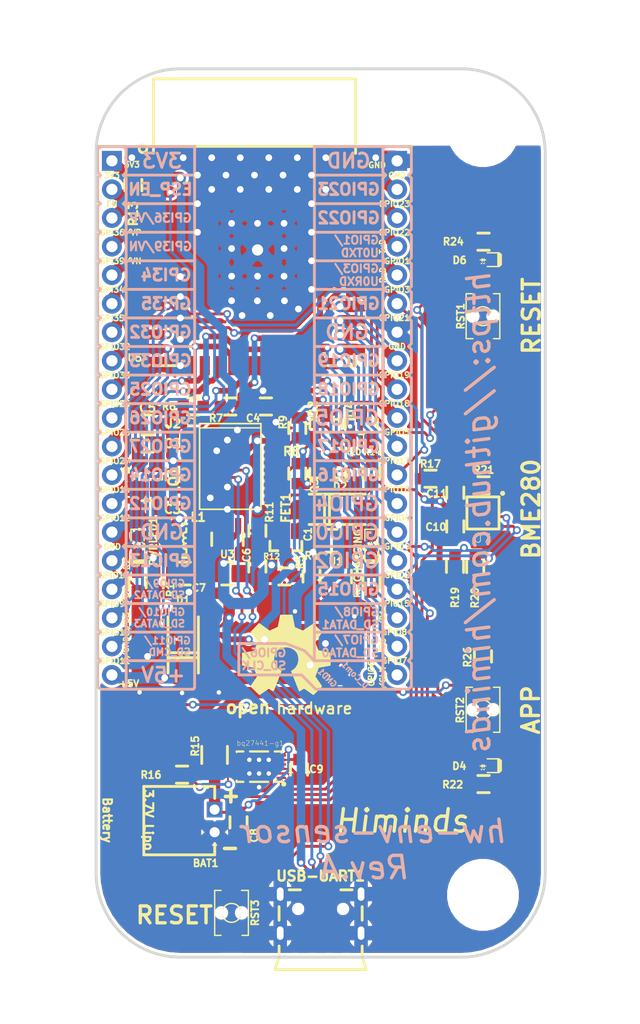
<source format=kicad_pcb>
(kicad_pcb (version 20171130) (host pcbnew "(5.1.2)-2")
  (title_block (title hm-env-sensor) (date 2019-09-28) (rev A1) (company HiMinds) (comment 1 https://www.himinds.com))
  (layers (0 F.Cu mixed) (31 B.Cu mixed) (34 B.Paste user) (35 F.Paste user) (36 B.SilkS user) (37 F.SilkS user) (38 B.Mask user) (39 F.Mask user) (44 Edge.Cuts user))
  (net 0 "")
  (net 1 +5V)
  (net 2 GND)
  (net 3 "Net-(C3-Pad1)")
  (net 4 +3V3)
  (net 5 /GPIO3/U0RXD)
  (net 6 /ESP_EN)
  (net 7 /GPIO9/SD_DATA2)
  (net 8 /GPIO8/SD_DATA1)
  (net 9 /GPIO6/SD_CLK)
  (net 10 /GPIO7/SD_DATA0)
  (net 11 /GPIO1/U0TXD)
  (net 12 /GPIO10/SD_DATA3)
  (net 13 /GPIO11/SD_CMD)
  (net 14 "Net-(Q2-Pad1)")
  (net 15 "Net-(CHARGING1-Pad1)")
  (net 16 /+5V_USB)
  (net 17 "Net-(PWRLED1-Pad1)")
  (net 18 /D_Com)
  (net 19 "Net-(C2-Pad1)")
  (net 20 "Net-(C6-Pad1)")
  (net 21 /GPIO13)
  (net 22 /GPIO12)
  (net 23 /GPIO27)
  (net 24 /GPIO14)
  (net 25 /GPIO26)
  (net 26 /GPIO25)
  (net 27 /GPIO32)
  (net 28 /GPIO33)
  (net 29 /GPI35)
  (net 30 /GPI34)
  (net 31 /GPI36/SENSOR_VP)
  (net 32 /GPI39/SENSOR_VN)
  (net 33 /GPIO22)
  (net 34 /GPIO23)
  (net 35 /GPIO21)
  (net 36 /GPIO19)
  (net 37 /GPIO18)
  (net 38 /GPIO5)
  (net 39 /GPIO16)
  (net 40 /GPIO17)
  (net 41 /GPIO4)
  (net 42 /GPIO0)
  (net 43 /GPIO15)
  (net 44 /GPIO2)
  (net 45 "Net-(L1-Pad1)")
  (net 46 "Net-(Q2-Pad2)")
  (net 47 "Net-(Q3-Pad1)")
  (net 48 "Net-(Q3-Pad2)")
  (net 49 "Net-(Q3-Pad3)")
  (net 50 "Net-(R3-Pad2)")
  (net 51 "Net-(R4-Pad1)")
  (net 52 "Net-(R6-Pad1)")
  (net 53 "Net-(R7-Pad1)")
  (net 54 "Net-(R11-Pad1)")
  (net 55 "Net-(U2-Pad7)")
  (net 56 "Net-(U2-Pad6)")
  (net 57 "Net-(FID3-PadFid1)")
  (net 58 "Net-(U2-Pad17)")
  (net 59 "Net-(U2-Pad14)")
  (net 60 "Net-(U2-Pad13)")
  (net 61 "Net-(U2-Pad12)")
  (net 62 "Net-(U2-Pad11)")
  (net 63 "Net-(U5-Pad32)")
  (net 64 "Net-(USB-UART1-Pad4)")
  (net 65 /BATTERY_IN)
  (net 66 "Net-(C9-Pad1)")
  (net 67 "Net-(D4-Pad1)")
  (net 68 "Net-(D6-Pad1)")
  (net 69 V_BATT)
  (net 70 "Net-(R16-Pad2)")
  (net 71 "Net-(R21-Pad1)")
  (module OLIMEX_Other-FP:Mounting_hole_3.3mm (layer F.Cu) (at 163.858 69.7442)
    (fp_text reference MountingHole* hide)
    (fp_text value Mounting_hole_3.3mm hide)
    (pad "" np_thru_hole circle (at 0 0) (size 3.3 3.3) (drill 3.3) (layers *.Cu *.Mask) (clearance 1.55))
  )
  (module OLIMEX_Other-FP:Mounting_hole_3.3mm (layer F.Cu) (at 166.7764 124.079)
    (fp_text reference MountingHole* hide)
    (fp_text value Mounting_hole_3.3mm hide)
    (pad "" np_thru_hole circle (at -2.9184 13.5852) (size 3.3 3.3) (drill 3.3) (layers *.Cu *.Mask) (clearance 1.55))
  )
  (module OLIMEX_LOGOs-FP:LOGO_OPENHARDWARE_8x8 (layer F.Cu) (at 146.3294 116.8146)
    (fp_text reference "" hide)
    (fp_text value "" hide)
    (fp_text user open (at -3.40106 4.17576) (layer F.SilkS) (effects (font (size 1.1 1.1) (thickness 0.254))))
    (fp_text user hardware (at 2.51206 4.2672) (layer F.SilkS) (effects (font (thickness 0.18))))
  )
  (module OLIMEX_Buttons-FP:IT1185AU2_V2 (layer F.Cu) (at 163.858 86.2042 90)
    (fp_text reference RST1 (at -0.0034 -1.9838 270) (layer F.SilkS) (effects (font (size 0.635 0.635) (thickness 0.15875))))
    (fp_text value IT-1185AU2-160G-G-TR)
    (pad "" np_thru_hole circle (at 0 0.9 90) (size 0.7 0.7) (drill 0.7) (layers *.Cu *.Mask))
    (pad "" np_thru_hole circle (at 0 -0.9 90) (size 0.7 0.7) (drill 0.7) (layers *.Cu *.Mask))
    (pad 2 smd rect (at 2.177 0 90) (size 1.3 1.7) (layers F.Cu F.Mask) (net 2 GND))
    (pad 1 smd rect (at -2.177 0 90) (size 1.3 1.7) (layers F.Cu F.Mask) (net 6 /ESP_EN))
  )
  (module OLIMEX_Buttons-FP:IT1185AU2_V2 (layer F.Cu) (at 141.4636 139.2682 270)
    (fp_text reference RST3 (at 0 -2.0972 270) (layer F.SilkS) (effects (font (size 0.635 0.635) (thickness 0.15875))))
    (fp_text value IT-1185AU2-160G-G-TR)
    (pad "" np_thru_hole circle (at 0 0.9 270) (size 0.7 0.7) (drill 0.7) (layers *.Cu *.Mask))
    (pad "" np_thru_hole circle (at 0 -0.9 270) (size 0.7 0.7) (drill 0.7) (layers *.Cu *.Mask))
    (pad 2 smd rect (at 2.177 0 270) (size 1.3 1.7) (layers F.Cu F.Mask) (net 2 GND))
    (pad 1 smd rect (at -2.177 0 270) (size 1.3 1.7) (layers F.Cu F.Mask) (net 6 /ESP_EN))
  )
  (module OLIMEX_Buttons-FP:IT1185AU2_V2 (layer F.Cu) (at 163.858 121.2042 90)
    (fp_text reference RST2 (at -0.03 -2.0346 270) (layer F.SilkS) (effects (font (size 0.635 0.635) (thickness 0.15875))))
    (fp_text value IT-1185AU2-160G-G-TR)
    (pad "" np_thru_hole circle (at 0 0.9 90) (size 0.7 0.7) (drill 0.7) (layers *.Cu *.Mask))
    (pad "" np_thru_hole circle (at 0 -0.9 90) (size 0.7 0.7) (drill 0.7) (layers *.Cu *.Mask))
    (pad 2 smd rect (at 2.177 0 90) (size 1.3 1.7) (layers F.Cu F.Mask) (net 21 /GPIO13))
    (pad 1 smd rect (at -2.177 0 90) (size 1.3 1.7) (layers F.Cu F.Mask) (net 4 +3V3))
  )
  (module OLIMEX_Other-FP:TESTPAD_40-ROUND (layer B.Cu) (at 151.13 118.11)
    (fp_text reference GND1 (at -1.143 0.254 -45 unlocked) (layer B.SilkS) (effects (font (size 0.508 0.508) (thickness 0.127)) (justify mirror)))
    (fp_text value TESTPAD hide)
    (pad 1 smd circle (at 0 0) (size 1 1) (layers B.Cu B.Mask) (net 2 GND))
  )
  (module OLIMEX_Other-FP:TESTPAD_40-ROUND (layer B.Cu) (at 153.67 118.11)
    (fp_text reference D_Com1 (at -1.2065 0 315 unlocked) (layer B.SilkS) (effects (font (size 0.508 0.508) (thickness 0.127)) (justify mirror)))
    (fp_text value TESTPAD hide)
    (pad 1 smd circle (at 0 0) (size 1 1) (layers B.Cu B.Mask) (net 18 /D_Com))
  )
  (module "OLIMEX_Crystal-FP:TSX-3.2x2.5mm_GND(3)" (layer F.Cu) (at 133.985 100.457 270)
    (fp_text reference Q1 (at 0 -2.3495 270) (layer F.SilkS) (effects (font (size 0.889 0.889) (thickness 0.22225))))
    (fp_text value Q12MHz/20pF/10ppm/4P/3.2x2.5mm)
    (fp_text user o (at -0.635 1.905) (layer F.SilkS) (effects (font (size 0.8 0.8) (thickness 0.2))))
    (pad 3 smd rect (at -1.1 -0.8 270) (size 1.4 1.2) (layers F.Cu F.Paste F.Mask) (net 2 GND))
    (pad 3 smd rect (at 1.1 0.8 270) (size 1.4 1.2) (layers F.Cu F.Paste F.Mask) (net 2 GND))
    (pad 2 smd rect (at 1.1 -0.8 270) (size 1.4 1.2) (layers F.Cu F.Paste F.Mask) (net 3 "Net-(C3-Pad1)"))
    (pad 1 smd rect (at -1.1 0.8 270) (size 1.4 1.2) (layers F.Cu F.Paste F.Mask) (net 19 "Net-(C2-Pad1)"))
  )
  (module OLIMEX_Connectors-FP:LIPO_BAT-CON2DW02R (layer F.Cu) (at 136.8044 131.0894 270)
    (fp_text reference BAT1 (at 3.7592 -2.3622) (layer F.SilkS) (effects (font (size 0.635 0.635) (thickness 0.15875))))
    (fp_text value DW02S)
    (pad 1 thru_hole rect (at -1.00838 -3.15214 270) (size 1.4 1.4) (drill 0.9) (layers *.Cu *.Mask) (net 65 /BATTERY_IN))
    (pad 2 thru_hole circle (at 1.0033 -3.15468 270) (size 1.4 1.4) (drill 0.9) (layers *.Cu *.Mask) (net 2 GND))
  )
  (module OLIMEX_RLC-FP:C_0805_5MIL_DWS (layer F.Cu) (at 150.368 106.172 180)
    (fp_text reference C1 (at 2.0955 0.5715 270) (layer F.SilkS) (effects (font (size 0.635 0.635) (thickness 0.15875))))
    (fp_text value 47uF/6.3V/20%/X5R/C0805)
    (pad 2 smd rect (at 1.016 0 270) (size 1.524 1.27) (layers F.Cu F.Paste F.Mask) (net 2 GND))
    (pad 1 smd rect (at -1.016 0 270) (size 1.524 1.27) (layers F.Cu F.Paste F.Mask) (net 1 +5V))
  )
  (module OLIMEX_RLC-FP:C_0603_5MIL_DWS (layer F.Cu) (at 133.985 97.536)
    (fp_text reference C2 (at 2.2225 0) (layer F.SilkS) (effects (font (size 0.762 0.762) (thickness 0.1905))))
    (fp_text value 27pF/50V/5%/C0G/C0603)
    (pad 2 smd rect (at 0.889 0) (size 1.016 1.016) (layers F.Cu F.Paste F.Mask) (net 2 GND) (clearance 0.0508))
    (pad 1 smd rect (at -0.889 0) (size 1.016 1.016) (layers F.Cu F.Paste F.Mask) (net 19 "Net-(C2-Pad1)") (clearance 0.0508))
  )
  (module OLIMEX_RLC-FP:C_0603_5MIL_DWS (layer F.Cu) (at 133.985 103.378 180)
    (fp_text reference C3 (at -2.2225 0 180) (layer F.SilkS) (effects (font (size 0.762 0.762) (thickness 0.1905))))
    (fp_text value 27pF/50V/5%/C0G/C0603)
    (pad 2 smd rect (at 0.889 0 180) (size 1.016 1.016) (layers F.Cu F.Paste F.Mask) (net 2 GND) (clearance 0.0508))
    (pad 1 smd rect (at -0.889 0 180) (size 1.016 1.016) (layers F.Cu F.Paste F.Mask) (net 3 "Net-(C3-Pad1)") (clearance 0.0508))
  )
  (module OLIMEX_RLC-FP:C_0603_5MIL_DWS (layer F.Cu) (at 144.526 94.234)
    (fp_text reference C4 (at -1.143 1.0414) (layer F.SilkS) (effects (font (size 0.635 0.635) (thickness 0.15875))))
    (fp_text value 22uF/6.3V/20%/X5R/C0603)
    (pad 2 smd rect (at 0.889 0) (size 1.016 1.016) (layers F.Cu F.Paste F.Mask) (net 2 GND) (clearance 0.0508))
    (pad 1 smd rect (at -0.889 0) (size 1.016 1.016) (layers F.Cu F.Paste F.Mask) (net 4 +3V3) (clearance 0.0508))
  )
  (module OLIMEX_RLC-FP:C_0603_5MIL_DWS (layer F.Cu) (at 133.985 95.758 180)
    (fp_text reference C5 (at 0 1.397 180) (layer F.SilkS) (effects (font (size 0.762 0.762) (thickness 0.1905))))
    (fp_text value 100nF/50V/20%/Y5V/C0603)
    (pad 2 smd rect (at 0.889 0 180) (size 1.016 1.016) (layers F.Cu F.Paste F.Mask) (net 2 GND) (clearance 0.0508))
    (pad 1 smd rect (at -0.889 0 180) (size 1.016 1.016) (layers F.Cu F.Paste F.Mask) (net 4 +3V3) (clearance 0.0508))
  )
  (module OLIMEX_RLC-FP:C_0805_5MIL_DWS (layer F.Cu) (at 141.097 109.093)
    (fp_text reference C6 (at 1.7145 -1.651 90) (layer F.SilkS) (effects (font (size 0.635 0.635) (thickness 0.15875))))
    (fp_text value 47uF/6.3V/20%/X5R/C0805)
    (pad 2 smd rect (at 1.016 0 90) (size 1.524 1.27) (layers F.Cu F.Paste F.Mask) (net 2 GND))
    (pad 1 smd rect (at -1.016 0 90) (size 1.524 1.27) (layers F.Cu F.Paste F.Mask) (net 20 "Net-(C6-Pad1)"))
  )
  (module OLIMEX_RLC-FP:C_0805_5MIL_DWS (layer F.Cu) (at 137.287 109.093)
    (fp_text reference C7 (at 1.27 1.27) (layer F.SilkS) (effects (font (size 0.635 0.635) (thickness 0.15875))))
    (fp_text value 47uF/6.3V/20%/X5R/C0805)
    (pad 2 smd rect (at 1.016 0 90) (size 1.524 1.27) (layers F.Cu F.Paste F.Mask) (net 2 GND))
    (pad 1 smd rect (at -1.016 0 90) (size 1.524 1.27) (layers F.Cu F.Paste F.Mask) (net 4 +3V3))
  )
  (module OLIMEX_LEDs-FP:LED_0603_KA (layer F.Cu) (at 153.924 106.553 90)
    (fp_text reference CHARGING1 (at -0.635 -1.2065 90) (layer F.SilkS) (effects (font (size 0.635 0.635) (thickness 0.15875))))
    (fp_text value LED/YELLOW/0603)
    (pad 1 smd rect (at -0.762 0 270) (size 0.8 0.8) (layers F.Cu F.Paste F.Mask) (net 15 "Net-(CHARGING1-Pad1)"))
    (pad 2 smd rect (at 0.762 0 270) (size 0.8 0.8) (layers F.Cu F.Paste F.Mask) (net 1 +5V))
  )
  (module OLIMEX_Diodes-FP:SMA-KA (layer F.Cu) (at 137.16 115.443 90)
    (fp_text reference D1 (at 4.0005 0 180) (layer F.SilkS) (effects (font (size 0.635 0.635) (thickness 0.15875))))
    (fp_text value 1N5822/SS34/SMA)
    (pad 1 smd rect (at -2.5 0 90) (size 2 1.7) (layers F.Cu F.Paste F.Mask) (net 1 +5V))
    (pad 2 smd rect (at 2.5 0 90) (size 2 1.7) (layers F.Cu F.Paste F.Mask) (net 16 /+5V_USB))
  )
  (module OLIMEX_Diodes-FP:SMA-KA (layer F.Cu) (at 150.876 103.378)
    (fp_text reference D2 (at 0.254 -2.032 180) (layer F.SilkS) (effects (font (size 0.635 0.635) (thickness 0.15875))))
    (fp_text value 1N5822/SS34/SMA)
    (pad 1 smd rect (at -2.5 0) (size 2 1.7) (layers F.Cu F.Paste F.Mask) (net 20 "Net-(C6-Pad1)"))
    (pad 2 smd rect (at 2.5 0) (size 2 1.7) (layers F.Cu F.Paste F.Mask) (net 1 +5V))
  )
  (module OLIMEX_Connectors-FP:HN1x19 (layer B.Cu) (at 130.81 93.98 270)
    (fp_text reference EXT1 hide)
    (fp_text value HN1x19)
    (pad 4 thru_hole circle (at -13.97 0 270) (size 1.778 1.778) (drill 1) (layers *.Cu *.Mask) (net 32 /GPI39/SENSOR_VN))
    (pad 3 thru_hole circle (at -16.51 0 270) (size 1.778 1.778) (drill 1) (layers *.Cu *.Mask) (net 31 /GPI36/SENSOR_VP))
    (pad 2 thru_hole circle (at -19.05 0 270) (size 1.778 1.778) (drill 1) (layers *.Cu *.Mask) (net 6 /ESP_EN))
    (pad 1 thru_hole rect (at -21.59 0 270) (size 1.778 1.778) (drill 1) (layers *.Cu *.Mask) (net 4 +3V3))
    (pad 5 thru_hole circle (at -11.43 0 270) (size 1.778 1.778) (drill 1) (layers *.Cu *.Mask) (net 30 /GPI34))
    (pad 6 thru_hole circle (at -8.89 0 270) (size 1.778 1.778) (drill 1) (layers *.Cu *.Mask) (net 29 /GPI35))
    (pad 8 thru_hole circle (at -3.81 0 270) (size 1.778 1.778) (drill 1) (layers *.Cu *.Mask) (net 28 /GPIO33))
    (pad 7 thru_hole circle (at -6.35 0 270) (size 1.778 1.778) (drill 1) (layers *.Cu *.Mask) (net 27 /GPIO32))
    (pad 9 thru_hole circle (at -1.27 0 270) (size 1.778 1.778) (drill 1) (layers *.Cu *.Mask) (net 26 /GPIO25))
    (pad 10 thru_hole circle (at 1.27 0 270) (size 1.778 1.778) (drill 1) (layers *.Cu *.Mask) (net 25 /GPIO26))
    (pad 12 thru_hole circle (at 6.35 0 270) (size 1.778 1.778) (drill 1) (layers *.Cu *.Mask) (net 24 /GPIO14))
    (pad 11 thru_hole circle (at 3.81 0 270) (size 1.778 1.778) (drill 1) (layers *.Cu *.Mask) (net 23 /GPIO27))
    (pad 13 thru_hole circle (at 8.89 0 270) (size 1.778 1.778) (drill 1) (layers *.Cu *.Mask) (net 22 /GPIO12))
    (pad 14 thru_hole circle (at 11.43 0 270) (size 1.778 1.778) (drill 1) (layers *.Cu *.Mask) (net 2 GND))
    (pad 16 thru_hole circle (at 16.51 0 270) (size 1.778 1.778) (drill 1) (layers *.Cu *.Mask) (net 7 /GPIO9/SD_DATA2))
    (pad 15 thru_hole circle (at 13.97 0 270) (size 1.778 1.778) (drill 1) (layers *.Cu *.Mask) (net 21 /GPIO13))
    (pad 19 thru_hole circle (at 24.13 0 270) (size 1.778 1.778) (drill 1) (layers *.Cu *.Mask) (net 1 +5V))
    (pad 18 thru_hole circle (at 21.59 0 270) (size 1.778 1.778) (drill 1) (layers *.Cu *.Mask) (net 13 /GPIO11/SD_CMD))
    (pad 17 thru_hole circle (at 19.05 0 270) (size 1.778 1.778) (drill 1) (layers *.Cu *.Mask) (net 12 /GPIO10/SD_DATA3))
  )
  (module OLIMEX_Connectors-FP:HN1x19 (layer B.Cu) (at 156.21 93.98 270)
    (fp_text reference EXT2 hide)
    (fp_text value HN1x19)
    (pad 4 thru_hole circle (at -13.97 0 270) (size 1.778 1.778) (drill 1) (layers *.Cu *.Mask) (net 11 /GPIO1/U0TXD))
    (pad 3 thru_hole circle (at -16.51 0 270) (size 1.778 1.778) (drill 1) (layers *.Cu *.Mask) (net 33 /GPIO22))
    (pad 2 thru_hole circle (at -19.05 0 270) (size 1.778 1.778) (drill 1) (layers *.Cu *.Mask) (net 34 /GPIO23))
    (pad 1 thru_hole rect (at -21.59 0 270) (size 1.778 1.778) (drill 1) (layers *.Cu *.Mask) (net 2 GND))
    (pad 5 thru_hole circle (at -11.43 0 270) (size 1.778 1.778) (drill 1) (layers *.Cu *.Mask) (net 5 /GPIO3/U0RXD))
    (pad 6 thru_hole circle (at -8.89 0 270) (size 1.778 1.778) (drill 1) (layers *.Cu *.Mask) (net 35 /GPIO21))
    (pad 8 thru_hole circle (at -3.81 0 270) (size 1.778 1.778) (drill 1) (layers *.Cu *.Mask) (net 36 /GPIO19))
    (pad 7 thru_hole circle (at -6.35 0 270) (size 1.778 1.778) (drill 1) (layers *.Cu *.Mask) (net 2 GND))
    (pad 9 thru_hole circle (at -1.27 0 270) (size 1.778 1.778) (drill 1) (layers *.Cu *.Mask) (net 37 /GPIO18))
    (pad 10 thru_hole circle (at 1.27 0 270) (size 1.778 1.778) (drill 1) (layers *.Cu *.Mask) (net 38 /GPIO5))
    (pad 12 thru_hole circle (at 6.35 0 270) (size 1.778 1.778) (drill 1) (layers *.Cu *.Mask) (net 39 /GPIO16))
    (pad 11 thru_hole circle (at 3.81 0 270) (size 1.778 1.778) (drill 1) (layers *.Cu *.Mask) (net 40 /GPIO17))
    (pad 13 thru_hole circle (at 8.89 0 270) (size 1.778 1.778) (drill 1) (layers *.Cu *.Mask) (net 41 /GPIO4))
    (pad 14 thru_hole circle (at 11.43 0 270) (size 1.778 1.778) (drill 1) (layers *.Cu *.Mask) (net 42 /GPIO0))
    (pad 16 thru_hole circle (at 16.51 0 270) (size 1.778 1.778) (drill 1) (layers *.Cu *.Mask) (net 43 /GPIO15))
    (pad 15 thru_hole circle (at 13.97 0 270) (size 1.778 1.778) (drill 1) (layers *.Cu *.Mask) (net 44 /GPIO2))
    (pad 19 thru_hole circle (at 24.13 0 270) (size 1.778 1.778) (drill 1) (layers *.Cu *.Mask) (net 9 /GPIO6/SD_CLK))
    (pad 18 thru_hole circle (at 21.59 0 270) (size 1.778 1.778) (drill 1) (layers *.Cu *.Mask) (net 10 /GPIO7/SD_DATA0))
    (pad 17 thru_hole circle (at 19.05 0 270) (size 1.778 1.778) (drill 1) (layers *.Cu *.Mask) (net 8 /GPIO8/SD_DATA1))
  )
  (module OLIMEX_Transistors-FP:SOT23 (layer F.Cu) (at 146.304 106.426 90)
    (fp_text reference FET1 (at 3.175 0 90) (layer F.SilkS) (effects (font (size 0.762 0.762) (thickness 0.1905))))
    (fp_text value WPM2015-3/TR)
    (pad 1 smd rect (at 1.10744 0.94996 90) (size 1.4 1) (layers F.Cu F.Paste F.Mask) (net 1 +5V) (clearance 0.0508))
    (pad 2 smd rect (at 1.10744 -0.9525 90) (size 1.4 1) (layers F.Cu F.Paste F.Mask) (net 20 "Net-(C6-Pad1)") (clearance 0.0508))
    (pad 3 smd rect (at -1.10236 0.00254 90) (size 1.4 1) (layers F.Cu F.Paste F.Mask) (net 69 V_BATT) (clearance 0.0508))
  )
  (module OLIMEX_Other-FP:Fiducial1x3 (layer F.Cu) (at 135.255 92.71)
    (fp_text reference FID3 hide)
    (fp_text value Fiducial hide)
    (pad Fid1 connect circle (at 0 0) (size 1 1) (layers F.Cu F.Mask) (net 57 "Net-(FID3-PadFid1)") (clearance 1.016))
  )
  (module OLIMEX_RLC-FP:CD32 (layer F.Cu) (at 137.287 106.172 180)
    (fp_text reference L1 (at -1.2065 2.0955 180) (layer F.SilkS) (effects (font (size 0.762 0.762) (thickness 0.1905))))
    (fp_text value 2.2uH/1.5A/DCR<0.1R/CD32)
    (pad 2 smd rect (at 1.2 0) (size 1.6 3) (layers F.Cu F.Paste F.Mask) (net 4 +3V3) (clearance 0.0508))
    (pad 1 smd rect (at -1.2 0) (size 1.6 3) (layers F.Cu F.Paste F.Mask) (net 45 "Net-(L1-Pad1)") (clearance 0.0508))
  )
  (module OLIMEX_LEDs-FP:LED_0603_KA (layer F.Cu) (at 133.096 106.553 90)
    (fp_text reference PWRLED1 (at 0.3175 1.397 90) (layer F.SilkS) (effects (font (size 0.635 0.635) (thickness 0.15875))))
    (fp_text value LED/RED/0603)
    (pad 1 smd rect (at -0.762 0 270) (size 0.8 0.8) (layers F.Cu F.Paste F.Mask) (net 17 "Net-(PWRLED1-Pad1)"))
    (pad 2 smd rect (at 0.762 0 270) (size 0.8 0.8) (layers F.Cu F.Paste F.Mask) (net 1 +5V))
  )
  (module OLIMEX_Transistors-FP:SOT23 (layer F.Cu) (at 149.86 96.012 270)
    (fp_text reference Q2 (at -1.524 1.143 270) (layer F.SilkS) (effects (font (size 0.762 0.762) (thickness 0.1905))))
    (fp_text value "BC817-40(SOT23)")
    (pad 1 smd rect (at 1.10744 0.94996 270) (size 1.4 1) (layers F.Cu F.Paste F.Mask) (net 14 "Net-(Q2-Pad1)") (clearance 0.0508))
    (pad 2 smd rect (at 1.10744 -0.9525 270) (size 1.4 1) (layers F.Cu F.Paste F.Mask) (net 46 "Net-(Q2-Pad2)") (clearance 0.0508))
    (pad 3 smd rect (at -1.10236 0.00254 270) (size 1.4 1) (layers F.Cu F.Paste F.Mask) (net 6 /ESP_EN) (clearance 0.0508))
  )
  (module OLIMEX_Transistors-FP:SOT23 (layer F.Cu) (at 149.86 99.949 90)
    (fp_text reference Q3 (at -1.3335 -1.016 90) (layer F.SilkS) (effects (font (size 0.635 0.635) (thickness 0.15875))))
    (fp_text value "BC817-40(SOT23)")
    (pad 1 smd rect (at 1.10744 0.94996 90) (size 1.4 1) (layers F.Cu F.Paste F.Mask) (net 47 "Net-(Q3-Pad1)") (clearance 0.0508))
    (pad 2 smd rect (at 1.10744 -0.9525 90) (size 1.4 1) (layers F.Cu F.Paste F.Mask) (net 48 "Net-(Q3-Pad2)") (clearance 0.0508))
    (pad 3 smd rect (at -1.10236 0.00254 90) (size 1.4 1) (layers F.Cu F.Paste F.Mask) (net 49 "Net-(Q3-Pad3)") (clearance 0.0508))
  )
  (module OLIMEX_RLC-FP:R_0603_5MIL_DWS (layer F.Cu) (at 134.62 109.855 270)
    (fp_text reference R1 (at 0.6985 -1.397 90) (layer F.SilkS) (effects (font (size 0.635 0.635) (thickness 0.15875))))
    (fp_text value 10k/R0603)
    (pad 2 smd rect (at 0.889 0 270) (size 1.016 1.016) (layers F.Cu F.Paste F.Mask) (net 2 GND))
    (pad 1 smd rect (at -0.889 0 270) (size 1.016 1.016) (layers F.Cu F.Paste F.Mask) (net 1 +5V))
  )
  (module OLIMEX_RLC-FP:R_0603_5MIL_DWS (layer F.Cu) (at 133.096 109.855001 270)
    (fp_text reference R2 (at -1.600201 0.9652 270) (layer F.SilkS) (effects (font (size 0.508 0.508) (thickness 0.127))))
    (fp_text value 2.2k/R0603)
    (pad 2 smd rect (at 0.889 0 270) (size 1.016 1.016) (layers F.Cu F.Paste F.Mask) (net 2 GND))
    (pad 1 smd rect (at -0.889 0 270) (size 1.016 1.016) (layers F.Cu F.Paste F.Mask) (net 17 "Net-(PWRLED1-Pad1)"))
  )
  (module OLIMEX_RLC-FP:R_0603_5MIL_DWS (layer F.Cu) (at 153.924 109.855 270)
    (fp_text reference R3 (at 0.889 1.27 270) (layer F.SilkS) (effects (font (size 0.508 0.508) (thickness 0.127))))
    (fp_text value 2.2k/R0603)
    (pad 2 smd rect (at 0.889 0 270) (size 1.016 1.016) (layers F.Cu F.Paste F.Mask) (net 50 "Net-(R3-Pad2)"))
    (pad 1 smd rect (at -0.889 0 270) (size 1.016 1.016) (layers F.Cu F.Paste F.Mask) (net 15 "Net-(CHARGING1-Pad1)"))
  )
  (module OLIMEX_RLC-FP:R_0603_5MIL_DWS (layer F.Cu) (at 148.59 109.347 270)
    (fp_text reference R4 (at -1.8415 0) (layer F.SilkS) (effects (font (size 0.635 0.635) (thickness 0.15875))))
    (fp_text value 2.2k/R0603)
    (pad 2 smd rect (at 0.889 0 270) (size 1.016 1.016) (layers F.Cu F.Paste F.Mask) (net 2 GND))
    (pad 1 smd rect (at -0.889 0 270) (size 1.016 1.016) (layers F.Cu F.Paste F.Mask) (net 51 "Net-(R4-Pad1)"))
  )
  (module OLIMEX_RLC-FP:R_0603_5MIL_DWS (layer F.Cu) (at 146.177 109.347 180)
    (fp_text reference R5 (at -1.397 1.27 270) (layer F.SilkS) (effects (font (size 0.635 0.635) (thickness 0.15875))))
    (fp_text value NA/R0603)
    (pad 2 smd rect (at 0.889 0 180) (size 1.016 1.016) (layers F.Cu F.Paste F.Mask) (net 20 "Net-(C6-Pad1)"))
    (pad 1 smd rect (at -0.889 0 180) (size 1.016 1.016) (layers F.Cu F.Paste F.Mask) (net 69 V_BATT))
  )
  (module OLIMEX_RLC-FP:R_0603_5MIL_DWS (layer F.Cu) (at 138.049 94.234)
    (fp_text reference R6 (at -2.159 0) (layer F.SilkS) (effects (font (size 0.635 0.635) (thickness 0.15875))))
    (fp_text value 220R/R0603)
    (pad 2 smd rect (at 0.889 0) (size 1.016 1.016) (layers F.Cu F.Paste F.Mask) (net 5 /GPIO3/U0RXD))
    (pad 1 smd rect (at -0.889 0) (size 1.016 1.016) (layers F.Cu F.Paste F.Mask) (net 52 "Net-(R6-Pad1)"))
  )
  (module OLIMEX_RLC-FP:R_0603_5MIL_DWS (layer F.Cu) (at 141.351 94.234)
    (fp_text reference R7 (at -1.27 1.0414) (layer F.SilkS) (effects (font (size 0.635 0.635) (thickness 0.15875))))
    (fp_text value 220R/R0603)
    (pad 2 smd rect (at 0.889 0) (size 1.016 1.016) (layers F.Cu F.Paste F.Mask) (net 11 /GPIO1/U0TXD))
    (pad 1 smd rect (at -0.889 0) (size 1.016 1.016) (layers F.Cu F.Paste F.Mask) (net 53 "Net-(R7-Pad1)"))
  )
  (module OLIMEX_RLC-FP:R_0603_5MIL_DWS (layer F.Cu) (at 147.32 100.203 270)
    (fp_text reference R8 (at -1.9685 0.508) (layer F.SilkS) (effects (font (size 0.762 0.762) (thickness 0.1905))))
    (fp_text value 1k/R0603)
    (pad 2 smd rect (at 0.889 0 270) (size 1.016 1.016) (layers F.Cu F.Paste F.Mask) (net 14 "Net-(Q2-Pad1)"))
    (pad 1 smd rect (at -0.889 0 270) (size 1.016 1.016) (layers F.Cu F.Paste F.Mask) (net 48 "Net-(Q3-Pad2)"))
  )
  (module OLIMEX_RLC-FP:R_0603_5MIL_DWS (layer F.Cu) (at 147.32 96.139 90)
    (fp_text reference R9 (at 0.508 -1.27 90) (layer F.SilkS) (effects (font (size 0.635 0.635) (thickness 0.15875))))
    (fp_text value 1k/R0603)
    (pad 2 smd rect (at 0.889 0 90) (size 1.016 1.016) (layers F.Cu F.Paste F.Mask) (net 47 "Net-(Q3-Pad1)"))
    (pad 1 smd rect (at -0.889 0 90) (size 1.016 1.016) (layers F.Cu F.Paste F.Mask) (net 46 "Net-(Q2-Pad2)"))
  )
  (module OLIMEX_RLC-FP:R_0603_5MIL_DWS (layer F.Cu) (at 152.4 100.076 90)
    (fp_text reference R10 (at 1.778 -0.127 180) (layer F.SilkS) (effects (font (size 0.508 0.508) (thickness 0.127))))
    (fp_text value 220R/R0603)
    (pad 2 smd rect (at 0.889 0 90) (size 1.016 1.016) (layers F.Cu F.Paste F.Mask) (net 18 /D_Com))
    (pad 1 smd rect (at -0.889 0 90) (size 1.016 1.016) (layers F.Cu F.Paste F.Mask) (net 49 "Net-(Q3-Pad3)"))
  )
  (module OLIMEX_RLC-FP:R_0603_5MIL_DWS (layer F.Cu) (at 143.764 105.283 90)
    (fp_text reference R11 (at 1.651 1.0795 90) (layer F.SilkS) (effects (font (size 0.635 0.635) (thickness 0.15875))))
    (fp_text value 4.99k/1%/R0603)
    (pad 2 smd rect (at 0.889 0 90) (size 1.016 1.016) (layers F.Cu F.Paste F.Mask) (net 4 +3V3))
    (pad 1 smd rect (at -0.889 0 90) (size 1.016 1.016) (layers F.Cu F.Paste F.Mask) (net 54 "Net-(R11-Pad1)"))
  )
  (module OLIMEX_RLC-FP:R_0603_5MIL_DWS (layer F.Cu) (at 143.764 108.458 270)
    (fp_text reference R12 (at -0.889 -1.27 180) (layer F.SilkS) (effects (font (size 0.508 0.508) (thickness 0.127))))
    (fp_text value 1.1k/1%/R0603)
    (pad 2 smd rect (at 0.889 0 270) (size 1.016 1.016) (layers F.Cu F.Paste F.Mask) (net 2 GND))
    (pad 1 smd rect (at -0.889 0 270) (size 1.016 1.016) (layers F.Cu F.Paste F.Mask) (net 54 "Net-(R11-Pad1)"))
  )
  (module OLIMEX_RLC-FP:R_0603_5MIL_DWS (layer F.Cu) (at 132.715 74.549 270)
    (fp_text reference R13 (at 2.54 0 270) (layer F.SilkS) (effects (font (size 0.762 0.762) (thickness 0.1905))))
    (fp_text value 1k/R0603)
    (pad 2 smd rect (at 0.889 0 270) (size 1.016 1.016) (layers F.Cu F.Paste F.Mask) (net 6 /ESP_EN))
    (pad 1 smd rect (at -0.889 0 270) (size 1.016 1.016) (layers F.Cu F.Paste F.Mask) (net 4 +3V3))
  )
  (module OLIMEX_RLC-FP:R_0603_5MIL_DWS (layer F.Cu) (at 153.924 100.076 270)
    (fp_text reference R14 (at -1.778 -0.0635) (layer F.SilkS) (effects (font (size 0.508 0.508) (thickness 0.127))))
    (fp_text value NA/R0603)
    (pad 2 smd rect (at 0.889 0 270) (size 1.016 1.016) (layers F.Cu F.Paste F.Mask) (net 4 +3V3))
    (pad 1 smd rect (at -0.889 0 270) (size 1.016 1.016) (layers F.Cu F.Paste F.Mask) (net 42 /GPIO0))
  )
  (module OLIMEX_IC-FP:SOT-23-5 (layer F.Cu) (at 150.749 109.347 270)
    (fp_text reference U1 (at -1.3335 0 180) (layer F.SilkS) (effects (font (size 0.635 0.635) (thickness 0.15875))))
    (fp_text value "BL4054B-42TPRN(SOT23-5)")
    (pad 1 smd rect (at 1.3 0.95 270) (size 1.2 0.55) (layers F.Cu F.Paste F.Mask) (net 50 "Net-(R3-Pad2)") (clearance 0.0508))
    (pad 2 smd rect (at 1.3 0 270) (size 1.2 0.55) (layers F.Cu F.Paste F.Mask) (net 2 GND) (clearance 0.0508))
    (pad 3 smd rect (at 1.3 -0.95 270) (size 1.2 0.55) (layers F.Cu F.Paste F.Mask) (net 69 V_BATT) (clearance 0.0508))
    (pad 5 smd rect (at -1.3 0.95 270) (size 1.2 0.55) (layers F.Cu F.Paste F.Mask) (net 51 "Net-(R4-Pad1)") (clearance 0.0508))
    (pad 4 smd rect (at -1.3 -0.95 270) (size 1.2 0.55) (layers F.Cu F.Paste F.Mask) (net 1 +5V) (clearance 0.0508))
  )
  (module OLIMEX_IC-FP:SSOP-20W (layer F.Cu) (at 141.351 99.568 270)
    (fp_text reference U2 (at -3.81 5.1435) (layer F.SilkS) (effects (font (size 0.762 0.762) (thickness 0.1905))))
    (fp_text value "CH340T(SSOP20W)")
    (pad 1 smd rect (at -2.925 3.6195 270) (size 0.325 1.27) (layers F.Cu F.Paste F.Mask))
    (pad 2 smd rect (at -2.275 3.6195 270) (size 0.325 1.27) (layers F.Cu F.Paste F.Mask))
    (pad 3 smd rect (at -1.625 3.6195 270) (size 0.325 1.27) (layers F.Cu F.Paste F.Mask) (net 52 "Net-(R6-Pad1)"))
    (pad 4 smd rect (at -0.975 3.6195 270) (size 0.325 1.27) (layers F.Cu F.Paste F.Mask) (net 53 "Net-(R7-Pad1)"))
    (pad 5 smd rect (at -0.325 3.6195 270) (size 0.325 1.27) (layers F.Cu F.Paste F.Mask) (net 4 +3V3))
    (pad 6 smd rect (at 0.325 3.6195 270) (size 0.325 1.27) (layers F.Cu F.Paste F.Mask) (net 56 "Net-(U2-Pad6)"))
    (pad 7 smd rect (at 0.975 3.6195 270) (size 0.325 1.27) (layers F.Cu F.Paste F.Mask) (net 55 "Net-(U2-Pad7)"))
    (pad 8 smd rect (at 1.625 3.6195 270) (size 0.325 1.27) (layers F.Cu F.Paste F.Mask) (net 2 GND))
    (pad 9 smd rect (at 2.275 3.6195 270) (size 0.325 1.27) (layers F.Cu F.Paste F.Mask) (net 19 "Net-(C2-Pad1)"))
    (pad 10 smd rect (at 2.925 3.6195 270) (size 0.325 1.27) (layers F.Cu F.Paste F.Mask) (net 3 "Net-(C3-Pad1)"))
    (pad 11 smd rect (at 2.925 -3.6195 270) (size 0.325 1.27) (layers F.Cu F.Paste F.Mask) (net 62 "Net-(U2-Pad11)"))
    (pad 12 smd rect (at 2.275 -3.6195 270) (size 0.325 1.27) (layers F.Cu F.Paste F.Mask) (net 61 "Net-(U2-Pad12)"))
    (pad 13 smd rect (at 1.625 -3.6195 270) (size 0.325 1.27) (layers F.Cu F.Paste F.Mask) (net 60 "Net-(U2-Pad13)"))
    (pad 14 smd rect (at 0.975 -3.6195 270) (size 0.325 1.27) (layers F.Cu F.Paste F.Mask) (net 59 "Net-(U2-Pad14)"))
    (pad 15 smd rect (at 0.325 -3.6195 270) (size 0.325 1.27) (layers F.Cu F.Paste F.Mask) (net 48 "Net-(Q3-Pad2)"))
    (pad 16 smd rect (at -0.325 -3.6195 270) (size 0.325 1.27) (layers F.Cu F.Paste F.Mask) (net 46 "Net-(Q2-Pad2)"))
    (pad 17 smd rect (at -0.975 -3.6195 270) (size 0.325 1.27) (layers F.Cu F.Paste F.Mask) (net 58 "Net-(U2-Pad17)"))
    (pad 18 smd rect (at -1.625 -3.6195 270) (size 0.325 1.27) (layers F.Cu F.Paste F.Mask))
    (pad 19 smd rect (at -2.275 -3.6195 270) (size 0.325 1.27) (layers F.Cu F.Paste F.Mask) (net 4 +3V3))
    (pad 20 smd rect (at -2.925 -3.6195 270) (size 0.325 1.27) (layers F.Cu F.Paste F.Mask) (net 2 GND))
  )
  (module OLIMEX_Regulators-FP:SOT-23-5 (layer F.Cu) (at 141.097 106.045 90)
    (fp_text reference U3 (at -1.3335 0 180) (layer F.SilkS) (effects (font (size 0.635 0.635) (thickness 0.15875))))
    (fp_text value "SY8089AAAC(SOT23-5)")
    (pad 1 smd rect (at 1.3 0.95 90) (size 1.2 0.55) (layers F.Cu F.Paste F.Mask) (net 20 "Net-(C6-Pad1)") (clearance 0.0508))
    (pad 2 smd rect (at 1.3 0 90) (size 1.2 0.55) (layers F.Cu F.Paste F.Mask) (net 2 GND) (clearance 0.0508))
    (pad 3 smd rect (at 1.3 -0.95 90) (size 1.2 0.55) (layers F.Cu F.Paste F.Mask) (net 45 "Net-(L1-Pad1)") (clearance 0.0508))
    (pad 5 smd rect (at -1.3 0.95 90) (size 1.2 0.55) (layers F.Cu F.Paste F.Mask) (net 54 "Net-(R11-Pad1)") (clearance 0.0508))
    (pad 4 smd rect (at -1.3 -0.95 90) (size 1.2 0.55) (layers F.Cu F.Paste F.Mask) (net 20 "Net-(C6-Pad1)") (clearance 0.0508))
  )
  (module OLIMEX_Diodes-FP:SOT23-3 (layer F.Cu) (at 153.035 96.012 270)
    (fp_text reference U4 (at -1.524 1.016 270) (layer F.SilkS) (effects (font (size 0.762 0.762) (thickness 0.1905))))
    (fp_text value "BAT54C(SOT23-3)")
    (pad 3 smd rect (at -1.1 0) (size 1 1.4) (layers F.Cu F.Paste F.Mask) (net 18 /D_Com))
    (pad 2 smd rect (at 1.1 -0.95) (size 1 1.4) (layers F.Cu F.Paste F.Mask) (net 42 /GPIO0))
    (pad 1 smd rect (at 1.1 0.95) (size 1 1.4) (layers F.Cu F.Paste F.Mask) (net 44 /GPIO2))
  )
  (module OLIMEX_Cases-FP:ESP-WROOM-32_MODULE (layer F.Cu) (at 143.51 77.851)
    (fp_text reference U5 (at -10.668 12.065 180) (layer F.SilkS) (effects (font (size 0.635 0.635) (thickness 0.15875))))
    (fp_text value ESP-WROOM-32)
    (pad 39 thru_hole circle (at -2.0404 4.7998) (size 1.3 1.3) (drill 0.6) (layers *.Cu *.Mask) (net 2 GND))
    (pad 39 thru_hole circle (at 0.271 2.463) (size 2 2) (drill 1) (layers *.Cu *.Mask) (net 2 GND))
    (pad 39 smd rect (at 0.3 2.45) (size 6 6) (layers F.Cu F.Mask) (net 2 GND))
    (pad 38 smd rect (at 9 -5.21) (size 1.7 0.9) (layers F.Cu F.Paste F.Mask) (net 2 GND))
    (pad 37 smd rect (at 9 -3.94) (size 1.7 0.9) (layers F.Cu F.Paste F.Mask) (net 34 /GPIO23))
    (pad 36 smd rect (at 9 -2.67) (size 1.7 0.9) (layers F.Cu F.Paste F.Mask) (net 33 /GPIO22))
    (pad 35 smd rect (at 9 -1.4) (size 1.7 0.9) (layers F.Cu F.Paste F.Mask) (net 11 /GPIO1/U0TXD))
    (pad 34 smd rect (at 9 -0.13) (size 1.7 0.9) (layers F.Cu F.Paste F.Mask) (net 5 /GPIO3/U0RXD))
    (pad 33 smd rect (at 9 1.14) (size 1.7 0.9) (layers F.Cu F.Paste F.Mask) (net 35 /GPIO21))
    (pad 32 smd rect (at 9 2.41) (size 1.7 0.9) (layers F.Cu F.Paste F.Mask) (net 63 "Net-(U5-Pad32)"))
    (pad 31 smd rect (at 9 3.68) (size 1.7 0.9) (layers F.Cu F.Paste F.Mask) (net 36 /GPIO19))
    (pad 30 smd rect (at 9 4.95) (size 1.7 0.9) (layers F.Cu F.Paste F.Mask) (net 37 /GPIO18))
    (pad 29 smd rect (at 9 6.22) (size 1.7 0.9) (layers F.Cu F.Paste F.Mask) (net 38 /GPIO5))
    (pad 28 smd rect (at 9 7.49) (size 1.7 0.9) (layers F.Cu F.Paste F.Mask) (net 40 /GPIO17))
    (pad 27 smd rect (at 9 8.76) (size 1.7 0.9) (layers F.Cu F.Paste F.Mask) (net 39 /GPIO16))
    (pad 26 smd rect (at 9 10.03) (size 1.7 0.9) (layers F.Cu F.Paste F.Mask) (net 41 /GPIO4))
    (pad 25 smd rect (at 9 11.3) (size 1.7 0.9) (layers F.Cu F.Paste F.Mask) (net 42 /GPIO0))
    (pad 24 smd rect (at 5.73 12.75) (size 0.9 1.7) (layers F.Cu F.Paste F.Mask) (net 44 /GPIO2))
    (pad 23 smd rect (at 4.46 12.75) (size 0.9 1.7) (layers F.Cu F.Paste F.Mask) (net 43 /GPIO15))
    (pad 22 smd rect (at 3.19 12.75) (size 0.9 1.7) (layers F.Cu F.Paste F.Mask) (net 8 /GPIO8/SD_DATA1))
    (pad 21 smd rect (at 1.92 12.75) (size 0.9 1.7) (layers F.Cu F.Paste F.Mask) (net 10 /GPIO7/SD_DATA0))
    (pad 20 smd rect (at 0.65 12.75) (size 0.9 1.7) (layers F.Cu F.Paste F.Mask) (net 9 /GPIO6/SD_CLK))
    (pad 19 smd rect (at -0.62 12.75) (size 0.9 1.7) (layers F.Cu F.Paste F.Mask) (net 13 /GPIO11/SD_CMD))
    (pad 18 smd rect (at -1.89 12.75) (size 0.9 1.7) (layers F.Cu F.Paste F.Mask) (net 12 /GPIO10/SD_DATA3))
    (pad 17 smd rect (at -3.16 12.75) (size 0.9 1.7) (layers F.Cu F.Paste F.Mask) (net 7 /GPIO9/SD_DATA2))
    (pad 16 smd rect (at -4.43 12.75) (size 0.9 1.7) (layers F.Cu F.Paste F.Mask) (net 21 /GPIO13))
    (pad 15 smd rect (at -5.7 12.75) (size 0.9 1.7) (layers F.Cu F.Paste F.Mask) (net 2 GND))
    (pad 14 smd rect (at -9 11.26) (size 1.7 0.9) (layers F.Cu F.Paste F.Mask) (net 22 /GPIO12))
    (pad 13 smd rect (at -9 9.99) (size 1.7 0.9) (layers F.Cu F.Paste F.Mask) (net 24 /GPIO14))
    (pad 12 smd rect (at -9 8.72) (size 1.7 0.9) (layers F.Cu F.Paste F.Mask) (net 23 /GPIO27))
    (pad 11 smd rect (at -9 7.45) (size 1.7 0.9) (layers F.Cu F.Paste F.Mask) (net 25 /GPIO26))
    (pad 10 smd rect (at -9 6.18) (size 1.7 0.9) (layers F.Cu F.Paste F.Mask) (net 26 /GPIO25))
    (pad 9 smd rect (at -9 4.91) (size 1.7 0.9) (layers F.Cu F.Paste F.Mask) (net 28 /GPIO33))
    (pad 8 smd rect (at -9 3.64) (size 1.7 0.9) (layers F.Cu F.Paste F.Mask) (net 27 /GPIO32))
    (pad 7 smd rect (at -9 2.37) (size 1.7 0.9) (layers F.Cu F.Paste F.Mask) (net 29 /GPI35))
    (pad 6 smd rect (at -9 1.1) (size 1.7 0.9) (layers F.Cu F.Paste F.Mask) (net 30 /GPI34))
    (pad 5 smd rect (at -9 -0.17) (size 1.7 0.9) (layers F.Cu F.Paste F.Mask) (net 32 /GPI39/SENSOR_VN))
    (pad 4 smd rect (at -9 -1.44) (size 1.7 0.9) (layers F.Cu F.Paste F.Mask) (net 31 /GPI36/SENSOR_VP))
    (pad 3 smd rect (at -9 -2.71) (size 1.7 0.9) (layers F.Cu F.Paste F.Mask) (net 6 /ESP_EN))
    (pad 2 smd rect (at -9 -3.98) (size 1.7 0.9) (layers F.Cu F.Paste F.Mask) (net 4 +3V3))
    (pad 1 smd rect (at -9 -5.25) (size 1.7 0.9) (layers F.Cu F.Paste F.Mask) (net 2 GND))
    (pad 39 thru_hole circle (at 2.6332 4.7998) (size 1.3 1.3) (drill 0.6) (layers *.Cu *.Mask) (net 2 GND))
    (pad 39 thru_hole circle (at -2.0404 0.1008) (size 1.3 1.3) (drill 0.6) (layers *.Cu *.Mask) (net 2 GND))
    (pad 39 thru_hole circle (at 2.6332 0.1008) (size 1.3 1.3) (drill 0.6) (layers *.Cu *.Mask) (net 2 GND))
    (pad 39 thru_hole circle (at 0.271 0.1008) (size 1.3 1.3) (drill 0.6) (layers *.Cu *.Mask) (net 2 GND))
    (pad 39 thru_hole circle (at 0.271 4.7998) (size 1.3 1.3) (drill 0.6) (layers *.Cu *.Mask) (net 2 GND))
    (pad 39 thru_hole circle (at -2.0404 2.336) (size 1.3 1.3) (drill 0.6) (layers *.Cu *.Mask) (net 2 GND))
    (pad 39 thru_hole circle (at 2.6332 2.336) (size 1.3 1.3) (drill 0.6) (layers *.Cu *.Mask) (net 2 GND))
  )
  (module OLIMEX_Connectors-FP:USB-MICRO_MISB-SWMM-5B_LF (layer F.Cu) (at 149.398 140.8176 270)
    (fp_text reference USB-UART1 (at -4.826 0) (layer F.SilkS) (effects (font (size 0.889 0.889) (thickness 0.22225))))
    (fp_text value "MISB-SWMM-5B-LF(USB_MICRO)")
    (pad 1 smd rect (at -2.9 1.3) (size 0.325 2.15) (layers F.Cu F.Paste F.Mask) (net 16 /+5V_USB))
    (pad 2 smd rect (at -2.9 0.65) (size 0.325 2.15) (layers F.Cu F.Paste F.Mask) (net 55 "Net-(U2-Pad7)"))
    (pad 3 smd rect (at -2.9 0) (size 0.325 2.15) (layers F.Cu F.Paste F.Mask) (net 56 "Net-(U2-Pad6)"))
    (pad 4 smd rect (at -2.9 -0.65) (size 0.325 2.15) (layers F.Cu F.Paste F.Mask) (net 64 "Net-(USB-UART1-Pad4)"))
    (pad 5 smd rect (at -2.9 -1.3) (size 0.325 2.15) (layers F.Cu F.Paste F.Mask) (net 2 GND))
    (pad "" np_thru_hole circle (at -1.9 2) (size 0.6 0.6) (drill 0.6) (layers *.Cu *.Mask))
    (pad "" np_thru_hole circle (at -1.9 -2) (size 0.6 0.6) (drill 0.6) (layers *.Cu *.Mask))
    (pad 0 smd rect (at 1.4 1.5) (size 1.1 1) (layers F.Cu F.Paste F.Mask) (net 2 GND))
    (pad 0 smd rect (at 1.4 -1.5) (size 1.1 1) (layers F.Cu F.Paste F.Mask) (net 2 GND))
    (pad 0 thru_hole oval (at 0.25 3.6) (size 1.2 1.8) (drill oval 0.6 1.2) (layers *.Cu *.Mask) (net 2 GND))
    (pad 0 thru_hole oval (at -3.22 3.6) (size 1.2 1.8) (drill oval 0.6 1.2) (layers *.Cu *.Mask) (net 2 GND))
    (pad 0 thru_hole oval (at -3.22 -3.6) (size 1.2 1.8) (drill oval 0.6 1.2) (layers *.Cu *.Mask) (net 2 GND))
    (pad 0 thru_hole oval (at 0.25 -3.6) (size 1.2 1.8) (drill oval 0.6 1.2) (layers *.Cu *.Mask) (net 2 GND))
  )
  (module OLIMEX_RLC-FP:C_0603_5MIL_DWS (layer F.Cu) (at 142.0876 131.2164 270)
    (fp_text reference C8 (at 1.1684 -1.397 90) (layer F.SilkS) (effects (font (size 0.635 0.635) (thickness 0.15875))))
    (fp_text value 1.0uF/16V/10%/Y5V/C0603)
    (pad 2 smd rect (at 0.889 0 270) (size 1.016 1.016) (layers F.Cu F.Paste F.Mask) (net 2 GND) (clearance 0.0508))
    (pad 1 smd rect (at -0.889 0 270) (size 1.016 1.016) (layers F.Cu F.Paste F.Mask) (net 65 /BATTERY_IN) (clearance 0.0508))
  )
  (module OLIMEX_RLC-FP:C_0603_5MIL_DWS (layer F.Cu) (at 147.4724 126.5174 270)
    (fp_text reference C9 (at -0.0254 -1.5494 180) (layer F.SilkS) (effects (font (size 0.635 0.635) (thickness 0.15875))))
    (fp_text value 0.47uF/50V/20%/Y5V/C0603)
    (pad 1 smd rect (at -0.889 0 270) (size 1.016 1.016) (layers F.Cu F.Paste F.Mask) (net 66 "Net-(C9-Pad1)") (clearance 0.0508))
    (pad 2 smd rect (at 0.889 0 270) (size 1.016 1.016) (layers F.Cu F.Paste F.Mask) (net 2 GND) (clearance 0.0508))
  )
  (module OLIMEX_RLC-FP:C_0603_5MIL_DWS (layer F.Cu) (at 161.3916 104.902 270)
    (fp_text reference C10 (at 0.0508 1.7272 180) (layer F.SilkS) (effects (font (size 0.635 0.635) (thickness 0.15875))))
    (fp_text value 100nF/50V/20%/Y5V/C0603)
    (pad 1 smd rect (at -0.889 0 270) (size 1.016 1.016) (layers F.Cu F.Paste F.Mask) (net 4 +3V3) (clearance 0.0508))
    (pad 2 smd rect (at 0.889 0 270) (size 1.016 1.016) (layers F.Cu F.Paste F.Mask) (net 2 GND) (clearance 0.0508))
  )
  (module OLIMEX_RLC-FP:C_0603_5MIL_DWS (layer F.Cu) (at 161.3916 101.9048 90)
    (fp_text reference C11 (at -0.0762 -1.651 180) (layer F.SilkS) (effects (font (size 0.635 0.635) (thickness 0.15875))))
    (fp_text value 100nF/50V/20%/Y5V/C0603)
    (pad 2 smd rect (at 0.889 0 90) (size 1.016 1.016) (layers F.Cu F.Paste F.Mask) (net 2 GND) (clearance 0.0508))
    (pad 1 smd rect (at -0.889 0 90) (size 1.016 1.016) (layers F.Cu F.Paste F.Mask) (net 4 +3V3) (clearance 0.0508))
  )
  (module OLIMEX_LEDs-FP:LED_0603_KA (layer F.Cu) (at 163.858 126.2042 180)
    (fp_text reference D4 (at 2.1108 -0.0084) (layer F.SilkS) (effects (font (size 0.635 0.635) (thickness 0.15875))))
    (fp_text value LED/GREEN/0603)
    (pad 1 smd rect (at -0.762 0) (size 0.8 0.8) (layers F.Cu F.Paste F.Mask) (net 67 "Net-(D4-Pad1)"))
    (pad 2 smd rect (at 0.762 0) (size 0.8 0.8) (layers F.Cu F.Paste F.Mask) (net 43 /GPIO15))
  )
  (module OLIMEX_LEDs-FP:LED_0603_KA (layer F.Cu) (at 163.858 81.2042 180)
    (fp_text reference D6 (at 2.0854 -0.025) (layer F.SilkS) (effects (font (size 0.635 0.635) (thickness 0.15875))))
    (fp_text value LED/RED/0603)
    (pad 2 smd rect (at 0.762 0) (size 0.8 0.8) (layers F.Cu F.Paste F.Mask) (net 39 /GPIO16))
    (pad 1 smd rect (at -0.762 0) (size 0.8 0.8) (layers F.Cu F.Paste F.Mask) (net 68 "Net-(D6-Pad1)"))
  )
  (module OLIMEX_RLC-FP:R_1206_5MIL_DWS (layer F.Cu) (at 139.954 125.222 270)
    (fp_text reference R15 (at -0.7874 1.7272 270) (layer F.SilkS) (effects (font (size 0.635 0.635) (thickness 0.15875))))
    (fp_text value 0.01/1%/R1206)
    (pad 2 smd rect (at 1.397 0 270) (size 1.524 1.778) (layers F.Cu F.Paste F.Mask) (net 65 /BATTERY_IN))
    (pad 1 smd rect (at -1.397 0 270) (size 1.524 1.778) (layers F.Cu F.Paste F.Mask) (net 69 V_BATT))
  )
  (module OLIMEX_RLC-FP:R_0603_5MIL_DWS (layer F.Cu) (at 137.0584 126.9746)
    (fp_text reference R16 (at -2.7686 0.0254) (layer F.SilkS) (effects (font (size 0.635 0.635) (thickness 0.15875))))
    (fp_text value 10k/R0603)
    (pad 1 smd rect (at -0.889 0) (size 1.016 1.016) (layers F.Cu F.Paste F.Mask) (net 2 GND))
    (pad 2 smd rect (at 0.889 0) (size 1.016 1.016) (layers F.Cu F.Paste F.Mask) (net 70 "Net-(R16-Pad2)"))
  )
  (module OLIMEX_RLC-FP:R_0603_5MIL_DWS (layer F.Cu) (at 159.1818 100.6602)
    (fp_text reference R17 (at 0 -1.3208) (layer F.SilkS) (effects (font (size 0.635 0.635) (thickness 0.15875))))
    (fp_text value 4.7k/R0603)
    (pad 1 smd rect (at -0.889 0) (size 1.016 1.016) (layers F.Cu F.Paste F.Mask) (net 35 /GPIO21))
    (pad 2 smd rect (at 0.889 0) (size 1.016 1.016) (layers F.Cu F.Paste F.Mask) (net 4 +3V3))
  )
  (module OLIMEX_RLC-FP:R_0603_5MIL_DWS (layer F.Cu) (at 161.3662 108.4834 270)
    (fp_text reference R19 (at 2.7432 0 90) (layer F.SilkS) (effects (font (size 0.635 0.635) (thickness 0.15875))))
    (fp_text value 4.7k/R0603)
    (pad 1 smd rect (at -0.889 0 270) (size 1.016 1.016) (layers F.Cu F.Paste F.Mask) (net 23 /GPIO27))
    (pad 2 smd rect (at 0.889 0 270) (size 1.016 1.016) (layers F.Cu F.Paste F.Mask) (net 4 +3V3))
  )
  (module OLIMEX_RLC-FP:R_0603_5MIL_DWS (layer F.Cu) (at 163.1696 108.5088 270)
    (fp_text reference R20 (at 2.7432 0.0254 90) (layer F.SilkS) (effects (font (size 0.635 0.635) (thickness 0.15875))))
    (fp_text value 4.7k/R0603)
    (pad 2 smd rect (at 0.889 0 270) (size 1.016 1.016) (layers F.Cu F.Paste F.Mask) (net 4 +3V3))
    (pad 1 smd rect (at -0.889 0 270) (size 1.016 1.016) (layers F.Cu F.Paste F.Mask) (net 25 /GPIO26))
  )
  (module OLIMEX_RLC-FP:R_0603_5MIL_DWS (layer F.Cu) (at 163.9062 101.2444 180)
    (fp_text reference R21 (at -0.0254 1.3716) (layer F.SilkS) (effects (font (size 0.635 0.635) (thickness 0.15875))))
    (fp_text value 4.7k/R0603)
    (pad 2 smd rect (at 0.889 0 180) (size 1.016 1.016) (layers F.Cu F.Paste F.Mask) (net 4 +3V3))
    (pad 1 smd rect (at -0.889 0 180) (size 1.016 1.016) (layers F.Cu F.Paste F.Mask) (net 71 "Net-(R21-Pad1)"))
  )
  (module OLIMEX_RLC-FP:R_0603_5MIL_DWS (layer F.Cu) (at 163.9062 127.8128)
    (fp_text reference R22 (at -2.7432 0.0508) (layer F.SilkS) (effects (font (size 0.635 0.635) (thickness 0.15875))))
    (fp_text value 330/R0603)
    (pad 1 smd rect (at -0.889 0) (size 1.016 1.016) (layers F.Cu F.Paste F.Mask) (net 2 GND))
    (pad 2 smd rect (at 0.889 0) (size 1.016 1.016) (layers F.Cu F.Paste F.Mask) (net 67 "Net-(D4-Pad1)"))
  )
  (module OLIMEX_RLC-FP:R_0603_5MIL_DWS (layer F.Cu) (at 163.9062 79.5782)
    (fp_text reference R24 (at -2.6924 0) (layer F.SilkS) (effects (font (size 0.635 0.635) (thickness 0.15875))))
    (fp_text value 330/R0603)
    (pad 1 smd rect (at -0.889 0) (size 1.016 1.016) (layers F.Cu F.Paste F.Mask) (net 2 GND))
    (pad 2 smd rect (at 0.889 0) (size 1.016 1.016) (layers F.Cu F.Paste F.Mask) (net 68 "Net-(D6-Pad1)"))
  )
  (module OLIMEX_RLC-FP:R_0603_5MIL_DWS (layer F.Cu) (at 163.8554 116.459 270)
    (fp_text reference R26 (at 0.0508 1.3716 90) (layer F.SilkS) (effects (font (size 0.635 0.635) (thickness 0.15875))))
    (fp_text value 10k/R0603)
    (pad 2 smd rect (at 0.889 0 270) (size 1.016 1.016) (layers F.Cu F.Paste F.Mask) (net 21 /GPIO13))
    (pad 1 smd rect (at -0.889 0 270) (size 1.016 1.016) (layers F.Cu F.Paste F.Mask) (net 2 GND))
  )
  (module sparkfun-battery-babysitter:PDSO-N12 (layer F.Cu) (at 143.9164 126.2634 90)
    (fp_text reference U6 hide)
    (fp_text value BQ27441-G1 hide)
    (fp_poly (pts (xy 1.65 -1.225) (xy -1.65 -1.225) (xy -1.65 -0.975) (xy -0.975 -0.975) (xy -0.975 0.975) (xy -1.65 0.975) (xy -1.65 1.225) (xy 1.65 1.225) (xy 1.65 0.975) (xy 0.975 0.975) (xy 0.975 -0.975) (xy 1.65 -0.975)) (layer F.Cu) (width 0))
    (fp_text user bq27441-g1 (at 1.8288 0.1016) (layer F.SilkS) (effects (font (size 0.43434 0.43434) (thickness 0.036576)) (justify bottom)))
    (pad 1 smd rect (at -1 1.975 90) (size 0.2 0.85) (layers F.Cu F.Mask) (net 23 /GPIO27))
    (pad 2 smd rect (at -0.6 1.975 90) (size 0.2 0.85) (layers F.Cu F.Mask) (net 25 /GPIO26))
    (pad 3 smd rect (at -0.2 1.975 90) (size 0.2 0.85) (layers F.Cu F.Mask) (net 2 GND))
    (pad 4 smd rect (at 0.2 1.975 90) (size 0.2 0.85) (layers F.Cu F.Mask))
    (pad 5 smd rect (at 0.6 1.975 90) (size 0.2 0.85) (layers F.Cu F.Mask) (net 66 "Net-(C9-Pad1)"))
    (pad 6 smd rect (at 1 1.975 90) (size 0.2 0.85) (layers F.Cu F.Mask) (net 65 /BATTERY_IN))
    (pad 7 smd rect (at 1 -1.975 270) (size 0.2 0.85) (layers F.Cu F.Mask) (net 69 V_BATT))
    (pad 8 smd rect (at 0.6 -1.975 270) (size 0.2 0.85) (layers F.Cu F.Mask) (net 65 /BATTERY_IN))
    (pad 9 smd rect (at 0.2 -1.975 270) (size 0.2 0.85) (layers F.Cu F.Mask))
    (pad 10 smd rect (at -0.2 -1.975 270) (size 0.2 0.85) (layers F.Cu F.Mask) (net 70 "Net-(R16-Pad2)"))
    (pad 11 smd rect (at -0.6 -1.975 270) (size 0.2 0.85) (layers F.Cu F.Mask))
    (pad 12 smd rect (at -1 -1.975 270) (size 0.2 0.85) (layers F.Cu F.Mask) (net 35 /GPIO21))
    (pad EP smd rect (at 0 0 90) (size 1.95 1.95) (layers F.Cu F.Mask) (net 2 GND))
    (pad EP1 smd rect (at -1.15 -1.1 90) (size 1 0.25) (layers F.Cu F.Mask) (net 2 GND))
    (pad EP3 smd rect (at 1.15 1.1 270) (size 1 0.25) (layers F.Cu F.Mask) (net 2 GND))
    (pad EP2 smd rect (at -1.15 1.1 90) (size 1 0.25) (layers F.Cu F.Mask) (net 2 GND))
    (pad EP4 smd rect (at 1.15 -1.1 270) (size 1 0.25) (layers F.Cu F.Mask) (net 2 GND))
  )
  (module SparkFun_BME280_Breakout_v10:BME280_LGA (layer F.Cu) (at 163.858 103.7042)
    (fp_text reference U7 (at 0.734 1.8074) (layer F.SilkS) (effects (font (size 0.77216 0.77216) (thickness 0.065024)) (justify right top)))
    (fp_text value BME280)
    (pad P$8 smd rect (at -1.025 -0.975) (size 0.5 0.35) (layers F.Cu F.Paste F.Mask) (net 4 +3V3))
    (pad P$7 smd rect (at -1.025 -0.325) (size 0.5 0.35) (layers F.Cu F.Paste F.Mask) (net 2 GND))
    (pad P$6 smd rect (at -1.025 0.325) (size 0.5 0.35) (layers F.Cu F.Paste F.Mask) (net 4 +3V3))
    (pad P$5 smd rect (at -1.025 0.975) (size 0.5 0.35) (layers F.Cu F.Paste F.Mask) (net 2 GND))
    (pad P$4 smd rect (at 1.025 0.975) (size 0.5 0.35) (layers F.Cu F.Paste F.Mask) (net 25 /GPIO26))
    (pad P$3 smd rect (at 1.025 0.325) (size 0.5 0.35) (layers F.Cu F.Paste F.Mask) (net 23 /GPIO27))
    (pad P$2 smd rect (at 1.025 -0.325) (size 0.5 0.35) (layers F.Cu F.Paste F.Mask) (net 71 "Net-(R21-Pad1)"))
    (pad P$1 smd rect (at 1.025 -0.975) (size 0.5 0.35) (layers F.Cu F.Paste F.Mask) (net 2 GND))
  )
  (gr_text RESET (at 136.3726 139.4714) (layer F.SilkS) (effects (font (size 1.5 1.5) (thickness 0.3))))
  (gr_text "hw-env-sensor \nRev.A" (at 153.3652 133.6294) (layer B.SilkS) (effects (font (size 2 2) (thickness 0.3) italic) (justify mirror)))
  (gr_text https://github.com/himinds (at 163.4744 103.5812 90) (layer B.SilkS) (effects (font (size 2 2) (thickness 0.3) italic) (justify mirror)))
  (gr_text RESET (at 168.1734 86.1822 90) (layer F.SilkS) (effects (font (size 1.5 1.5) (thickness 0.3))))
  (gr_text APP (at 168.1226 121.2088 90) (layer F.SilkS) (effects (font (size 1.5 1.5) (thickness 0.3))))
  (gr_text BME280 (at 168.148 103.3526 90) (layer F.SilkS) (effects (font (size 1.5 1.5) (thickness 0.3))))
  (gr_line (start 147.955 115.951) (end 146.304 115.316) (layer B.SilkS) (width 0.254))
  (gr_text Himinds (at 156.6672 131.0894) (layer F.SilkS) (effects (font (size 2 2) (thickness 0.3) italic)))
  (gr_line (start 169.398 135.7042) (end 169.398 71.7042) (layer Edge.Cuts) (width 0.254))
  (gr_line (start 129.398 71.7042) (end 129.398 135.7042) (layer Edge.Cuts) (width 0.254))
  (gr_line (start 161.898 64.2042) (end 136.898 64.2042) (layer Edge.Cuts) (width 0.254))
  (gr_arc (start 161.898 71.7042) (end 169.398 71.7042) (angle -90) (layer Edge.Cuts) (width 0.254))
  (gr_arc (start 161.898 135.7042) (end 161.898 143.2042) (angle -90) (layer Edge.Cuts) (width 0.254))
  (gr_line (start 161.898 143.2042) (end 136.898 143.2042) (layer Edge.Cuts) (width 0.254))
  (gr_arc (start 136.898 71.7042) (end 136.898 64.2042) (angle -90) (layer Edge.Cuts) (width 0.254))
  (gr_arc (start 136.898 135.7042) (end 129.398 135.7042) (angle -90) (layer Edge.Cuts) (width 0.254))
  (gr_line (start 148.844 114.3) (end 148.844 116.843173) (layer B.SilkS) (width 0.254))
  (gr_line (start 138.176 119.253) (end 138.049 119.38) (layer B.SilkS) (width 0.254))
  (gr_line (start 131.826 119.38) (end 138.049 119.38) (layer B.SilkS) (width 0.254))
  (gr_line (start 131.826 71.12) (end 138.176 71.12) (layer B.SilkS) (width 0.254))
  (gr_line (start 148.844 71.12) (end 155.194 71.12) (layer B.SilkS) (width 0.254))
  (gr_line (start 148.971 119.38) (end 155.321 119.38) (layer B.SilkS) (width 0.254))
  (gr_line (start 142.113 115.316) (end 146.304 115.316) (layer B.SilkS) (width 0.254))
  (gr_line (start 147.701 118.11) (end 148.971 119.38) (layer B.SilkS) (width 0.254))
  (gr_text "3.7V Lipo\n \n\nBattery" (at 132.2324 131.0132 270) (layer F.SilkS) (effects (font (size 0.762 0.762) (thickness 0.1905))))
  (gr_text "GPIO8/\nSD_DATA1" (at 154.7114 113.0808) (layer B.SilkS) (effects (font (size 0.7112 0.7112) (thickness 0.1778)) (justify left mirror)))
  (gr_line (start 142.113 115.316) (end 142.113 118.11) (layer B.SilkS) (width 0.254))
  (gr_line (start 147.701 118.11) (end 142.113 118.11) (layer B.SilkS) (width 0.254))
  (gr_line (start 148.844 116.84) (end 147.955 115.951) (layer B.SilkS) (width 0.254))
  (gr_text "GPIO6/\nSD_CLK" (at 146.431 116.713) (layer B.SilkS) (effects (font (size 0.7112 0.7112) (thickness 0.1778)) (justify left mirror)))
  (gr_text "GPIO7/\nSD_DATA0" (at 154.686 115.57) (layer B.SilkS) (effects (font (size 0.7112 0.7112) (thickness 0.1778)) (justify left mirror)))
  (gr_text GPIO15 (at 151.892 110.49) (layer B.SilkS) (effects (font (size 1.016 1.016) (thickness 0.254)) (justify mirror)))
  (gr_text GPIO2 (at 151.765 107.95) (layer B.SilkS) (effects (font (size 1.27 1.27) (thickness 0.254)) (justify mirror)))
  (gr_text GPIO0 (at 151.765 105.41) (layer B.SilkS) (effects (font (size 1.27 1.27) (thickness 0.254)) (justify mirror)))
  (gr_text GPIO4 (at 151.765 102.87) (layer B.SilkS) (effects (font (size 1.27 1.27) (thickness 0.254)) (justify mirror)))
  (gr_text GPIO16 (at 151.892 100.33) (layer B.SilkS) (effects (font (size 1.016 1.016) (thickness 0.254)) (justify mirror)))
  (gr_text GPIO17 (at 151.892 97.79) (layer B.SilkS) (effects (font (size 1.016 1.016) (thickness 0.254)) (justify mirror)))
  (gr_text GPIO5 (at 151.765 95.25) (layer B.SilkS) (effects (font (size 1.27 1.27) (thickness 0.254)) (justify mirror)))
  (gr_text GPIO18 (at 151.892 92.71) (layer B.SilkS) (effects (font (size 1.016 1.016) (thickness 0.254)) (justify mirror)))
  (gr_text GPIO19 (at 151.892 90.17) (layer B.SilkS) (effects (font (size 1.016 1.016) (thickness 0.254)) (justify mirror)))
  (gr_text GND (at 151.765 87.63) (layer B.SilkS) (effects (font (size 1.27 1.27) (thickness 0.254)) (justify mirror)))
  (gr_text GPIO21 (at 151.892 85.09) (layer B.SilkS) (effects (font (size 1.016 1.016) (thickness 0.254)) (justify mirror)))
  (gr_text "GPIO3/\nU0RXD" (at 154.686 82.55) (layer B.SilkS) (effects (font (size 0.7112 0.7112) (thickness 0.1778)) (justify left mirror)))
  (gr_text "GPIO1/\nU0TXD" (at 154.686 80.01) (layer B.SilkS) (effects (font (size 0.7112 0.7112) (thickness 0.1778)) (justify left mirror)))
  (gr_line (start 148.844 116.84) (end 155.194 116.84) (layer B.SilkS) (width 0.254))
  (gr_line (start 148.844 114.3) (end 155.194 114.3) (layer B.SilkS) (width 0.254))
  (gr_line (start 148.844 111.76) (end 155.194 111.76) (layer B.SilkS) (width 0.254))
  (gr_line (start 148.844 109.22) (end 155.194 109.22) (layer B.SilkS) (width 0.254))
  (gr_line (start 148.844 106.68) (end 155.194 106.68) (layer B.SilkS) (width 0.254))
  (gr_line (start 148.844 104.14) (end 155.194 104.14) (layer B.SilkS) (width 0.254))
  (gr_line (start 148.844 101.6) (end 155.194 101.6) (layer B.SilkS) (width 0.254))
  (gr_line (start 148.844 99.06) (end 155.194 99.06) (layer B.SilkS) (width 0.254))
  (gr_line (start 148.844 96.52) (end 155.194 96.52) (layer B.SilkS) (width 0.254))
  (gr_line (start 148.844 93.98) (end 155.194 93.98) (layer B.SilkS) (width 0.254))
  (gr_line (start 148.844 91.44) (end 155.194 91.44) (layer B.SilkS) (width 0.254))
  (gr_line (start 148.844 88.9) (end 155.194 88.9) (layer B.SilkS) (width 0.254))
  (gr_line (start 148.844 86.36) (end 155.194 86.36) (layer B.SilkS) (width 0.254))
  (gr_line (start 148.844 83.82) (end 155.194 83.82) (layer B.SilkS) (width 0.254))
  (gr_line (start 148.844 81.28) (end 155.194 81.28) (layer B.SilkS) (width 0.254))
  (gr_text GPIO22 (at 151.892 77.47) (layer B.SilkS) (effects (font (size 1.016 1.016) (thickness 0.254)) (justify mirror)))
  (gr_line (start 148.844 78.74) (end 155.194 78.74) (layer B.SilkS) (width 0.254))
  (gr_text GPIO23 (at 151.892 74.93) (layer B.SilkS) (effects (font (size 1.016 1.016) (thickness 0.254)) (justify mirror)))
  (gr_line (start 148.844 76.2) (end 155.194 76.2) (layer B.SilkS) (width 0.254))
  (gr_line (start 148.844 114.3) (end 148.844 71.12) (layer B.SilkS) (width 0.254))
  (gr_line (start 148.844 73.66) (end 155.194 73.66) (layer B.SilkS) (width 0.254))
  (gr_line (start 131.826 73.66) (end 138.176 73.66) (layer B.SilkS) (width 0.254))
  (gr_line (start 131.826 76.2) (end 138.176 76.2) (layer B.SilkS) (width 0.254))
  (gr_line (start 131.826 78.74) (end 138.176 78.74) (layer B.SilkS) (width 0.254))
  (gr_line (start 131.826 81.28) (end 138.176 81.28) (layer B.SilkS) (width 0.254))
  (gr_line (start 131.826 83.82) (end 138.176 83.82) (layer B.SilkS) (width 0.254))
  (gr_line (start 131.826 86.36) (end 138.176 86.36) (layer B.SilkS) (width 0.254))
  (gr_line (start 131.826 88.9) (end 138.176 88.9) (layer B.SilkS) (width 0.254))
  (gr_line (start 131.826 91.44) (end 138.176 91.44) (layer B.SilkS) (width 0.254))
  (gr_line (start 131.826 93.98) (end 138.176 93.98) (layer B.SilkS) (width 0.254))
  (gr_line (start 131.826 96.52) (end 138.176 96.52) (layer B.SilkS) (width 0.254))
  (gr_line (start 131.826 99.06) (end 138.176 99.06) (layer B.SilkS) (width 0.254))
  (gr_line (start 131.826 101.6) (end 138.176 101.6) (layer B.SilkS) (width 0.254))
  (gr_line (start 131.826 104.14) (end 138.176 104.14) (layer B.SilkS) (width 0.254))
  (gr_line (start 131.826 106.68) (end 138.176 106.68) (layer B.SilkS) (width 0.254))
  (gr_line (start 138.176 109.22) (end 138.176 71.12) (layer B.SilkS) (width 0.254))
  (gr_line (start 138.176 109.22) (end 138.176 119.253) (layer B.SilkS) (width 0.254))
  (gr_line (start 131.826 116.84) (end 138.176 116.84) (layer B.SilkS) (width 0.254))
  (gr_line (start 131.826 109.22) (end 138.176 109.22) (layer B.SilkS) (width 0.254))
  (gr_line (start 131.826 111.76) (end 138.176 111.76) (layer B.SilkS) (width 0.254))
  (gr_line (start 131.826 114.3) (end 138.176 114.3) (layer B.SilkS) (width 0.254))
  (gr_text +5V (at 135.382 118.11) (layer B.SilkS) (effects (font (size 1.27 1.27) (thickness 0.254)) (justify mirror)))
  (gr_text "GPIO11/\nSD_CMD" (at 137.922 115.57) (layer B.SilkS) (effects (font (size 0.635 0.635) (thickness 0.15875)) (justify left mirror)))
  (gr_text "GPIO10/\nSD_DATA3" (at 137.414 113.03) (layer B.SilkS) (effects (font (size 0.635 0.635) (thickness 0.15875)) (justify left mirror)))
  (gr_text "GPIO9/\nSD_DATA2" (at 137.414 110.49) (layer B.SilkS) (effects (font (size 0.635 0.635) (thickness 0.15875)) (justify left mirror)))
  (gr_text GPIO13 (at 135.128 107.95) (layer B.SilkS) (effects (font (size 1.016 1.016) (thickness 0.254)) (justify mirror)))
  (gr_text GND (at 135.255 105.41) (layer B.SilkS) (effects (font (size 1.27 1.27) (thickness 0.254)) (justify mirror)))
  (gr_text GPIO12 (at 135.128 102.87) (layer B.SilkS) (effects (font (size 1.016 1.016) (thickness 0.254)) (justify mirror)))
  (gr_text GPIO14 (at 135.128 100.33) (layer B.SilkS) (effects (font (size 1.016 1.016) (thickness 0.254)) (justify mirror)))
  (gr_text GPIO27 (at 135.128 97.79) (layer B.SilkS) (effects (font (size 1.016 1.016) (thickness 0.254)) (justify mirror)))
  (gr_text GPIO26 (at 135.128 95.25) (layer B.SilkS) (effects (font (size 1.016 1.016) (thickness 0.254)) (justify mirror)))
  (gr_text GPIO25 (at 135.128 92.71) (layer B.SilkS) (effects (font (size 1.016 1.016) (thickness 0.254)) (justify mirror)))
  (gr_text GPIO33 (at 135.128 90.17) (layer B.SilkS) (effects (font (size 1.016 1.016) (thickness 0.254)) (justify mirror)))
  (gr_text GPIO32 (at 135.128 87.63) (layer B.SilkS) (effects (font (size 1.016 1.016) (thickness 0.254)) (justify mirror)))
  (gr_text GPI35 (at 135.636 85.09) (layer B.SilkS) (effects (font (size 1.016 1.016) (thickness 0.254)) (justify mirror)))
  (gr_text GPI34 (at 135.636 82.55) (layer B.SilkS) (effects (font (size 1.016 1.016) (thickness 0.254)) (justify mirror)))
  (gr_text GPI39/VN (at 135.128 80.01) (layer B.SilkS) (effects (font (size 0.762 0.762) (thickness 0.1905)) (justify mirror)))
  (gr_text GPI36/VP (at 135.128 77.47) (layer B.SilkS) (effects (font (size 0.762 0.762) (thickness 0.1905)) (justify mirror)))
  (gr_text ESP_EN (at 135.128 74.93) (layer B.SilkS) (effects (font (size 1.016 1.016) (thickness 0.254)) (justify mirror)))
  (gr_text GND (at 151.892 72.39) (layer B.SilkS) (effects (font (size 1.27 1.27) (thickness 0.254)) (justify mirror)))
  (gr_text 3V3 (at 135.255 72.39) (layer B.SilkS) (effects (font (size 1.27 1.27) (thickness 0.254)) (justify mirror)))
  (gr_text GND (at 154.432 72.771) (layer F.SilkS) (effects (font (size 0.508 0.508) (thickness 0.127))))
  (gr_text /CLK (at 154.94 118.364 90) (layer F.SilkS) (effects (font (size 0.508 0.508) (thickness 0.127))))
  (gr_text GPIO6 (at 153.924 117.983 90) (layer F.SilkS) (effects (font (size 0.508 0.508) (thickness 0.127))))
  (gr_text GPIO7 (at 155.956 116.84) (layer F.SilkS) (effects (font (size 0.508 0.508) (thickness 0.127))))
  (gr_text /D0 (at 154.94 115.57 90) (layer F.SilkS) (effects (font (size 0.508 0.508) (thickness 0.127))))
  (gr_text /D1 (at 154.94 113.03 90) (layer F.SilkS) (effects (font (size 0.508 0.508) (thickness 0.127))))
  (gr_text GPIO8 (at 155.956 114.3) (layer F.SilkS) (effects (font (size 0.508 0.508) (thickness 0.127))))
  (gr_text GPIO15 (at 155.956 111.76) (layer F.SilkS) (effects (font (size 0.508 0.508) (thickness 0.127))))
  (gr_text GPIO2 (at 156.21 109.22) (layer F.SilkS) (effects (font (size 0.508 0.508) (thickness 0.127))))
  (gr_text GPIO0 (at 156.21 106.68) (layer F.SilkS) (effects (font (size 0.508 0.508) (thickness 0.127))))
  (gr_text GPIO4 (at 156.21 104.14) (layer F.SilkS) (effects (font (size 0.508 0.508) (thickness 0.127))))
  (gr_text GPIO16 (at 155.956 101.6) (layer F.SilkS) (effects (font (size 0.508 0.508) (thickness 0.127))))
  (gr_text GPIO17 (at 155.956 99.06) (layer F.SilkS) (effects (font (size 0.508 0.508) (thickness 0.127))))
  (gr_text GPIO5 (at 156.21 96.52) (layer F.SilkS) (effects (font (size 0.508 0.508) (thickness 0.127))))
  (gr_text GPIO18 (at 155.956 93.98) (layer F.SilkS) (effects (font (size 0.508 0.508) (thickness 0.127))))
  (gr_text GPIO19 (at 155.956 91.44) (layer F.SilkS) (effects (font (size 0.508 0.508) (thickness 0.127))))
  (gr_text GND (at 156.21 88.9) (layer F.SilkS) (effects (font (size 0.508 0.508) (thickness 0.127))))
  (gr_text GPIO21 (at 155.956 86.36) (layer F.SilkS) (effects (font (size 0.508 0.508) (thickness 0.127))))
  (gr_text GPIO3 (at 156.21 83.8454) (layer F.SilkS) (effects (font (size 0.508 0.508) (thickness 0.127))))
  (gr_text GPIO1 (at 156.21 81.3054) (layer F.SilkS) (effects (font (size 0.508 0.508) (thickness 0.127))))
  (gr_text RxD (at 154.94 82.55 90) (layer F.SilkS) (effects (font (size 0.508 0.508) (thickness 0.127))))
  (gr_text TxD (at 154.9146 80.01 90) (layer F.SilkS) (effects (font (size 0.508 0.508) (thickness 0.127))))
  (gr_text GPIO22 (at 155.956 78.7654) (layer F.SilkS) (effects (font (size 0.508 0.508) (thickness 0.127))))
  (gr_text GPIO23 (at 155.956 76.2254) (layer F.SilkS) (effects (font (size 0.508 0.508) (thickness 0.127))))
  (gr_text GND (at 156.21 73.6854) (layer F.SilkS) (effects (font (size 0.508 0.508) (thickness 0.127))))
  (gr_text /D2 (at 132.08 110.998 90) (layer F.SilkS) (effects (font (size 0.508 0.508) (thickness 0.127))))
  (gr_text 3V3 (at 132.588 72.7202) (layer F.SilkS) (effects (font (size 0.508 0.508) (thickness 0.127))))
  (gr_text +5V (at 132.334 118.872) (layer F.SilkS) (effects (font (size 0.5842 0.5842) (thickness 0.14605))))
  (gr_text /CMD (at 132.08 115.6462 90) (layer F.SilkS) (effects (font (size 0.4572 0.4572) (thickness 0.1143))))
  (gr_text GPIO11 (at 131.064 116.8654) (layer F.SilkS) (effects (font (size 0.508 0.508) (thickness 0.127))))
  (gr_text /D3 (at 132.08 113.284 90) (layer F.SilkS) (effects (font (size 0.508 0.508) (thickness 0.127))))
  (gr_text GPIO10 (at 131.064 114.3254) (layer F.SilkS) (effects (font (size 0.508 0.508) (thickness 0.127))))
  (gr_text GPIO9 (at 130.81 111.7854) (layer F.SilkS) (effects (font (size 0.508 0.508) (thickness 0.127))))
  (gr_text GPIO13 (at 130.9878 109.2454) (layer F.SilkS) (effects (font (size 0.508 0.508) (thickness 0.127))))
  (gr_text GND (at 130.8354 106.7054) (layer F.SilkS) (effects (font (size 0.508 0.508) (thickness 0.127))))
  (gr_text GPIO12 (at 131.064 104.1654) (layer F.SilkS) (effects (font (size 0.508 0.508) (thickness 0.127))))
  (gr_text GPIO14 (at 131.064 101.6254) (layer F.SilkS) (effects (font (size 0.508 0.508) (thickness 0.127))))
  (gr_text GPIO27 (at 131.064 99.0854) (layer F.SilkS) (effects (font (size 0.508 0.508) (thickness 0.127))))
  (gr_text GPIO26 (at 131.064 96.5454) (layer F.SilkS) (effects (font (size 0.508 0.508) (thickness 0.127))))
  (gr_text GPIO25 (at 131.064 94.0054) (layer F.SilkS) (effects (font (size 0.508 0.508) (thickness 0.127))))
  (gr_text GPIO33 (at 131.064 91.4654) (layer F.SilkS) (effects (font (size 0.508 0.508) (thickness 0.127))))
  (gr_text GPIO32 (at 131.064 88.9254) (layer F.SilkS) (effects (font (size 0.508 0.508) (thickness 0.127))))
  (gr_text GPI35 (at 130.81 86.3854) (layer F.SilkS) (effects (font (size 0.508 0.508) (thickness 0.127))))
  (gr_text GPI34 (at 130.81 83.8454) (layer F.SilkS) (effects (font (size 0.508 0.508) (thickness 0.127))))
  (gr_text GPI39/VN (at 131.572 81.3054) (layer F.SilkS) (effects (font (size 0.508 0.508) (thickness 0.127))))
  (gr_text GPI36/VP (at 131.572 78.7654) (layer F.SilkS) (effects (font (size 0.508 0.508) (thickness 0.127))))
  (gr_text EN (at 130.81 76.2254) (layer F.SilkS) (effects (font (size 0.508 0.508) (thickness 0.127))))
  (gr_text 3V3 (at 130.81 73.6854) (layer F.SilkS) (effects (font (size 0.508 0.508) (thickness 0.127))))
  (gr_text + (at 141.4018 128.8288) (layer F.SilkS) (effects (font (size 1.27 1.27) (thickness 0.3175))))
  (gr_text - (at 141.3256 133.4516) (layer F.SilkS) (effects (font (size 1.27 1.27) (thickness 0.3175))))
  (segment (start 153.924 103.926) (end 153.376 103.378) (width 1.016) (layer F.Cu) (net 1))
  (segment (start 153.924 105.791) (end 153.924 103.926) (width 1.016) (layer F.Cu) (net 1))
  (segment (start 153.376 105.704) (end 153.289 105.791) (width 1.016) (layer F.Cu) (net 1))
  (segment (start 153.924 105.791) (end 153.289 105.791) (width 1.016) (layer F.Cu) (net 1))
  (segment (start 152.654 106.426) (end 153.289 105.791) (width 1.016) (layer F.Cu) (net 1))
  (segment (start 151.384 106.172) (end 151.638 106.426) (width 1.016) (layer F.Cu) (net 1))
  (segment (start 152.146 106.259) (end 152.146 106.426) (width 1.016) (layer F.Cu) (net 1))
  (segment (start 153.376 105.029) (end 153.376 105.704) (width 1.016) (layer F.Cu) (net 1))
  (segment (start 153.376 103.378) (end 153.376 105.029) (width 1.016) (layer F.Cu) (net 1))
  (segment (start 153.376 105.029) (end 152.146 106.259) (width 1.016) (layer F.Cu) (net 1))
  (segment (start 151.638 106.426) (end 152.146 106.426) (width 1.016) (layer F.Cu) (net 1))
  (segment (start 152.146 106.426) (end 152.654 106.426) (width 1.016) (layer F.Cu) (net 1))
  (segment (start 151.384 105.664) (end 151.384 106.172) (width 1.016) (layer F.Cu) (net 1))
  (segment (start 153.376 103.378) (end 153.376 103.672) (width 1.016) (layer F.Cu) (net 1))
  (segment (start 151.699 106.487) (end 151.384 106.172) (width 1.016) (layer F.Cu) (net 1))
  (segment (start 151.699 107.381) (end 151.699 107.442) (width 1.016) (layer F.Cu) (net 1))
  (segment (start 152.654 106.426) (end 151.699 107.381) (width 1.016) (layer F.Cu) (net 1))
  (segment (start 151.699 107.442) (end 151.699 106.487) (width 1.016) (layer F.Cu) (net 1))
  (segment (start 151.699 108.047) (end 151.699 107.442) (width 1.016) (layer F.Cu) (net 1))
  (segment (start 151.384 107.732) (end 151.699 108.047) (width 1.016) (layer F.Cu) (net 1))
  (segment (start 151.384 106.172) (end 151.384 107.732) (width 1.016) (layer F.Cu) (net 1))
  (via (at 151.003 104.775) (size 1) (drill 0.6) (layers F.Cu B.Cu) (net 1))
  (segment (start 151.257 106.045) (end 151.384 106.172) (width 1.016) (layer F.Cu) (net 1))
  (segment (start 151.257 105.029) (end 151.257 106.045) (width 1.016) (layer F.Cu) (net 1))
  (segment (start 151.003 104.775) (end 151.257 105.029) (width 1.016) (layer F.Cu) (net 1))
  (segment (start 152.273 104.775) (end 152.9715 104.0765) (width 1.016) (layer F.Cu) (net 1))
  (segment (start 152.9715 104.0765) (end 151.384 105.664) (width 1.016) (layer F.Cu) (net 1))
  (segment (start 151.003 104.775) (end 152.273 104.775) (width 1.016) (layer F.Cu) (net 1))
  (segment (start 153.376 103.672) (end 152.9715 104.0765) (width 1.016) (layer F.Cu) (net 1))
  (segment (start 150.876 104.902) (end 151.003 104.775) (width 0.508) (layer F.Cu) (net 1))
  (segment (start 147.67052 104.902) (end 150.876 104.902) (width 0.508) (layer F.Cu) (net 1))
  (segment (start 147.25396 105.31856) (end 147.67052 104.902) (width 0.508) (layer F.Cu) (net 1))
  (segment (start 133.697882 105.791) (end 133.096 105.791) (width 1.016) (layer F.Cu) (net 1))
  (segment (start 134.493 106.586118) (end 133.697882 105.791) (width 1.016) (layer F.Cu) (net 1))
  (segment (start 134.62 108.966) (end 134.493 108.839) (width 1.016) (layer F.Cu) (net 1))
  (via (at 134.493 107.696) (size 1) (drill 0.6) (layers F.Cu B.Cu) (net 1))
  (segment (start 134.493 107.696) (end 134.493 106.586118) (width 1.016) (layer F.Cu) (net 1))
  (segment (start 134.493 108.839) (end 134.493 107.696) (width 1.016) (layer F.Cu) (net 1))
  (segment (start 147.2565 105.029) (end 147.5105 104.775) (width 0.508) (layer F.Cu) (net 1))
  (segment (start 147.2565 105.31602) (end 147.2565 105.029) (width 0.508) (layer F.Cu) (net 1))
  (segment (start 147.25396 105.31856) (end 147.2565 105.31602) (width 0.508) (layer F.Cu) (net 1))
  (segment (start 147.5105 104.775) (end 148.59 104.775) (width 0.508) (layer F.Cu) (net 1))
  (segment (start 147.6375 105.7275) (end 147.2565 105.7275) (width 0.508) (layer F.Cu) (net 1))
  (segment (start 147.25396 105.72496) (end 147.25396 105.31856) (width 0.508) (layer F.Cu) (net 1))
  (segment (start 147.2565 105.7275) (end 147.25396 105.72496) (width 0.508) (layer F.Cu) (net 1))
  (segment (start 147.828 105.05948) (end 147.67052 104.902) (width 0.508) (layer F.Cu) (net 1))
  (segment (start 147.828 105.537) (end 147.828 105.05948) (width 0.508) (layer F.Cu) (net 1))
  (segment (start 148.59 104.775) (end 147.828 105.537) (width 0.508) (layer F.Cu) (net 1))
  (segment (start 147.828 105.537) (end 147.6375 105.7275) (width 0.508) (layer F.Cu) (net 1))
  (segment (start 148.59 104.775) (end 149.606 104.775) (width 0.508) (layer F.Cu) (net 1))
  (segment (start 149.606 104.775) (end 151.003 104.775) (width 0.508) (layer F.Cu) (net 1))
  (segment (start 152.527 104.521) (end 152.9715 104.0765) (width 0.508) (layer F.Cu) (net 1))
  (segment (start 149.987 104.521) (end 152.527 104.521) (width 0.508) (layer F.Cu) (net 1))
  (segment (start 149.733 104.775) (end 149.987 104.521) (width 0.508) (layer F.Cu) (net 1))
  (segment (start 149.606 104.775) (end 149.733 104.775) (width 0.508) (layer F.Cu) (net 1))
  (via (at 148.463 117.221) (size 1) (drill 0.6) (layers F.Cu B.Cu) (net 1))
  (segment (start 148.463 116.513894) (end 148.463 117.221) (width 1.016) (layer B.Cu) (net 1))
  (segment (start 148.463 111.379) (end 148.463 116.513894) (width 1.016) (layer B.Cu) (net 1))
  (segment (start 151.003 104.775) (end 151.003 108.839) (width 1.016) (layer B.Cu) (net 1))
  (segment (start 151.003 108.839) (end 148.463 111.379) (width 1.016) (layer B.Cu) (net 1))
  (segment (start 134.801894 118.364) (end 135.509 118.364) (width 1.016) (layer B.Cu) (net 1))
  (segment (start 134.493 107.696) (end 134.493 113.665) (width 1.016) (layer B.Cu) (net 1))
  (segment (start 134.493 113.665) (end 136.008999 115.180999) (width 1.016) (layer B.Cu) (net 1))
  (segment (start 130.81 118.11) (end 131.064 118.364) (width 1.016) (layer B.Cu) (net 1))
  (via (at 135.509 118.364) (size 1) (drill 0.6) (layers F.Cu B.Cu) (net 1))
  (segment (start 135.509 116.831999) (end 136.008999 116.332) (width 1.016) (layer B.Cu) (net 1))
  (segment (start 135.509 118.364) (end 135.509 116.831999) (width 1.016) (layer B.Cu) (net 1))
  (segment (start 136.008999 115.180999) (end 136.008999 116.332) (width 1.016) (layer B.Cu) (net 1))
  (segment (start 136.739 118.364) (end 137.16 117.943) (width 1.016) (layer F.Cu) (net 1))
  (segment (start 135.509 118.364) (end 136.739 118.364) (width 1.016) (layer F.Cu) (net 1))
  (segment (start 137.16 117.475) (end 137.16 117.943) (width 1.016) (layer F.Cu) (net 1))
  (segment (start 136.398 117.475) (end 137.16 117.475) (width 1.016) (layer F.Cu) (net 1))
  (segment (start 135.509 118.364) (end 136.398 117.475) (width 1.016) (layer F.Cu) (net 1))
  (segment (start 148.463 117.221) (end 148.336 117.348) (width 0.6096) (layer B.Cu) (net 1))
  (segment (start 136.008999 118.330599) (end 136.0424 118.364) (width 1.016) (layer B.Cu) (net 1))
  (segment (start 136.0424 118.364) (end 135.509 118.364) (width 1.016) (layer B.Cu) (net 1))
  (segment (start 136.008999 117.4242) (end 136.008999 118.330599) (width 1.016) (layer B.Cu) (net 1))
  (segment (start 136.008999 116.332) (end 136.008999 117.4242) (width 1.016) (layer B.Cu) (net 1))
  (segment (start 135.509 116.831999) (end 133.976999 118.364) (width 1.016) (layer B.Cu) (net 1))
  (segment (start 133.976999 118.364) (end 133.2484 118.364) (width 1.016) (layer B.Cu) (net 1))
  (segment (start 133.2484 118.364) (end 134.801894 118.364) (width 1.016) (layer B.Cu) (net 1))
  (segment (start 131.064 118.364) (end 133.2484 118.364) (width 1.016) (layer B.Cu) (net 1))
  (segment (start 148.463 117.221) (end 147.2692 118.4148) (width 1.016) (layer F.Cu) (net 1))
  (segment (start 139.026 117.943) (end 137.16 117.943) (width 1.016) (layer F.Cu) (net 1))
  (segment (start 139.4978 118.4148) (end 139.026 117.943) (width 1.016) (layer F.Cu) (net 1))
  (segment (start 147.2692 118.4148) (end 139.4978 118.4148) (width 1.016) (layer F.Cu) (net 1))
  (via (at 143.9164 126.873) (size 0.7) (drill 0.4) (layers F.Cu B.Cu) (net 2))
  (via (at 143.9164 125.6538) (size 0.7) (drill 0.4) (layers F.Cu B.Cu) (net 2))
  (via (at 143.0528 126.873) (size 0.7) (drill 0.4) (layers F.Cu B.Cu) (net 2))
  (via (at 144.78 126.873) (size 0.7) (drill 0.4) (layers F.Cu B.Cu) (net 2))
  (via (at 144.78 125.6538) (size 0.7) (drill 0.4) (layers F.Cu B.Cu) (net 2))
  (via (at 143.0528 125.6538) (size 0.7) (drill 0.4) (layers F.Cu B.Cu) (net 2))
  (segment (start 155.959 72.641) (end 156.21 72.39) (width 1.016) (layer F.Cu) (net 2))
  (segment (start 152.51 72.641) (end 155.959 72.641) (width 1.016) (layer F.Cu) (net 2))
  (segment (start 152.47 72.601) (end 152.51 72.641) (width 1.016) (layer F.Cu) (net 2))
  (segment (start 156.21 87.63) (end 154.559 85.979) (width 1.016) (layer B.Cu) (net 2))
  (segment (start 154.559 74.041) (end 156.21 72.39) (width 1.016) (layer B.Cu) (net 2))
  (segment (start 154.559 85.979) (end 154.559 74.041) (width 1.016) (layer B.Cu) (net 2))
  (segment (start 152.3873 116.8527) (end 151.13 118.11) (width 0.762) (layer B.Cu) (net 2))
  (segment (start 150.749 111.362259) (end 150.368 111.743259) (width 0.508) (layer F.Cu) (net 2))
  (segment (start 151.051577 111.743259) (end 150.368 111.743259) (width 0.508) (layer F.Cu) (net 2))
  (segment (start 150.749 110.647) (end 150.749 111.3155) (width 0.508) (layer F.Cu) (net 2))
  (segment (start 152.3873 112.92332) (end 152.3873 112.8268) (width 0.508) (layer F.Cu) (net 2))
  (segment (start 150.749 111.3155) (end 151.176759 111.743259) (width 0.508) (layer F.Cu) (net 2))
  (segment (start 152.4 112.91062) (end 152.3873 112.92332) (width 0.508) (layer F.Cu) (net 2))
  (segment (start 151.176759 111.743259) (end 151.303759 111.743259) (width 0.508) (layer F.Cu) (net 2))
  (segment (start 150.749 111.379) (end 151.0665 111.6965) (width 0.508) (layer F.Cu) (net 2))
  (segment (start 151.0665 111.6965) (end 151.13 111.6965) (width 0.508) (layer F.Cu) (net 2))
  (segment (start 150.749 111.3155) (end 150.749 111.379) (width 0.508) (layer F.Cu) (net 2))
  (segment (start 150.114 111.743259) (end 151.303759 111.743259) (width 0.508) (layer F.Cu) (net 2))
  (segment (start 150.368 111.743259) (end 150.114 111.743259) (width 0.508) (layer F.Cu) (net 2))
  (segment (start 147.11 112.477) (end 147.11 115.947) (width 1.016) (layer B.Cu) (net 2))
  (segment (start 148.479741 111.743259) (end 148.59 111.633) (width 0.508) (layer F.Cu) (net 2))
  (segment (start 150.114 111.743259) (end 148.479741 111.743259) (width 0.508) (layer F.Cu) (net 2))
  (segment (start 147.066 112.433) (end 147.11 112.477) (width 1.016) (layer F.Cu) (net 2))
  (segment (start 147.066 112.014) (end 147.066 112.433) (width 1.016) (layer F.Cu) (net 2))
  (segment (start 147.447 111.633) (end 147.066 112.014) (width 1.016) (layer F.Cu) (net 2))
  (segment (start 148.59 111.633) (end 147.447 111.633) (width 1.016) (layer F.Cu) (net 2))
  (segment (start 148.59 111.633) (end 148.59 110.236) (width 1.016) (layer F.Cu) (net 2))
  (segment (start 147.11 112.477) (end 146.938 112.649) (width 1.016) (layer F.Cu) (net 2))
  (segment (start 146.938 112.649) (end 145.161 112.649) (width 1.016) (layer F.Cu) (net 2))
  (segment (start 147.447 111.633) (end 145.161 111.633) (width 1.016) (layer F.Cu) (net 2))
  (segment (start 144.81 111.984) (end 145.161 111.633) (width 0.254) (layer F.Cu) (net 2))
  (segment (start 144.81 112.797) (end 144.81 111.984) (width 0.254) (layer F.Cu) (net 2))
  (segment (start 145.161 111.633) (end 145.161 112.649) (width 0.762) (layer F.Cu) (net 2))
  (segment (start 145.161 112.9665) (end 145.161 112.649) (width 0.254) (layer F.Cu) (net 2))
  (segment (start 144.8435 113.284) (end 145.161 112.9665) (width 0.254) (layer F.Cu) (net 2))
  (segment (start 144.81 113.2505) (end 144.8435 113.284) (width 0.254) (layer F.Cu) (net 2))
  (segment (start 144.81 112.797) (end 144.81 113.2505) (width 0.254) (layer F.Cu) (net 2))
  (segment (start 147.746 112.477) (end 148.59 111.633) (width 1.016) (layer F.Cu) (net 2))
  (segment (start 147.11 112.477) (end 147.746 112.477) (width 1.016) (layer F.Cu) (net 2))
  (segment (start 142.01 117.097) (end 145.01 117.097) (width 1.016) (layer F.Cu) (net 2))
  (segment (start 145.96 117.097) (end 147.11 115.947) (width 1.016) (layer F.Cu) (net 2))
  (segment (start 145.01 117.097) (end 145.96 117.097) (width 1.016) (layer F.Cu) (net 2))
  (segment (start 141.06 117.097) (end 139.91 115.947) (width 1.016) (layer F.Cu) (net 2))
  (segment (start 142.01 117.097) (end 141.06 117.097) (width 1.016) (layer F.Cu) (net 2))
  (segment (start 139.91 115.947) (end 139.91 112.477) (width 1.016) (layer B.Cu) (net 2))
  (segment (start 145.161 110.8075) (end 145.161 111.633) (width 1.016) (layer F.Cu) (net 2))
  (segment (start 148.0185 110.8075) (end 145.161 110.8075) (width 1.016) (layer F.Cu) (net 2))
  (segment (start 148.59 110.236) (end 148.0185 110.8075) (width 1.016) (layer F.Cu) (net 2))
  (segment (start 144.5895 110.8075) (end 145.161 110.8075) (width 1.016) (layer F.Cu) (net 2))
  (segment (start 143.764 109.347) (end 143.764 109.982) (width 1.016) (layer F.Cu) (net 2))
  (segment (start 145.161 111.379) (end 145.161 111.633) (width 1.016) (layer F.Cu) (net 2))
  (segment (start 144.145 110.363) (end 145.161 111.379) (width 1.016) (layer F.Cu) (net 2))
  (segment (start 143.764 109.982) (end 144.145 110.363) (width 1.016) (layer F.Cu) (net 2))
  (segment (start 144.145 110.363) (end 144.5895 110.8075) (width 1.016) (layer F.Cu) (net 2))
  (segment (start 143.764 109.347) (end 143.51 109.093) (width 1.016) (layer F.Cu) (net 2))
  (segment (start 143.51 109.093) (end 142.113 109.093) (width 1.27) (layer F.Cu) (net 2))
  (segment (start 143.129 109.347) (end 143.764 109.982) (width 1.016) (layer F.Cu) (net 2))
  (segment (start 142.113 109.347) (end 143.129 109.347) (width 1.016) (layer F.Cu) (net 2))
  (segment (start 136.148 115.947) (end 139.91 115.947) (width 1.016) (layer F.Cu) (net 2))
  (segment (start 134.425 117.67) (end 136.148 115.947) (width 1.016) (layer F.Cu) (net 2))
  (segment (start 133.985 117.67) (end 134.425 117.67) (width 1.016) (layer F.Cu) (net 2))
  (segment (start 137.668 110.744) (end 134.62 110.744) (width 1.016) (layer F.Cu) (net 2))
  (segment (start 138.2395 110.1725) (end 137.668 110.744) (width 1.016) (layer F.Cu) (net 2))
  (segment (start 138.176 110.1725) (end 138.2395 110.1725) (width 1.016) (layer F.Cu) (net 2))
  (segment (start 138.176 109.22) (end 138.176 110.1725) (width 1.016) (layer F.Cu) (net 2))
  (segment (start 138.303 109.093) (end 138.176 109.22) (width 1.016) (layer F.Cu) (net 2))
  (segment (start 138.43 109.982) (end 138.2395 110.1725) (width 1.016) (layer F.Cu) (net 2))
  (segment (start 138.43 109.22) (end 138.43 109.982) (width 1.016) (layer F.Cu) (net 2))
  (segment (start 138.303 109.093) (end 138.43 109.22) (width 1.016) (layer F.Cu) (net 2))
  (segment (start 133.096001 110.744) (end 133.096 110.744001) (width 1.016) (layer F.Cu) (net 2))
  (segment (start 134.62 110.744) (end 133.096001 110.744) (width 1.016) (layer F.Cu) (net 2))
  (via (at 137.668 110.744) (size 1) (drill 0.6) (layers F.Cu B.Cu) (net 2))
  (segment (start 138.557 110.744) (end 137.668 110.744) (width 1.016) (layer B.Cu) (net 2))
  (segment (start 139.91 112.097) (end 138.557 110.744) (width 1.016) (layer B.Cu) (net 2))
  (segment (start 139.91 112.477) (end 139.91 112.097) (width 1.016) (layer B.Cu) (net 2))
  (via (at 141.097 103.378) (size 1) (drill 0.6) (layers F.Cu B.Cu) (net 2))
  (segment (start 141.097 106.045) (end 141.097 103.378) (width 1.016) (layer B.Cu) (net 2))
  (segment (start 139.91 112.477) (end 139.91 112.177) (width 1.016) (layer B.Cu) (net 2))
  (segment (start 138.294 110.561) (end 138.294 108.848) (width 1.016) (layer B.Cu) (net 2))
  (segment (start 141.097 103.378) (end 141.097 104.745) (width 0.762) (layer F.Cu) (net 2))
  (segment (start 139.065 111.332) (end 139.446 111.713) (width 1.016) (layer B.Cu) (net 2))
  (segment (start 139.065 108.077) (end 139.065 111.332) (width 1.016) (layer B.Cu) (net 2))
  (segment (start 139.91 112.177) (end 139.446 111.713) (width 1.016) (layer B.Cu) (net 2))
  (segment (start 138.294 108.848) (end 139.065 108.077) (width 1.016) (layer B.Cu) (net 2))
  (segment (start 139.446 111.713) (end 138.294 110.561) (width 1.016) (layer B.Cu) (net 2))
  (segment (start 139.446 107.745496) (end 139.446 111.713) (width 1.016) (layer B.Cu) (net 2))
  (segment (start 139.573 107.569) (end 141.097 106.045) (width 1.016) (layer B.Cu) (net 2))
  (segment (start 139.065 108.077) (end 139.573 107.569) (width 1.016) (layer B.Cu) (net 2))
  (segment (start 149.352 106.553) (end 149.216999 106.688001) (width 1.016) (layer F.Cu) (net 2))
  (via (at 148.717 107.188) (size 1) (drill 0.6) (layers F.Cu B.Cu) (net 2))
  (segment (start 149.216999 106.688001) (end 148.717 107.188) (width 1.016) (layer F.Cu) (net 2))
  (segment (start 149.352 106.172) (end 149.352 106.553) (width 1.016) (layer F.Cu) (net 2))
  (segment (start 148.717 107.895106) (end 148.717 107.188) (width 1.016) (layer B.Cu) (net 2))
  (segment (start 148.717 109.093) (end 148.717 107.895106) (width 1.016) (layer B.Cu) (net 2))
  (segment (start 147.11 110.7) (end 148.717 109.093) (width 1.016) (layer B.Cu) (net 2))
  (segment (start 147.11 112.477) (end 147.11 112.4526) (width 1.016) (layer B.Cu) (net 2))
  (segment (start 144.9705 96.643) (end 145.292 96.643) (width 0.254) (layer F.Cu) (net 2))
  (segment (start 145.292 96.643) (end 145.415 96.52) (width 0.254) (layer F.Cu) (net 2))
  (segment (start 133.185 101.557) (end 133.096 101.646) (width 1.016) (layer F.Cu) (net 2))
  (segment (start 134.785 99.357) (end 134.874 99.268) (width 1.016) (layer F.Cu) (net 2))
  (segment (start 134.874 99.268) (end 134.874 97.536) (width 1.016) (layer F.Cu) (net 2))
  (segment (start 136.41011 101.193) (end 137.7315 101.193) (width 0.254) (layer F.Cu) (net 2))
  (segment (start 136.24561 101.0285) (end 136.41011 101.193) (width 0.254) (layer F.Cu) (net 2))
  (segment (start 136.24561 100.36811) (end 136.24561 101.0285) (width 0.254) (layer F.Cu) (net 2))
  (segment (start 134.785 99.357) (end 134.785 99.86) (width 0.254) (layer F.Cu) (net 2))
  (segment (start 134.785 99.86) (end 134.874 99.949) (width 0.254) (layer F.Cu) (net 2))
  (segment (start 134.874 99.949) (end 135.8265 99.949) (width 0.254) (layer F.Cu) (net 2))
  (segment (start 135.8265 99.949) (end 136.24561 100.36811) (width 0.254) (layer F.Cu) (net 2))
  (via (at 141.097 101.3986) (size 1) (drill 0.6) (layers F.Cu B.Cu) (net 2))
  (segment (start 140.8914 101.193) (end 141.097 101.3986) (width 0.254) (layer F.Cu) (net 2))
  (segment (start 137.7315 101.193) (end 140.8914 101.193) (width 0.254) (layer F.Cu) (net 2))
  (segment (start 141.097 103.378) (end 141.097 101.3986) (width 1.016) (layer B.Cu) (net 2))
  (segment (start 145.415 95.631) (end 145.415 94.234) (width 0.508) (layer F.Cu) (net 2))
  (segment (start 145.415 96.52) (end 145.415 95.631) (width 0.508) (layer F.Cu) (net 2))
  (segment (start 144.9705 96.643) (end 144.39129 96.643) (width 0.254) (layer F.Cu) (net 2))
  (segment (start 134.874 97.536) (end 133.096 95.758) (width 0.508) (layer F.Cu) (net 2))
  (segment (start 130.81 105.41) (end 131.064 105.41) (width 1.016) (layer F.Cu) (net 2))
  (segment (start 135.509 104.267) (end 136.398 103.378) (width 0.254) (layer F.Cu) (net 2))
  (segment (start 133.985 104.267) (end 135.509 104.267) (width 0.254) (layer F.Cu) (net 2))
  (segment (start 136.398 103.378) (end 141.097 103.378) (width 0.254) (layer F.Cu) (net 2))
  (segment (start 130.81 105.41) (end 131.699 106.299) (width 1.016) (layer F.Cu) (net 2))
  (segment (start 132.08 96.774) (end 132.08 100.352) (width 0.254) (layer F.Cu) (net 2))
  (via (at 136.905996 90.6145) (size 1) (drill 0.6) (layers F.Cu B.Cu) (net 2))
  (segment (start 137.7965 90.6145) (end 137.613102 90.6145) (width 1.016) (layer F.Cu) (net 2))
  (segment (start 137.613102 90.6145) (end 136.905996 90.6145) (width 1.016) (layer F.Cu) (net 2))
  (segment (start 136.19889 90.6145) (end 136.905996 90.6145) (width 0.762) (layer F.Cu) (net 2))
  (segment (start 133.096 95.758) (end 133.273821 95.580179) (width 0.762) (layer F.Cu) (net 2))
  (segment (start 133.273821 95.580179) (end 133.273821 91.135179) (width 0.762) (layer F.Cu) (net 2))
  (segment (start 137.81 90.601) (end 137.7965 90.6145) (width 1.016) (layer F.Cu) (net 2))
  (segment (start 133.273821 91.135179) (end 133.7945 90.6145) (width 0.762) (layer F.Cu) (net 2))
  (segment (start 133.7945 90.6145) (end 136.19889 90.6145) (width 0.762) (layer F.Cu) (net 2))
  (segment (start 136.905996 90.6145) (end 136.905996 88.265) (width 1.016) (layer B.Cu) (net 2))
  (via (at 136.906 82.677) (size 1) (drill 0.6) (layers F.Cu B.Cu) (net 2))
  (segment (start 141.4145 82.677) (end 136.906 82.677) (width 1.016) (layer F.Cu) (net 2))
  (segment (start 143.7905 80.301) (end 141.4145 82.677) (width 1.016) (layer F.Cu) (net 2))
  (segment (start 143.81 80.301) (end 143.7905 80.301) (width 1.016) (layer F.Cu) (net 2))
  (via (at 145.414998 95.630998) (size 1) (drill 0.6) (layers F.Cu B.Cu) (net 2))
  (segment (start 137.3132 77.9518) (end 136.906 78.359) (width 1.016) (layer F.Cu) (net 2))
  (segment (start 136.983 80.187) (end 136.906 80.264) (width 1.016) (layer F.Cu) (net 2))
  (segment (start 136.906 80.264) (end 136.906 82.677) (width 1.016) (layer F.Cu) (net 2))
  (segment (start 141.4696 80.187) (end 136.983 80.187) (width 1.016) (layer F.Cu) (net 2))
  (segment (start 136.906 78.359) (end 136.906 80.264) (width 1.016) (layer F.Cu) (net 2))
  (segment (start 141.4696 72.6094) (end 141.478 72.601) (width 1.016) (layer F.Cu) (net 2))
  (segment (start 141.4696 77.9518) (end 141.4696 72.6094) (width 1.016) (layer F.Cu) (net 2))
  (segment (start 146.1432 72.6348) (end 146.177 72.601) (width 1.016) (layer F.Cu) (net 2))
  (segment (start 146.1432 77.9518) (end 146.1432 72.6348) (width 1.016) (layer F.Cu) (net 2))
  (segment (start 146.1432 82.6508) (end 148.9972 82.6508) (width 1.016) (layer F.Cu) (net 2))
  (segment (start 148.9972 72.7542) (end 148.844 72.601) (width 1.016) (layer F.Cu) (net 2))
  (segment (start 148.844 72.601) (end 152.47 72.601) (width 1.016) (layer F.Cu) (net 2))
  (segment (start 146.177 72.601) (end 148.844 72.601) (width 1.016) (layer F.Cu) (net 2))
  (segment (start 148.971 77.9518) (end 148.9972 77.978) (width 1.016) (layer F.Cu) (net 2))
  (segment (start 146.1432 77.9518) (end 148.971 77.9518) (width 1.016) (layer F.Cu) (net 2))
  (segment (start 148.9972 77.978) (end 148.9972 72.7542) (width 1.016) (layer F.Cu) (net 2))
  (segment (start 148.9972 80.264) (end 148.9202 80.187) (width 1.016) (layer F.Cu) (net 2))
  (segment (start 148.9202 80.187) (end 146.1432 80.187) (width 1.016) (layer F.Cu) (net 2))
  (segment (start 148.9972 82.6508) (end 148.9972 80.264) (width 1.016) (layer F.Cu) (net 2))
  (segment (start 148.9972 80.264) (end 148.9972 77.978) (width 1.016) (layer F.Cu) (net 2))
  (segment (start 148.9972 82.6508) (end 148.9972 83.2858) (width 1.016) (layer F.Cu) (net 2))
  (segment (start 141.4696 84.8276) (end 141.4696 84.8276) (width 1.016) (layer F.Cu) (net 2))
  (segment (start 141.478 84.836) (end 141.4696 84.8276) (width 1.016) (layer F.Cu) (net 2))
  (segment (start 143.764 84.836) (end 143.764 84.836) (width 1.016) (layer F.Cu) (net 2))
  (segment (start 143.781 83.570038) (end 143.781 82.6508) (width 1.016) (layer F.Cu) (net 2))
  (segment (start 143.781 84.819) (end 143.781 83.570038) (width 1.016) (layer F.Cu) (net 2))
  (segment (start 143.764 84.836) (end 143.781 84.819) (width 1.016) (layer F.Cu) (net 2))
  (segment (start 146.1432 83.570038) (end 146.1432 82.6508) (width 1.016) (layer F.Cu) (net 2))
  (segment (start 146.177 84.836) (end 146.177 84.836) (width 1.016) (layer F.Cu) (net 2))
  (segment (start 146.177 84.836) (end 146.1432 84.8022) (width 1.016) (layer F.Cu) (net 2))
  (segment (start 146.1432 84.8022) (end 146.1432 83.570038) (width 1.016) (layer F.Cu) (net 2))
  (segment (start 147.447 84.836) (end 146.177 84.836) (width 1.016) (layer F.Cu) (net 2))
  (segment (start 138.557 72.601) (end 141.478 72.601) (width 1.016) (layer F.Cu) (net 2))
  (segment (start 134.51 72.601) (end 138.557 72.601) (width 1.016) (layer F.Cu) (net 2))
  (segment (start 141.4696 77.9518) (end 138.557 77.9518) (width 1.016) (layer F.Cu) (net 2))
  (segment (start 138.557 77.9518) (end 137.3132 77.9518) (width 1.016) (layer F.Cu) (net 2))
  (segment (start 147.447 84.836) (end 148.36139 84.836) (width 1.016) (layer F.Cu) (net 2))
  (segment (start 148.36139 83.97239) (end 148.336 83.947) (width 1.016) (layer F.Cu) (net 2))
  (segment (start 148.36139 84.836) (end 148.36139 83.97239) (width 1.016) (layer F.Cu) (net 2))
  (segment (start 148.336 83.947) (end 147.447 84.836) (width 1.016) (layer F.Cu) (net 2))
  (segment (start 148.9972 83.2858) (end 148.336 83.947) (width 1.016) (layer F.Cu) (net 2))
  (via (at 133.985 116.459) (size 1) (drill 0.6) (layers F.Cu B.Cu) (net 2))
  (segment (start 133.985 117.67) (end 133.985 116.459) (width 1.016) (layer F.Cu) (net 2))
  (segment (start 142.684502 95.630998) (end 144.707892 95.630998) (width 0.762) (layer B.Cu) (net 2))
  (segment (start 144.707892 95.630998) (end 145.414998 95.630998) (width 0.762) (layer B.Cu) (net 2))
  (segment (start 141.097 97.2185) (end 142.684502 95.630998) (width 0.762) (layer B.Cu) (net 2))
  (via (at 141.097 97.2185) (size 1) (drill 0.6) (layers F.Cu B.Cu) (net 2))
  (segment (start 141.7955 96.52) (end 141.097 97.2185) (width 0.762) (layer B.Cu) (net 2))
  (segment (start 141.097 97.2185) (end 141.7955 96.52) (width 0.762) (layer B.Cu) (net 2))
  (via (at 141.986 96.32951) (size 1) (drill 0.6) (layers F.Cu B.Cu) (net 2))
  (segment (start 141.98599 96.32951) (end 141.986 96.32951) (width 0.762) (layer B.Cu) (net 2))
  (segment (start 141.7955 96.52) (end 141.98599 96.32951) (width 0.762) (layer B.Cu) (net 2))
  (segment (start 156.21 72.39) (end 155.93061 72.11061) (width 1.27) (layer F.Cu) (net 2))
  (segment (start 155.93061 72.11061) (end 151.511 72.11061) (width 1.27) (layer F.Cu) (net 2))
  (segment (start 134.874 72.11061) (end 132.588 72.11061) (width 1.27) (layer F.Cu) (net 2))
  (segment (start 132.588 72.11061) (end 132.562601 72.11061) (width 1.27) (layer F.Cu) (net 2))
  (via (at 132.588 72.11061) (size 1) (drill 0.6) (layers F.Cu B.Cu) (net 2))
  (via (at 137.16 72.11061) (size 1) (drill 0.6) (layers F.Cu B.Cu) (net 2))
  (via (at 139.7 72.11061) (size 1) (drill 0.6) (layers F.Cu B.Cu) (net 2))
  (via (at 142.24 72.11061) (size 1) (drill 0.6) (layers F.Cu B.Cu) (net 2))
  (segment (start 142.24 72.11061) (end 139.7 72.11061) (width 1.27) (layer F.Cu) (net 2))
  (via (at 144.78 72.11061) (size 1) (drill 0.6) (layers F.Cu B.Cu) (net 2))
  (via (at 147.32 72.11061) (size 1) (drill 0.6) (layers F.Cu B.Cu) (net 2))
  (via (at 149.86 72.11061) (size 1) (drill 0.6) (layers F.Cu B.Cu) (net 2))
  (via (at 154.305 72.11061) (size 1) (drill 0.6) (layers F.Cu B.Cu) (net 2))
  (segment (start 154.305 72.11061) (end 155.93061 72.11061) (width 1.27) (layer F.Cu) (net 2))
  (via (at 143.51 73.66) (size 1) (drill 0.6) (layers F.Cu B.Cu) (net 2))
  (segment (start 142.451 72.601) (end 143.010001 73.160001) (width 1.016) (layer F.Cu) (net 2))
  (segment (start 141.478 72.601) (end 142.451 72.601) (width 1.016) (layer F.Cu) (net 2))
  (segment (start 143.81 80.301) (end 143.81 73.96) (width 1.016) (layer F.Cu) (net 2))
  (segment (start 143.781 73.931) (end 143.51 73.66) (width 1.016) (layer B.Cu) (net 2))
  (segment (start 146.177 72.601) (end 144.569 72.601) (width 1.016) (layer F.Cu) (net 2))
  (segment (start 144.009999 73.160001) (end 143.51 73.66) (width 1.016) (layer F.Cu) (net 2))
  (segment (start 143.81 73.96) (end 143.51 73.66) (width 1.016) (layer F.Cu) (net 2))
  (segment (start 144.569 72.601) (end 144.009999 73.160001) (width 1.016) (layer F.Cu) (net 2))
  (segment (start 143.010001 73.160001) (end 143.51 73.66) (width 1.016) (layer F.Cu) (net 2))
  (segment (start 143.781 80.314) (end 143.781 73.931) (width 1.016) (layer B.Cu) (net 2))
  (via (at 140.97 73.66) (size 1) (drill 0.6) (layers F.Cu B.Cu) (net 2))
  (segment (start 140.97 73.66) (end 143.51 73.66) (width 1.27) (layer F.Cu) (net 2))
  (via (at 138.43 73.66) (size 1) (drill 0.6) (layers F.Cu B.Cu) (net 2))
  (segment (start 138.43 73.66) (end 140.97 73.66) (width 1.27) (layer F.Cu) (net 2))
  (via (at 146.05 73.66) (size 1) (drill 0.6) (layers F.Cu B.Cu) (net 2))
  (via (at 148.59 73.66) (size 1) (drill 0.6) (layers F.Cu B.Cu) (net 2))
  (segment (start 143.51 73.66) (end 146.05 73.66) (width 1.27) (layer F.Cu) (net 2))
  (segment (start 146.05 73.66) (end 148.59 73.66) (width 1.27) (layer F.Cu) (net 2))
  (via (at 139.7 74.93) (size 1) (drill 0.6) (layers F.Cu B.Cu) (net 2))
  (via (at 142.24 74.93) (size 1) (drill 0.6) (layers F.Cu B.Cu) (net 2))
  (via (at 144.78 74.93) (size 1) (drill 0.6) (layers F.Cu B.Cu) (net 2))
  (via (at 147.32 74.93) (size 1) (drill 0.6) (layers F.Cu B.Cu) (net 2))
  (via (at 149.86 74.93) (size 1) (drill 0.6) (layers F.Cu B.Cu) (net 2))
  (segment (start 139.7 74.93) (end 142.24 74.93) (width 1.27) (layer F.Cu) (net 2))
  (segment (start 142.24 74.93) (end 144.78 74.93) (width 1.27) (layer F.Cu) (net 2))
  (segment (start 144.78 74.93) (end 147.32 74.93) (width 1.27) (layer F.Cu) (net 2))
  (segment (start 147.32 74.93) (end 149.86 74.93) (width 1.27) (layer F.Cu) (net 2))
  (segment (start 139.7 74.93) (end 138.43 73.66) (width 1.27) (layer F.Cu) (net 2))
  (segment (start 138.43 73.66) (end 138.43 72.11061) (width 1.27) (layer F.Cu) (net 2))
  (segment (start 138.43 72.11061) (end 137.16 72.11061) (width 1.27) (layer F.Cu) (net 2))
  (segment (start 139.7 72.11061) (end 138.43 72.11061) (width 1.27) (layer F.Cu) (net 2))
  (segment (start 143.51 73.66) (end 143.51 72.11061) (width 1.27) (layer F.Cu) (net 2))
  (segment (start 143.51 72.11061) (end 134.874 72.11061) (width 1.27) (layer F.Cu) (net 2))
  (segment (start 151.511 72.11061) (end 143.51 72.11061) (width 1.27) (layer F.Cu) (net 2))
  (segment (start 149.86 72.11061) (end 149.86 74.93) (width 1.27) (layer F.Cu) (net 2))
  (segment (start 139.7 74.93) (end 138.557 74.93) (width 1.27) (layer F.Cu) (net 2))
  (segment (start 138.557 74.93) (end 138.557 77.9518) (width 1.016) (layer F.Cu) (net 2))
  (segment (start 138.557 72.601) (end 138.557 74.93) (width 1.016) (layer F.Cu) (net 2))
  (segment (start 138.43 74.803) (end 138.43 73.66) (width 1.27) (layer F.Cu) (net 2))
  (segment (start 138.557 74.93) (end 138.43 74.803) (width 1.27) (layer F.Cu) (net 2))
  (via (at 148.59 76.2) (size 1) (drill 0.6) (layers F.Cu B.Cu) (net 2))
  (via (at 148.59 78.74) (size 1) (drill 0.6) (layers F.Cu B.Cu) (net 2))
  (via (at 148.59 81.28) (size 1) (drill 0.6) (layers F.Cu B.Cu) (net 2))
  (via (at 148.59 83.82) (size 1) (drill 0.6) (layers F.Cu B.Cu) (net 2))
  (via (at 138.43 76.2) (size 1) (drill 0.6) (layers F.Cu B.Cu) (net 2))
  (via (at 138.43 78.74) (size 1) (drill 0.6) (layers F.Cu B.Cu) (net 2))
  (segment (start 138.43 78.74) (end 138.43 76.2) (width 1.016) (layer F.Cu) (net 2))
  (segment (start 138.43 76.2) (end 138.43 73.66) (width 1.016) (layer F.Cu) (net 2))
  (segment (start 148.59 76.2) (end 148.59 73.66) (width 1.016) (layer F.Cu) (net 2))
  (segment (start 148.59 76.2) (end 148.59 78.74) (width 1.016) (layer F.Cu) (net 2))
  (segment (start 148.59 78.74) (end 148.59 81.28) (width 1.016) (layer F.Cu) (net 2))
  (segment (start 148.59 81.28) (end 148.59 83.82) (width 1.016) (layer F.Cu) (net 2))
  (via (at 144.272687 92.837687) (size 1) (drill 0.6) (layers F.Cu B.Cu) (net 2))
  (segment (start 145.415 93.98) (end 144.272687 92.837687) (width 0.762) (layer F.Cu) (net 2))
  (segment (start 145.415 94.234) (end 145.415 93.98) (width 0.762) (layer F.Cu) (net 2))
  (segment (start 145.415 95.630996) (end 145.414998 95.630998) (width 0.762) (layer F.Cu) (net 2))
  (segment (start 145.415 94.234) (end 145.415 95.630996) (width 0.762) (layer F.Cu) (net 2))
  (segment (start 141.4696 84.8276) (end 141.4696 82.6508) (width 1.016) (layer F.Cu) (net 2))
  (via (at 141.4696 84.8276) (size 1) (drill 0.6) (layers F.Cu B.Cu) (net 2))
  (segment (start 143.764 84.836) (end 141.478 84.836) (width 1.016) (layer F.Cu) (net 2))
  (via (at 143.764 84.836) (size 1) (drill 0.6) (layers F.Cu B.Cu) (net 2))
  (segment (start 146.177 84.836) (end 143.764 84.836) (width 1.016) (layer F.Cu) (net 2))
  (via (at 146.177 84.836) (size 1) (drill 0.6) (layers F.Cu B.Cu) (net 2))
  (via (at 136.905996 84.455) (size 1) (drill 0.6) (layers F.Cu B.Cu) (net 2))
  (segment (start 136.905996 86.36) (end 136.905996 84.455) (width 1.016) (layer B.Cu) (net 2))
  (via (at 136.905996 86.36) (size 1) (drill 0.6) (layers F.Cu B.Cu) (net 2))
  (segment (start 136.905996 88.265) (end 136.905996 86.36) (width 1.016) (layer B.Cu) (net 2))
  (via (at 136.905996 88.265) (size 1) (drill 0.6) (layers F.Cu B.Cu) (net 2))
  (segment (start 151.13 118.11) (end 150.59661 118.64339) (width 0.762) (layer B.Cu) (net 2))
  (segment (start 151.13 118.11) (end 151.638 118.618) (width 0.762) (layer B.Cu) (net 2))
  (segment (start 151.638 118.618) (end 152.3365 118.618) (width 0.762) (layer B.Cu) (net 2))
  (segment (start 152.3873 118.5672) (end 152.3873 116.8527) (width 0.762) (layer B.Cu) (net 2))
  (segment (start 152.3365 118.618) (end 152.3873 118.5672) (width 0.762) (layer B.Cu) (net 2))
  (segment (start 151.61261 118.64339) (end 151.638 118.618) (width 0.762) (layer B.Cu) (net 2))
  (segment (start 150.59661 118.64339) (end 151.61261 118.64339) (width 0.762) (layer B.Cu) (net 2))
  (segment (start 152.31111 118.64339) (end 152.3365 118.618) (width 0.762) (layer B.Cu) (net 2))
  (segment (start 151.61261 118.64339) (end 152.31111 118.64339) (width 0.762) (layer B.Cu) (net 2))
  (segment (start 133.840144 72.601) (end 134.51 72.601) (width 1.016) (layer F.Cu) (net 2))
  (segment (start 133.349754 72.11061) (end 133.840144 72.601) (width 1.016) (layer F.Cu) (net 2))
  (segment (start 132.588 72.11061) (end 133.349754 72.11061) (width 1.016) (layer F.Cu) (net 2))
  (segment (start 133.096 95.758) (end 132.08 96.774) (width 0.508) (layer F.Cu) (net 2))
  (segment (start 132.08 104.394) (end 133.096 103.378) (width 1.016) (layer F.Cu) (net 2))
  (segment (start 133.096 102.616) (end 133.096 103.378) (width 1.016) (layer F.Cu) (net 2))
  (segment (start 133.096 101.646) (end 133.096 102.616) (width 1.016) (layer F.Cu) (net 2))
  (segment (start 132.08 100.352) (end 132.08 102.616) (width 0.254) (layer F.Cu) (net 2))
  (segment (start 132.08 102.616) (end 132.08 104.394) (width 0.254) (layer F.Cu) (net 2))
  (segment (start 132.08 106.68) (end 131.699 106.299) (width 0.254) (layer F.Cu) (net 2))
  (segment (start 132.08 104.394) (end 132.08 106.553) (width 0.508) (layer F.Cu) (net 2))
  (segment (start 132.08 106.68) (end 132.08 106.553) (width 0.254) (layer F.Cu) (net 2))
  (segment (start 131.064 105.41) (end 131.699 104.775) (width 1.016) (layer F.Cu) (net 2))
  (segment (start 131.699 104.775) (end 131.699 106.299) (width 0.508) (layer F.Cu) (net 2))
  (segment (start 131.699 104.775) (end 132.08 104.394) (width 1.016) (layer F.Cu) (net 2))
  (segment (start 133.096 110.744001) (end 132.969001 110.744001) (width 0.508) (layer F.Cu) (net 2))
  (segment (start 132.968999 110.744001) (end 133.096 110.744001) (width 0.508) (layer F.Cu) (net 2))
  (segment (start 133.096 103.378) (end 133.985 104.267) (width 0.508) (layer F.Cu) (net 2))
  (segment (start 133.096 102.616) (end 132.207 102.616) (width 0.508) (layer F.Cu) (net 2))
  (segment (start 132.207 102.616) (end 132.08 102.616) (width 0.254) (layer F.Cu) (net 2))
  (segment (start 133.185 101.457) (end 132.207 100.479) (width 0.508) (layer F.Cu) (net 2))
  (segment (start 133.185 101.557) (end 133.185 101.457) (width 0.508) (layer F.Cu) (net 2))
  (segment (start 132.08 100.352) (end 132.207 100.479) (width 0.254) (layer F.Cu) (net 2))
  (segment (start 141.097 102.362) (end 139.573 102.362) (width 0.762) (layer F.Cu) (net 2))
  (segment (start 141.097 103.378) (end 141.097 102.362) (width 0.762) (layer F.Cu) (net 2))
  (via (at 139.573 102.362) (size 1) (drill 0.6) (layers F.Cu B.Cu) (net 2))
  (segment (start 141.097 102.362) (end 141.097 101.3986) (width 0.762) (layer F.Cu) (net 2))
  (via (at 140.1445 98.171) (size 1) (drill 0.6) (layers F.Cu B.Cu) (net 2))
  (segment (start 141.097 97.2185) (end 140.1445 98.171) (width 0.762) (layer B.Cu) (net 2))
  (segment (start 140.1445 98.171) (end 140.97 98.171) (width 0.762) (layer B.Cu) (net 2))
  (segment (start 140.97 98.171) (end 141.097 98.298) (width 0.762) (layer B.Cu) (net 2))
  (segment (start 141.097 98.298) (end 141.097 97.2185) (width 0.762) (layer B.Cu) (net 2))
  (segment (start 141.097 101.3986) (end 141.097 98.298) (width 0.762) (layer B.Cu) (net 2))
  (via (at 149.8266 115.316) (size 1) (drill 0.6) (layers F.Cu B.Cu) (net 2))
  (segment (start 149.1956 115.947) (end 149.8266 115.316) (width 1.016) (layer F.Cu) (net 2))
  (segment (start 147.11 115.947) (end 149.1956 115.947) (width 1.016) (layer F.Cu) (net 2))
  (segment (start 149.8266 115.316) (end 152.3873 115.316) (width 1.016) (layer B.Cu) (net 2))
  (segment (start 152.3873 112.79632) (end 152.3873 115.316) (width 0.762) (layer B.Cu) (net 2))
  (segment (start 152.3873 115.316) (end 152.3873 112.92332) (width 1.016) (layer B.Cu) (net 2))
  (segment (start 152.3873 115.316) (end 152.3873 116.8527) (width 1.016) (layer B.Cu) (net 2))
  (segment (start 149.86 115.3494) (end 149.8266 115.316) (width 0.762) (layer B.Cu) (net 2))
  (segment (start 149.86 116.84) (end 149.86 115.3494) (width 0.762) (layer B.Cu) (net 2))
  (segment (start 150.59661 117.57661) (end 150.495 117.475) (width 0.762) (layer B.Cu) (net 2))
  (segment (start 150.59661 118.64339) (end 150.59661 117.57661) (width 0.762) (layer B.Cu) (net 2))
  (segment (start 150.495 117.475) (end 149.86 116.84) (width 0.762) (layer B.Cu) (net 2))
  (segment (start 151.13 118.11) (end 150.495 117.475) (width 0.762) (layer B.Cu) (net 2))
  (segment (start 142.8164 125.1134) (end 142.8164 123.6296) (width 0.254) (layer F.Cu) (net 2))
  (segment (start 145.0164 124.3594) (end 145.0086 124.3516) (width 0.254) (layer F.Cu) (net 2))
  (segment (start 145.0164 125.1134) (end 145.0164 124.3594) (width 0.254) (layer F.Cu) (net 2))
  (segment (start 145.0086 124.3516) (end 145.0086 123.6218) (width 0.254) (layer F.Cu) (net 2))
  (segment (start 152.4 112.8395) (end 152.4 112.91062) (width 0.508) (layer F.Cu) (net 2))
  (segment (start 151.303759 111.743259) (end 152.4 112.8395) (width 0.508) (layer F.Cu) (net 2))
  (via (at 152.4 112.91062) (size 0.7) (drill 0.4) (layers F.Cu B.Cu) (net 2))
  (segment (start 147.11 112.4526) (end 147.11 110.7) (width 1.016) (layer B.Cu) (net 2))
  (via (at 147.11 112.4526) (size 0.7) (drill 0.4) (layers F.Cu B.Cu) (net 2))
  (via (at 143.9164 128.0922) (size 0.7) (drill 0.4) (layers F.Cu B.Cu) (net 2))
  (segment (start 144.484 128.3208) (end 143.5608 128.3208) (width 0.254) (layer F.Cu) (net 2))
  (segment (start 145.0164 127.4134) (end 145.0164 127.7884) (width 0.254) (layer F.Cu) (net 2))
  (segment (start 145.0164 127.7884) (end 144.484 128.3208) (width 0.254) (layer F.Cu) (net 2))
  (segment (start 142.9698 128.3208) (end 143.5608 128.3208) (width 0.254) (layer F.Cu) (net 2))
  (segment (start 142.8164 127.4134) (end 142.8164 128.1674) (width 0.254) (layer F.Cu) (net 2))
  (segment (start 142.8164 128.1674) (end 142.9698 128.3208) (width 0.254) (layer F.Cu) (net 2))
  (segment (start 141.478 84.836) (end 139.065 84.836) (width 1.016) (layer F.Cu) (net 2))
  (segment (start 136.906 84.454996) (end 136.905996 84.455) (width 1.016) (layer F.Cu) (net 2))
  (segment (start 136.906 82.677) (end 136.906 84.454996) (width 1.016) (layer F.Cu) (net 2))
  (segment (start 138.684 84.455) (end 139.065 84.836) (width 1.016) (layer F.Cu) (net 2))
  (segment (start 136.905996 84.455) (end 138.684 84.455) (width 1.016) (layer F.Cu) (net 2))
  (segment (start 155.321001 86.741001) (end 154.559 85.979) (width 1.016) (layer B.Cu) (net 2))
  (segment (start 156.21 87.63) (end 155.321001 86.741001) (width 1.016) (layer B.Cu) (net 2))
  (via (at 142.403176 86.14499) (size 1) (drill 0.6) (layers F.Cu B.Cu) (net 2))
  (via (at 144.912215 86.14499) (size 1) (drill 0.6) (layers F.Cu B.Cu) (net 2))
  (segment (start 142.403176 86.14499) (end 144.912215 86.14499) (width 1.016) (layer F.Cu) (net 2))
  (segment (start 147.919203 85.0667) (end 147.419204 85.566699) (width 1.016) (layer F.Cu) (net 2))
  (segment (start 148.149903 84.836) (end 147.919203 85.0667) (width 1.016) (layer F.Cu) (net 2))
  (segment (start 146.840913 86.14499) (end 146.919205 86.066698) (width 1.016) (layer F.Cu) (net 2))
  (segment (start 147.419204 84.859593) (end 147.419204 85.566699) (width 1.016) (layer F.Cu) (net 2))
  (segment (start 146.919205 86.066698) (end 147.419204 85.566699) (width 1.016) (layer F.Cu) (net 2))
  (segment (start 148.36139 84.836) (end 148.149903 84.836) (width 1.016) (layer F.Cu) (net 2))
  (segment (start 147.447 84.836) (end 147.442797 84.836) (width 1.016) (layer F.Cu) (net 2))
  (via (at 147.419204 85.566699) (size 1) (drill 0.6) (layers F.Cu B.Cu) (net 2))
  (segment (start 144.912215 86.14499) (end 146.840913 86.14499) (width 1.016) (layer F.Cu) (net 2))
  (segment (start 147.442797 84.836) (end 147.419204 84.859593) (width 1.016) (layer F.Cu) (net 2))
  (segment (start 132.6642 110.312201) (end 133.096 110.744001) (width 0.254) (layer F.Cu) (net 2))
  (segment (start 132.08 106.68) (end 132.201409 106.801409) (width 0.254) (layer F.Cu) (net 2))
  (segment (start 132.201409 106.801409) (end 132.201409 109.566335) (width 0.2032) (layer F.Cu) (net 2))
  (segment (start 132.201409 109.566335) (end 133.096 110.460926) (width 0.2032) (layer F.Cu) (net 2))
  (segment (start 133.096 110.460926) (end 133.096 110.744001) (width 0.2032) (layer F.Cu) (net 2))
  (via (at 133.2738 119.6594) (size 0.7) (drill 0.4) (layers F.Cu B.Cu) (net 2))
  (via (at 137.0584 119.7102) (size 0.7) (drill 0.4) (layers F.Cu B.Cu) (net 2))
  (via (at 140.335 119.6594) (size 0.7) (drill 0.4) (layers F.Cu B.Cu) (net 2))
  (segment (start 145.8914 126.4634) (end 146.6564 126.4634) (width 0.1524) (layer F.Cu) (net 2))
  (segment (start 146.8088 126.4634) (end 146.6564 126.4634) (width 0.254) (layer F.Cu) (net 2))
  (segment (start 147.4724 127.4064) (end 147.4724 127.127) (width 0.254) (layer F.Cu) (net 2))
  (segment (start 147.4724 127.127) (end 146.8088 126.4634) (width 0.254) (layer F.Cu) (net 2))
  (segment (start 134.785 101.557) (end 134.874 101.646) (width 1.016) (layer F.Cu) (net 3))
  (segment (start 134.878 102.493) (end 134.874 102.489) (width 0.254) (layer F.Cu) (net 3))
  (segment (start 134.874 102.489) (end 134.874 103.378) (width 1.016) (layer F.Cu) (net 3))
  (segment (start 137.7315 102.493) (end 134.878 102.493) (width 0.254) (layer F.Cu) (net 3))
  (segment (start 134.874 101.646) (end 134.874 102.489) (width 1.016) (layer F.Cu) (net 3))
  (segment (start 132.926 73.871) (end 132.715 73.66) (width 1.016) (layer F.Cu) (net 4))
  (segment (start 132.08 73.66) (end 130.81 72.39) (width 1.016) (layer F.Cu) (net 4))
  (segment (start 132.715 73.66) (end 132.08 73.66) (width 1.016) (layer F.Cu) (net 4))
  (segment (start 153.924 101.325682) (end 153.268682 101.981) (width 0.508) (layer F.Cu) (net 4))
  (segment (start 153.924 100.965) (end 153.924 101.325682) (width 0.508) (layer F.Cu) (net 4))
  (segment (start 153.268682 101.981) (end 151.003 101.981) (width 0.508) (layer F.Cu) (net 4))
  (segment (start 136.271 106.229) (end 136.087 106.045) (width 1.27) (layer F.Cu) (net 4))
  (segment (start 136.271 109.093) (end 136.271 106.229) (width 1.27) (layer F.Cu) (net 4))
  (via (at 143.764 103.378) (size 1) (drill 0.6) (layers F.Cu B.Cu) (net 4))
  (segment (start 143.764 104.394) (end 143.764 103.378) (width 1.016) (layer F.Cu) (net 4))
  (via (at 143.764 97.282) (size 1) (drill 0.6) (layers F.Cu B.Cu) (net 4))
  (segment (start 143.764 103.378) (end 143.764 97.282) (width 0.762) (layer B.Cu) (net 4))
  (segment (start 144.9705 97.293) (end 143.775 97.293) (width 0.508) (layer F.Cu) (net 4))
  (segment (start 143.775 97.293) (end 143.764 97.282) (width 0.508) (layer F.Cu) (net 4))
  (segment (start 141.803 99.243) (end 143.764 97.282) (width 0.508) (layer F.Cu) (net 4))
  (segment (start 137.7315 99.243) (end 141.803 99.243) (width 0.508) (layer F.Cu) (net 4))
  (segment (start 136.454 99.243) (end 137.7315 99.243) (width 0.508) (layer F.Cu) (net 4))
  (segment (start 134.874 95.758) (end 134.980682 95.758) (width 0.508) (layer F.Cu) (net 4))
  (segment (start 134.980682 95.758) (end 135.89 96.667318) (width 0.508) (layer F.Cu) (net 4))
  (segment (start 135.89 96.667318) (end 135.89 98.679) (width 0.508) (layer F.Cu) (net 4))
  (segment (start 136.087 104.959101) (end 136.812501 104.2336) (width 0.762) (layer F.Cu) (net 4))
  (via (at 136.812501 104.2336) (size 1) (drill 0.6) (layers F.Cu B.Cu) (net 4))
  (segment (start 136.087 106.172) (end 136.087 104.959101) (width 0.762) (layer F.Cu) (net 4))
  (via (at 136.271 99.06) (size 1) (drill 0.6) (layers F.Cu B.Cu) (net 4))
  (segment (start 135.89 98.679) (end 136.271 99.06) (width 0.508) (layer F.Cu) (net 4))
  (segment (start 136.271 99.06) (end 136.454 99.243) (width 0.508) (layer F.Cu) (net 4))
  (segment (start 143.637 97.155) (end 143.764 97.282) (width 0.762) (layer F.Cu) (net 4))
  (segment (start 143.637 94.234) (end 143.637 97.155) (width 0.762) (layer F.Cu) (net 4))
  (segment (start 136.271 103.632) (end 136.271 99.06) (width 0.762) (layer B.Cu) (net 4))
  (segment (start 136.812501 104.173501) (end 136.271 103.632) (width 0.762) (layer B.Cu) (net 4))
  (segment (start 136.812501 104.2336) (end 136.812501 104.173501) (width 0.762) (layer B.Cu) (net 4))
  (via (at 136.906 73.914) (size 1) (drill 0.6) (layers F.Cu B.Cu) (net 4))
  (segment (start 136.863 73.871) (end 136.906 73.914) (width 1.016) (layer F.Cu) (net 4))
  (segment (start 134.51 73.871) (end 136.863 73.871) (width 1.016) (layer F.Cu) (net 4))
  (segment (start 132.291 73.871) (end 132.08 73.66) (width 1.016) (layer F.Cu) (net 4))
  (segment (start 133.604 73.871) (end 132.291 73.871) (width 1.016) (layer F.Cu) (net 4))
  (segment (start 134.51 73.871) (end 133.604 73.871) (width 1.016) (layer F.Cu) (net 4))
  (segment (start 139.9793 95.45322) (end 141.523211 93.909308) (width 0.762) (layer B.Cu) (net 4))
  (segment (start 136.271 96.21522) (end 137.033 95.45322) (width 0.762) (layer B.Cu) (net 4))
  (segment (start 141.523211 93.909308) (end 141.523211 92.193198) (width 0.762) (layer B.Cu) (net 4))
  (segment (start 136.271 99.06) (end 136.271 96.21522) (width 0.762) (layer B.Cu) (net 4))
  (segment (start 141.523211 92.193198) (end 140.69061 91.360597) (width 0.762) (layer B.Cu) (net 4))
  (segment (start 140.69061 91.360597) (end 140.69061 87.451887) (width 0.762) (layer B.Cu) (net 4))
  (segment (start 138.65861 81.88961) (end 136.976601 80.207601) (width 0.762) (layer B.Cu) (net 4))
  (segment (start 140.69061 87.451887) (end 138.65861 85.419888) (width 0.762) (layer B.Cu) (net 4))
  (segment (start 136.976601 73.984601) (end 136.906 73.914) (width 0.762) (layer B.Cu) (net 4))
  (segment (start 136.976601 80.207601) (end 136.976601 73.984601) (width 0.762) (layer B.Cu) (net 4))
  (segment (start 137.033 95.45322) (end 139.9793 95.45322) (width 0.762) (layer B.Cu) (net 4))
  (segment (start 138.65861 85.419888) (end 138.65861 81.88961) (width 0.762) (layer B.Cu) (net 4))
  (segment (start 132.96122 73.48222) (end 133.35 73.871) (width 1.016) (layer F.Cu) (net 4))
  (segment (start 133.604 73.871) (end 133.35 73.871) (width 1.016) (layer F.Cu) (net 4))
  (segment (start 133.35 73.871) (end 132.926 73.871) (width 1.016) (layer F.Cu) (net 4))
  (segment (start 130.81 72.39) (end 131.90222 73.48222) (width 1.016) (layer F.Cu) (net 4))
  (segment (start 131.90222 73.48222) (end 132.96122 73.48222) (width 1.016) (layer F.Cu) (net 4))
  (segment (start 146.813039 102.106961) (end 150.877039 102.106961) (width 0.254) (layer F.Cu) (net 4))
  (segment (start 150.877039 102.106961) (end 151.003 101.981) (width 0.254) (layer F.Cu) (net 4))
  (segment (start 143.764 103.378) (end 144.907 103.378) (width 0.762) (layer F.Cu) (net 4))
  (segment (start 143.891 104.394) (end 143.764 104.394) (width 0.762) (layer F.Cu) (net 4))
  (segment (start 144.907 103.378) (end 143.891 104.394) (width 0.762) (layer F.Cu) (net 4))
  (segment (start 145.796 103.124) (end 146.813039 102.106961) (width 0.254) (layer F.Cu) (net 4))
  (segment (start 145.796 103.124) (end 144.653 103.124) (width 0.254) (layer F.Cu) (net 4))
  (segment (start 145.6055 103.3145) (end 145.796 103.124) (width 0.254) (layer F.Cu) (net 4))
  (segment (start 144.9705 103.3145) (end 145.6055 103.3145) (width 0.254) (layer F.Cu) (net 4))
  (segment (start 144.907 103.378) (end 144.9705 103.3145) (width 0.254) (layer F.Cu) (net 4))
  (segment (start 143.764 104.7115) (end 143.764 104.394) (width 0.254) (layer F.Cu) (net 4))
  (segment (start 144.2085 104.7115) (end 143.764 104.7115) (width 0.254) (layer F.Cu) (net 4))
  (segment (start 144.907 103.378) (end 145.542 103.378) (width 0.254) (layer F.Cu) (net 4))
  (segment (start 145.542 103.378) (end 144.2085 104.7115) (width 0.254) (layer F.Cu) (net 4))
  (segment (start 145.6055 103.3145) (end 145.542 103.378) (width 0.254) (layer F.Cu) (net 4))
  (segment (start 135.6995 106.5595) (end 136.087 106.172) (width 0.762) (layer F.Cu) (net 4))
  (segment (start 135.6995 108.077) (end 135.6995 106.5595) (width 0.762) (layer F.Cu) (net 4))
  (segment (start 136.271 108.6485) (end 135.6995 108.077) (width 0.762) (layer F.Cu) (net 4))
  (segment (start 136.271 109.093) (end 136.271 108.6485) (width 0.762) (layer F.Cu) (net 4))
  (segment (start 161.3916 104.013) (end 162.173118 104.013) (width 0.508) (layer F.Cu) (net 4))
  (segment (start 162.189318 104.0292) (end 162.173118 104.013) (width 0.254) (layer F.Cu) (net 4))
  (segment (start 162.833 104.0292) (end 162.189318 104.0292) (width 0.254) (layer F.Cu) (net 4))
  (segment (start 161.3916 102.7938) (end 162.124718 102.7938) (width 0.508) (layer F.Cu) (net 4))
  (segment (start 162.189318 102.7292) (end 162.124718 102.7938) (width 0.254) (layer F.Cu) (net 4))
  (segment (start 162.833 102.7292) (end 162.189318 102.7292) (width 0.254) (layer F.Cu) (net 4))
  (segment (start 161.4678 102.7938) (end 163.0172 101.2444) (width 0.508) (layer F.Cu) (net 4))
  (segment (start 161.3916 102.7938) (end 161.4678 102.7938) (width 0.508) (layer F.Cu) (net 4))
  (segment (start 161.3916 103.4034) (end 161.3916 102.7938) (width 0.508) (layer F.Cu) (net 4))
  (segment (start 161.3916 104.013) (end 161.3916 103.4034) (width 0.508) (layer F.Cu) (net 4))
  (via (at 160.0454 102.6414) (size 0.7) (drill 0.4) (layers F.Cu B.Cu) (net 4))
  (segment (start 160.8074 103.4034) (end 160.8328 103.4034) (width 0.508) (layer F.Cu) (net 4))
  (segment (start 160.0454 102.6414) (end 160.8074 103.4034) (width 0.508) (layer F.Cu) (net 4))
  (segment (start 160.0708 102.616) (end 160.0454 102.6414) (width 0.508) (layer F.Cu) (net 4))
  (segment (start 160.0708 100.6602) (end 160.0708 102.616) (width 0.508) (layer F.Cu) (net 4))
  (segment (start 155.351999 101.630999) (end 157.792126 101.630999) (width 0.254) (layer F.Cu) (net 4))
  (segment (start 160.0454 102.6414) (end 158.802527 102.6414) (width 0.508) (layer B.Cu) (net 4))
  (segment (start 153.924 100.965) (end 154.686 100.965) (width 0.254) (layer F.Cu) (net 4))
  (segment (start 157.792126 101.630999) (end 158.287211 102.126084) (width 0.254) (layer F.Cu) (net 4))
  (via (at 158.63721 102.476083) (size 0.7) (drill 0.4) (layers F.Cu B.Cu) (net 4))
  (segment (start 158.802527 102.6414) (end 158.63721 102.476083) (width 0.508) (layer B.Cu) (net 4))
  (segment (start 154.686 100.965) (end 155.351999 101.630999) (width 0.254) (layer F.Cu) (net 4))
  (segment (start 158.287211 102.126084) (end 158.63721 102.476083) (width 0.254) (layer F.Cu) (net 4))
  (segment (start 159.8422 106.942799) (end 160.003213 106.781786) (width 0.254) (layer F.Cu) (net 4))
  (segment (start 163.658 123.3812) (end 159.8422 119.5654) (width 0.254) (layer F.Cu) (net 4))
  (segment (start 163.858 123.3812) (end 163.658 123.3812) (width 0.254) (layer F.Cu) (net 4))
  (segment (start 160.003213 106.781786) (end 160.003213 104.232987) (width 0.254) (layer F.Cu) (net 4))
  (segment (start 159.8422 119.5654) (end 159.8422 106.942799) (width 0.254) (layer F.Cu) (net 4))
  (segment (start 161.3916 109.3978) (end 161.3662 109.3724) (width 0.254) (layer F.Cu) (net 4))
  (segment (start 163.1696 109.3978) (end 161.3916 109.3978) (width 0.254) (layer F.Cu) (net 4))
  (segment (start 160.003213 108.771413) (end 160.003213 106.781786) (width 0.254) (layer F.Cu) (net 4))
  (segment (start 160.6042 109.3724) (end 160.003213 108.771413) (width 0.254) (layer F.Cu) (net 4))
  (segment (start 161.3662 109.3724) (end 160.6042 109.3724) (width 0.254) (layer F.Cu) (net 4))
  (segment (start 160.8328 103.4034) (end 160.003213 104.232987) (width 0.508) (layer F.Cu) (net 4))
  (segment (start 161.0106 103.4034) (end 160.8328 103.4034) (width 0.508) (layer F.Cu) (net 4))
  (segment (start 161.0106 103.4034) (end 161.3916 103.4034) (width 0.254) (layer F.Cu) (net 4))
  (segment (start 160.003213 104.232987) (end 160.003213 108.771413) (width 0.508) (layer F.Cu) (net 4))
  (via (at 139.191994 93.472) (size 0.7) (drill 0.4) (layers F.Cu B.Cu) (net 5))
  (segment (start 139.191994 93.966974) (end 139.191994 93.472) (width 0.508) (layer F.Cu) (net 5))
  (segment (start 139.191994 93.980006) (end 139.191994 93.966974) (width 0.508) (layer F.Cu) (net 5))
  (segment (start 138.938 94.234) (end 139.191994 93.980006) (width 0.508) (layer F.Cu) (net 5))
  (via (at 139.192 88.011) (size 0.7) (drill 0.4) (layers F.Cu B.Cu) (net 5))
  (segment (start 139.192 93.471994) (end 139.191994 93.472) (width 0.508) (layer B.Cu) (net 5))
  (segment (start 139.192 88.011) (end 139.192 93.471994) (width 0.508) (layer B.Cu) (net 5))
  (segment (start 141.986 89.154) (end 140.843 88.011) (width 0.508) (layer F.Cu) (net 5))
  (segment (start 140.843 88.011) (end 139.686974 88.011) (width 0.508) (layer F.Cu) (net 5))
  (segment (start 147.245606 89.154) (end 141.986 89.154) (width 0.508) (layer F.Cu) (net 5))
  (segment (start 150.977611 84.061614) (end 150.114 84.925224) (width 0.508) (layer F.Cu) (net 5))
  (segment (start 152.51 77.721) (end 151.768 77.721) (width 0.508) (layer F.Cu) (net 5))
  (segment (start 139.686974 88.011) (end 139.192 88.011) (width 0.508) (layer F.Cu) (net 5))
  (segment (start 150.114 84.925224) (end 150.114 86.285606) (width 0.508) (layer F.Cu) (net 5))
  (segment (start 150.977611 78.511389) (end 150.977611 84.061614) (width 0.508) (layer F.Cu) (net 5))
  (segment (start 150.114 86.285606) (end 147.245606 89.154) (width 0.508) (layer F.Cu) (net 5))
  (segment (start 151.768 77.721) (end 150.977611 78.511389) (width 0.508) (layer F.Cu) (net 5))
  (segment (start 153.0955 77.721) (end 154.3685 78.994) (width 0.254) (layer F.Cu) (net 5))
  (segment (start 154.3685 78.994) (end 154.3685 80.7085) (width 0.254) (layer F.Cu) (net 5))
  (segment (start 152.51 77.721) (end 153.0955 77.721) (width 0.254) (layer F.Cu) (net 5))
  (segment (start 156.21 82.55) (end 155.321 81.661) (width 1.016) (layer F.Cu) (net 5))
  (segment (start 154.3685 80.7085) (end 155.321 81.661) (width 0.254) (layer F.Cu) (net 5))
  (segment (start 131.318 75.438) (end 130.81 74.93) (width 1.016) (layer F.Cu) (net 6))
  (segment (start 132.715 75.438) (end 131.318 75.438) (width 1.016) (layer F.Cu) (net 6))
  (via (at 148.844 94.488) (size 0.7) (drill 0.4) (layers F.Cu B.Cu) (net 6))
  (segment (start 148.844 94.488) (end 148.59 94.488) (width 0.254) (layer B.Cu) (net 6))
  (via (at 136.017 75.184008) (size 0.7) (drill 0.4) (layers F.Cu B.Cu) (net 6))
  (segment (start 135.973992 75.141) (end 136.017 75.184008) (width 1.016) (layer F.Cu) (net 6))
  (segment (start 134.51 75.141) (end 135.973992 75.141) (width 1.016) (layer F.Cu) (net 6))
  (segment (start 133.096 75.438) (end 132.715 75.438) (width 1.016) (layer F.Cu) (net 6))
  (segment (start 133.393 75.141) (end 133.096 75.438) (width 1.016) (layer F.Cu) (net 6))
  (segment (start 134.51 75.141) (end 133.393 75.141) (width 1.016) (layer F.Cu) (net 6))
  (segment (start 149.86 94.742) (end 149.606 94.488) (width 0.508) (layer F.Cu) (net 6))
  (segment (start 149.86 94.9071) (end 149.86 94.742) (width 0.508) (layer F.Cu) (net 6))
  (segment (start 149.606 94.488) (end 148.844 94.488) (width 0.508) (layer F.Cu) (net 6))
  (segment (start 149.85746 94.90964) (end 149.86 94.9071) (width 0.508) (layer F.Cu) (net 6))
  (segment (start 149.606 95.25) (end 148.844 94.488) (width 0.508) (layer F.Cu) (net 6))
  (segment (start 149.86 95.25) (end 149.606 95.25) (width 0.508) (layer F.Cu) (net 6))
  (segment (start 149.85746 95.24746) (end 149.86 95.25) (width 0.508) (layer F.Cu) (net 6))
  (segment (start 149.85746 94.90964) (end 149.85746 95.24746) (width 0.508) (layer F.Cu) (net 6))
  (via (at 135.63599 112.014) (size 0.7) (drill 0.4) (layers F.Cu B.Cu) (net 6))
  (segment (start 135.382 111.76) (end 135.636 112.014) (width 0.254) (layer B.Cu) (net 6))
  (segment (start 135.382 107.28956) (end 135.382 111.76) (width 0.254) (layer B.Cu) (net 6))
  (segment (start 134.467651 106.375211) (end 135.382 107.28956) (width 0.254) (layer B.Cu) (net 6))
  (segment (start 135.382 99.853077) (end 134.467651 100.767426) (width 0.254) (layer B.Cu) (net 6))
  (segment (start 136.017 80.391) (end 137.922 82.296) (width 0.254) (layer B.Cu) (net 6))
  (segment (start 134.467651 100.767426) (end 134.467651 106.375211) (width 0.254) (layer B.Cu) (net 6))
  (segment (start 136.017 75.184008) (end 136.017 80.391) (width 0.254) (layer B.Cu) (net 6))
  (segment (start 140.786601 92.498311) (end 140.786601 93.604195) (width 0.254) (layer B.Cu) (net 6))
  (segment (start 139.954 87.757) (end 139.954 91.66571) (width 0.254) (layer B.Cu) (net 6))
  (segment (start 139.954 91.66571) (end 140.786601 92.498311) (width 0.254) (layer B.Cu) (net 6))
  (segment (start 135.382 95.504) (end 135.382 99.853077) (width 0.254) (layer B.Cu) (net 6))
  (segment (start 137.922 85.725) (end 139.954 87.757) (width 0.254) (layer B.Cu) (net 6))
  (segment (start 139.674187 94.71661) (end 136.16939 94.71661) (width 0.254) (layer B.Cu) (net 6))
  (segment (start 137.922 82.296) (end 137.922 85.725) (width 0.254) (layer B.Cu) (net 6))
  (segment (start 140.786601 93.604195) (end 139.674187 94.71661) (width 0.254) (layer B.Cu) (net 6))
  (segment (start 136.16939 94.71661) (end 135.382 95.504) (width 0.254) (layer B.Cu) (net 6))
  (segment (start 146.151611 110.388389) (end 146.151611 113.131611) (width 0.254) (layer B.Cu) (net 6))
  (segment (start 148.844 94.488) (end 148.082 94.488) (width 0.254) (layer B.Cu) (net 6))
  (segment (start 147.066 107.061) (end 147.701 107.696) (width 0.254) (layer B.Cu) (net 6))
  (segment (start 147.066 95.504) (end 147.066 107.061) (width 0.254) (layer B.Cu) (net 6))
  (segment (start 143.351999 115.284999) (end 143.002 114.935) (width 0.254) (layer B.Cu) (net 6))
  (via (at 143.002 114.935) (size 0.7) (drill 0.4) (layers F.Cu B.Cu) (net 6))
  (segment (start 146.151611 113.131611) (end 146.177 113.157) (width 0.254) (layer B.Cu) (net 6))
  (segment (start 146.177 114.427) (end 144.78 115.824) (width 0.254) (layer B.Cu) (net 6))
  (segment (start 146.177 113.157) (end 146.177 114.427) (width 0.254) (layer B.Cu) (net 6))
  (segment (start 143.891 115.824) (end 143.351999 115.284999) (width 0.254) (layer B.Cu) (net 6))
  (segment (start 144.78 115.824) (end 143.891 115.824) (width 0.254) (layer B.Cu) (net 6))
  (segment (start 147.701 108.839) (end 146.151611 110.388389) (width 0.254) (layer B.Cu) (net 6))
  (segment (start 147.701 107.696) (end 147.701 108.839) (width 0.254) (layer B.Cu) (net 6))
  (segment (start 148.082 94.488) (end 147.066 95.504) (width 0.254) (layer B.Cu) (net 6))
  (segment (start 140.97 114.935) (end 143.002 114.935) (width 0.508) (layer F.Cu) (net 6))
  (segment (start 140.589 114.554) (end 140.97 114.935) (width 0.508) (layer F.Cu) (net 6))
  (segment (start 136.144 114.554) (end 140.589 114.554) (width 0.508) (layer F.Cu) (net 6))
  (segment (start 135.63599 112.014) (end 135.63599 114.04599) (width 0.508) (layer F.Cu) (net 6))
  (segment (start 135.63599 114.04599) (end 136.144 114.554) (width 0.508) (layer F.Cu) (net 6))
  (via (at 159.146937 94.985457) (size 0.7) (drill 0.4) (layers F.Cu B.Cu) (net 6))
  (segment (start 163.858 88.3812) (end 163.858 90.274394) (width 0.254) (layer F.Cu) (net 6))
  (segment (start 163.858 90.274394) (end 159.146937 94.985457) (width 0.254) (layer F.Cu) (net 6))
  (segment (start 141.4636 137.0912) (end 142.310577 137.0912) (width 0.254) (layer F.Cu) (net 6))
  (segment (start 149.85746 94.90964) (end 150.61146 94.90964) (width 0.254) (layer F.Cu) (net 6))
  (segment (start 151.6681 93.853) (end 153.954991 93.853) (width 0.254) (layer F.Cu) (net 6))
  (via (at 159.139619 97.046233) (size 0.7) (drill 0.4) (layers F.Cu B.Cu) (net 6))
  (segment (start 153.954991 94.747591) (end 155.758399 96.550999) (width 0.254) (layer F.Cu) (net 6))
  (segment (start 155.758399 96.550999) (end 158.644385 96.550999) (width 0.254) (layer F.Cu) (net 6))
  (segment (start 150.61146 94.90964) (end 151.6681 93.853) (width 0.254) (layer F.Cu) (net 6))
  (segment (start 159.146937 97.038915) (end 159.139619 97.046233) (width 0.254) (layer B.Cu) (net 6))
  (segment (start 158.644385 96.550999) (end 159.139619 97.046233) (width 0.254) (layer F.Cu) (net 6))
  (segment (start 153.954991 93.853) (end 153.954991 94.747591) (width 0.254) (layer F.Cu) (net 6))
  (segment (start 159.146937 94.985457) (end 159.146937 97.038915) (width 0.254) (layer B.Cu) (net 6))
  (via (at 150.0886 133.35) (size 0.7) (drill 0.4) (layers F.Cu B.Cu) (net 6))
  (segment (start 150.0886 123.1138) (end 150.0886 133.35) (width 0.254) (layer B.Cu) (net 6))
  (segment (start 143.891 115.824) (end 143.891 116.9162) (width 0.254) (layer B.Cu) (net 6))
  (segment (start 143.891 116.9162) (end 150.0886 123.1138) (width 0.254) (layer B.Cu) (net 6))
  (segment (start 147.8026 133.35) (end 150.0886 133.35) (width 0.254) (layer F.Cu) (net 6))
  (segment (start 141.4636 137.0912) (end 144.0614 137.0912) (width 0.254) (layer F.Cu) (net 6))
  (segment (start 144.0614 137.0912) (end 147.8026 133.35) (width 0.254) (layer F.Cu) (net 6))
  (via (at 137.16 92.9005) (size 0.7) (drill 0.4) (layers F.Cu B.Cu) (net 7))
  (segment (start 139.5095 91.948) (end 139.7635 91.948) (width 0.508) (layer F.Cu) (net 7))
  (segment (start 140.35 91.3615) (end 140.35 90.601) (width 0.508) (layer F.Cu) (net 7))
  (segment (start 139.7635 91.948) (end 140.35 91.3615) (width 0.508) (layer F.Cu) (net 7))
  (segment (start 137.16 92.9005) (end 138.557 92.9005) (width 0.508) (layer F.Cu) (net 7))
  (segment (start 138.557 92.9005) (end 139.5095 91.948) (width 0.508) (layer F.Cu) (net 7))
  (segment (start 137.16 92.9005) (end 135.921527 92.9005) (width 0.254) (layer B.Cu) (net 7))
  (segment (start 135.921527 92.9005) (end 133.896111 94.925916) (width 0.254) (layer B.Cu) (net 7))
  (segment (start 133.019822 100.167718) (end 133.019822 106.422693) (width 0.254) (layer B.Cu) (net 7))
  (segment (start 133.896111 94.925916) (end 133.896111 99.29143) (width 0.254) (layer B.Cu) (net 7))
  (segment (start 132.562611 106.879903) (end 132.562611 108.737389) (width 0.254) (layer B.Cu) (net 7))
  (segment (start 133.019822 106.422693) (end 132.562611 106.879903) (width 0.254) (layer B.Cu) (net 7))
  (segment (start 133.896111 99.29143) (end 133.019822 100.167718) (width 0.254) (layer B.Cu) (net 7))
  (segment (start 130.81 110.49) (end 131.826 109.474) (width 1.016) (layer B.Cu) (net 7))
  (segment (start 132.562611 108.737389) (end 131.826 109.474) (width 0.254) (layer B.Cu) (net 7))
  (segment (start 147.32 91.948) (end 149.606 91.948) (width 0.508) (layer F.Cu) (net 8))
  (via (at 149.987 91.948) (size 0.7) (drill 0.4) (layers F.Cu B.Cu) (net 8))
  (segment (start 149.606 91.948) (end 149.987 91.948) (width 0.508) (layer F.Cu) (net 8))
  (segment (start 146.7 91.328) (end 147.32 91.948) (width 0.508) (layer F.Cu) (net 8))
  (segment (start 146.7 90.601) (end 146.7 91.328) (width 0.508) (layer F.Cu) (net 8))
  (segment (start 156.21 112.522) (end 155.575 111.887) (width 0.762) (layer B.Cu) (net 8))
  (segment (start 156.21 113.03) (end 156.21 112.522) (width 0.762) (layer B.Cu) (net 8))
  (segment (start 155.575 112.395) (end 156.21 113.03) (width 0.762) (layer B.Cu) (net 8))
  (segment (start 155.575 111.887) (end 155.575 112.395) (width 0.762) (layer B.Cu) (net 8))
  (segment (start 153.466783 103.444327) (end 153.466783 106.730783) (width 0.254) (layer B.Cu) (net 8))
  (segment (start 151.892 97.663) (end 151.892 98.710971) (width 0.254) (layer B.Cu) (net 8))
  (segment (start 152.958833 99.777804) (end 152.958833 102.936377) (width 0.254) (layer B.Cu) (net 8))
  (segment (start 152.958833 102.936377) (end 153.466783 103.444327) (width 0.254) (layer B.Cu) (net 8))
  (segment (start 154.432 110.744) (end 155.575 111.887) (width 0.254) (layer B.Cu) (net 8))
  (segment (start 149.987 91.948) (end 150.794213 92.755213) (width 0.254) (layer B.Cu) (net 8))
  (segment (start 154.432 107.696) (end 154.432 110.744) (width 0.254) (layer B.Cu) (net 8))
  (segment (start 151.892 98.710971) (end 152.958833 99.777804) (width 0.254) (layer B.Cu) (net 8))
  (segment (start 153.466783 106.730783) (end 154.432 107.696) (width 0.254) (layer B.Cu) (net 8))
  (segment (start 150.794213 96.565213) (end 151.892 97.663) (width 0.254) (layer B.Cu) (net 8))
  (segment (start 150.794213 92.755213) (end 150.794213 96.565213) (width 0.254) (layer B.Cu) (net 8))
  (segment (start 149.5674 93.669606) (end 149.606 93.631006) (width 0.508) (layer F.Cu) (net 9))
  (via (at 149.606 93.63101) (size 0.7) (drill 0.4) (layers F.Cu B.Cu) (net 9))
  (segment (start 149.606 93.631006) (end 149.606 93.63101) (width 0.508) (layer F.Cu) (net 9))
  (segment (start 149.581611 93.655399) (end 149.606 93.63101) (width 0.508) (layer F.Cu) (net 9))
  (segment (start 146.677899 93.655399) (end 149.581611 93.655399) (width 0.508) (layer F.Cu) (net 9))
  (segment (start 145.0975 92.2655) (end 145.288 92.2655) (width 0.508) (layer F.Cu) (net 9))
  (segment (start 144.16 90.601) (end 144.16 91.328) (width 0.508) (layer F.Cu) (net 9))
  (segment (start 144.16 91.328) (end 145.0975 92.2655) (width 0.508) (layer F.Cu) (net 9))
  (segment (start 145.288 92.2655) (end 146.677899 93.655399) (width 0.508) (layer F.Cu) (net 9))
  (segment (start 156.21 118.11) (end 154.686 116.586) (width 1.016) (layer B.Cu) (net 9))
  (segment (start 153.416 108.204) (end 153.416 111.299514) (width 0.254) (layer B.Cu) (net 9))
  (segment (start 154.178 112.061514) (end 154.178 116.078) (width 0.254) (layer B.Cu) (net 9))
  (segment (start 154.178 116.078) (end 154.686 116.586) (width 0.254) (layer B.Cu) (net 9))
  (segment (start 153.416 111.299514) (end 154.178 112.061514) (width 0.254) (layer B.Cu) (net 9))
  (segment (start 150.876 99.06) (end 151.993611 100.177611) (width 0.254) (layer B.Cu) (net 9))
  (segment (start 151.993611 100.177611) (end 151.993611 103.352609) (width 0.254) (layer B.Cu) (net 9))
  (segment (start 152.501561 103.860558) (end 152.501561 107.289561) (width 0.254) (layer B.Cu) (net 9))
  (segment (start 152.501561 107.289561) (end 153.416 108.204) (width 0.254) (layer B.Cu) (net 9))
  (segment (start 150.876 98.044) (end 150.876 99.06) (width 0.254) (layer B.Cu) (net 9))
  (segment (start 149.606 96.774) (end 150.876 98.044) (width 0.254) (layer B.Cu) (net 9))
  (segment (start 149.606 93.63101) (end 149.606 96.774) (width 0.254) (layer B.Cu) (net 9))
  (segment (start 151.993611 103.352609) (end 152.501561 103.860558) (width 0.254) (layer B.Cu) (net 9))
  (segment (start 148.595928 92.822789) (end 149.090902 92.822789) (width 0.508) (layer F.Cu) (net 10))
  (segment (start 146.924789 92.822789) (end 148.595928 92.822789) (width 0.508) (layer F.Cu) (net 10))
  (segment (start 145.43 91.328) (end 146.924789 92.822789) (width 0.508) (layer F.Cu) (net 10))
  (via (at 149.090902 92.822789) (size 0.7) (drill 0.4) (layers F.Cu B.Cu) (net 10))
  (segment (start 145.43 90.601) (end 145.43 91.328) (width 0.508) (layer F.Cu) (net 10))
  (segment (start 156.21 115.57) (end 155.194 114.554) (width 1.016) (layer B.Cu) (net 10))
  (segment (start 152.476222 99.977708) (end 151.384 98.885486) (width 0.254) (layer B.Cu) (net 10))
  (segment (start 153.924 107.95) (end 152.98417 107.01017) (width 0.254) (layer B.Cu) (net 10))
  (segment (start 151.384 97.846398) (end 150.311602 96.774) (width 0.254) (layer B.Cu) (net 10))
  (segment (start 149.585876 92.822789) (end 149.090902 92.822789) (width 0.254) (layer B.Cu) (net 10))
  (segment (start 154.686 111.887) (end 153.924 111.125) (width 0.254) (layer B.Cu) (net 10))
  (segment (start 152.98417 103.644229) (end 152.476222 103.136281) (width 0.254) (layer B.Cu) (net 10))
  (segment (start 150.311602 96.774) (end 150.311602 93.288602) (width 0.254) (layer B.Cu) (net 10))
  (segment (start 154.686 114.046) (end 154.686 111.887) (width 0.254) (layer B.Cu) (net 10))
  (segment (start 152.98417 107.01017) (end 152.98417 103.644229) (width 0.254) (layer B.Cu) (net 10))
  (segment (start 152.476222 103.136281) (end 152.476222 99.977708) (width 0.254) (layer B.Cu) (net 10))
  (segment (start 155.194 114.554) (end 154.686 114.046) (width 0.254) (layer B.Cu) (net 10))
  (segment (start 151.384 98.885486) (end 151.384 97.846398) (width 0.254) (layer B.Cu) (net 10))
  (segment (start 153.924 111.125) (end 153.924 107.95) (width 0.254) (layer B.Cu) (net 10))
  (segment (start 149.845789 92.822789) (end 149.585876 92.822789) (width 0.254) (layer B.Cu) (net 10))
  (segment (start 150.311602 93.288602) (end 149.845789 92.822789) (width 0.254) (layer B.Cu) (net 10))
  (via (at 143.51 92.075) (size 0.7) (drill 0.4) (layers F.Cu B.Cu) (net 11))
  (segment (start 143.379066 92.075) (end 143.51 92.075) (width 0.508) (layer F.Cu) (net 11))
  (segment (start 142.24 93.214066) (end 143.379066 92.075) (width 0.508) (layer F.Cu) (net 11))
  (segment (start 142.24 94.234) (end 142.24 93.214066) (width 0.508) (layer F.Cu) (net 11))
  (segment (start 143.51 88.138) (end 143.51 88.138) (width 0.508) (layer B.Cu) (net 11))
  (segment (start 154.3685 77.724) (end 154.3685 78.1685) (width 0.254) (layer F.Cu) (net 11))
  (segment (start 153.0955 76.451) (end 154.3685 77.724) (width 0.254) (layer F.Cu) (net 11))
  (segment (start 152.51 76.451) (end 153.0955 76.451) (width 0.254) (layer F.Cu) (net 11))
  (segment (start 156.21 80.01) (end 155.321 79.121) (width 1.016) (layer F.Cu) (net 11))
  (segment (start 154.3685 78.1685) (end 155.321 79.121) (width 0.254) (layer F.Cu) (net 11))
  (segment (start 147.158979 88.172021) (end 144.011409 88.172021) (width 0.508) (layer F.Cu) (net 11))
  (segment (start 152.51 76.451) (end 151.152 76.451) (width 0.508) (layer F.Cu) (net 11))
  (segment (start 144.011409 88.172021) (end 143.516435 88.172021) (width 0.508) (layer F.Cu) (net 11))
  (segment (start 151.152 76.451) (end 150.241 77.362) (width 0.508) (layer F.Cu) (net 11))
  (via (at 143.516435 88.172021) (size 0.7) (drill 0.4) (layers F.Cu B.Cu) (net 11))
  (segment (start 149.352 84.6455) (end 149.352 85.979) (width 0.508) (layer F.Cu) (net 11))
  (segment (start 143.51 88.178456) (end 143.516435 88.172021) (width 0.508) (layer B.Cu) (net 11))
  (segment (start 150.241 83.7565) (end 149.352 84.6455) (width 0.508) (layer F.Cu) (net 11))
  (segment (start 149.352 85.979) (end 147.158979 88.172021) (width 0.508) (layer F.Cu) (net 11))
  (segment (start 150.241 77.362) (end 150.241 83.7565) (width 0.508) (layer F.Cu) (net 11))
  (segment (start 143.51 92.075) (end 143.51 88.178456) (width 0.508) (layer B.Cu) (net 11))
  (via (at 138.2466 88.9) (size 0.7) (drill 0.4) (layers F.Cu B.Cu) (net 12))
  (segment (start 140.6525 88.9) (end 138.2466 88.9) (width 0.508) (layer F.Cu) (net 12))
  (segment (start 141.62 89.8675) (end 140.6525 88.9) (width 0.508) (layer F.Cu) (net 12))
  (segment (start 141.62 90.601) (end 141.62 89.8675) (width 0.508) (layer F.Cu) (net 12))
  (segment (start 134.378722 99.491334) (end 133.502433 100.367623) (width 0.254) (layer B.Cu) (net 12))
  (segment (start 137.533899 93.606101) (end 135.89844 93.606101) (width 0.254) (layer B.Cu) (net 12))
  (segment (start 133.502433 106.622597) (end 133.045222 107.079806) (width 0.254) (layer B.Cu) (net 12))
  (segment (start 134.378722 95.125819) (end 134.378722 99.491334) (width 0.254) (layer B.Cu) (net 12))
  (segment (start 138.2466 92.8934) (end 137.533899 93.606101) (width 0.254) (layer B.Cu) (net 12))
  (segment (start 135.89844 93.606101) (end 134.378722 95.125819) (width 0.254) (layer B.Cu) (net 12))
  (segment (start 133.502433 100.367623) (end 133.502433 106.622597) (width 0.254) (layer B.Cu) (net 12))
  (segment (start 138.2466 88.9) (end 138.2466 92.8934) (width 0.254) (layer B.Cu) (net 12))
  (segment (start 133.045222 107.079806) (end 133.045222 110.794778) (width 0.254) (layer B.Cu) (net 12))
  (segment (start 130.81 113.03) (end 131.953 111.887) (width 1.016) (layer B.Cu) (net 12))
  (segment (start 133.045222 110.794778) (end 131.953 111.887) (width 0.254) (layer B.Cu) (net 12))
  (via (at 140.081 92.837) (size 0.7) (drill 0.4) (layers F.Cu B.Cu) (net 13))
  (segment (start 141.4145 92.837) (end 140.081 92.837) (width 0.508) (layer F.Cu) (net 13))
  (segment (start 142.89 91.3615) (end 141.4145 92.837) (width 0.508) (layer F.Cu) (net 13))
  (segment (start 142.89 90.601) (end 142.89 91.3615) (width 0.508) (layer F.Cu) (net 13))
  (segment (start 139.474284 94.234) (end 140.081 93.627284) (width 0.254) (layer B.Cu) (net 13))
  (segment (start 133.527833 112.852167) (end 133.527833 107.279709) (width 0.254) (layer B.Cu) (net 13))
  (segment (start 133.985042 100.567523) (end 134.874 99.678565) (width 0.254) (layer B.Cu) (net 13))
  (segment (start 134.874 95.313055) (end 135.953055 94.234) (width 0.254) (layer B.Cu) (net 13))
  (segment (start 134.874 99.678565) (end 134.874 95.313055) (width 0.254) (layer B.Cu) (net 13))
  (segment (start 133.527833 107.279709) (end 133.985042 106.822502) (width 0.254) (layer B.Cu) (net 13))
  (segment (start 135.953055 94.234) (end 139.474284 94.234) (width 0.254) (layer B.Cu) (net 13))
  (segment (start 133.985042 106.822502) (end 133.985042 100.567523) (width 0.254) (layer B.Cu) (net 13))
  (segment (start 140.081 93.627284) (end 140.081 93.331974) (width 0.254) (layer B.Cu) (net 13))
  (segment (start 140.081 93.331974) (end 140.081 92.837) (width 0.254) (layer B.Cu) (net 13))
  (segment (start 131.698999 114.681001) (end 132.08 114.3) (width 1.016) (layer B.Cu) (net 13))
  (segment (start 130.81 115.57) (end 131.698999 114.681001) (width 1.016) (layer B.Cu) (net 13))
  (segment (start 132.08 114.3) (end 133.527833 112.852167) (width 0.254) (layer B.Cu) (net 13))
  (via (at 147.828 98.22734) (size 0.7) (drill 0.4) (layers F.Cu B.Cu) (net 14))
  (segment (start 148.91004 97.11944) (end 148.87956 97.11944) (width 0.254) (layer F.Cu) (net 14))
  (segment (start 147.828 98.171) (end 147.828 98.22734) (width 0.254) (layer F.Cu) (net 14))
  (via (at 148.209 101.092) (size 0.7) (drill 0.4) (layers F.Cu B.Cu) (net 14))
  (segment (start 147.828 100.711) (end 148.209 101.092) (width 0.508) (layer B.Cu) (net 14))
  (segment (start 147.828 98.22734) (end 147.828 100.711) (width 0.508) (layer B.Cu) (net 14))
  (segment (start 147.32 101.092) (end 148.209 101.092) (width 1.016) (layer F.Cu) (net 14))
  (segment (start 148.91004 97.11944) (end 148.91004 97.66046) (width 0.254) (layer F.Cu) (net 14))
  (segment (start 148.87956 97.11944) (end 148.2725 97.7265) (width 0.254) (layer F.Cu) (net 14))
  (segment (start 148.2725 97.7265) (end 147.828 98.171) (width 0.254) (layer F.Cu) (net 14))
  (segment (start 148.2725 97.7265) (end 149.2885 97.7265) (width 0.254) (layer F.Cu) (net 14))
  (segment (start 153.924 107.315) (end 153.924 108.966) (width 1.016) (layer F.Cu) (net 15))
  (segment (start 141.24661 111.59211) (end 140.716 111.0615) (width 1.016) (layer F.Cu) (net 16))
  (segment (start 141.24661 112.649) (end 141.24661 111.59211) (width 1.016) (layer F.Cu) (net 16))
  (segment (start 140.49489 110.84039) (end 139.34961 110.84039) (width 1.016) (layer F.Cu) (net 16))
  (segment (start 140.716 111.0615) (end 140.49489 110.84039) (width 1.016) (layer F.Cu) (net 16))
  (segment (start 141.24661 113.00739) (end 141.24661 112.649) (width 0.254) (layer F.Cu) (net 16))
  (segment (start 140.843 113.411) (end 141.24661 113.00739) (width 0.254) (layer F.Cu) (net 16))
  (segment (start 140.843 113.3475) (end 140.843 113.411) (width 0.254) (layer F.Cu) (net 16))
  (segment (start 140.843 113.05261) (end 140.843 113.3475) (width 0.254) (layer F.Cu) (net 16))
  (segment (start 141.097 112.79861) (end 140.88389 112.79861) (width 0.254) (layer F.Cu) (net 16))
  (segment (start 141.24661 112.649) (end 141.097 112.79861) (width 0.254) (layer F.Cu) (net 16))
  (segment (start 140.88389 112.79861) (end 140.86561 112.81689) (width 0.254) (layer F.Cu) (net 16))
  (segment (start 141.097 112.79861) (end 140.843 113.05261) (width 0.254) (layer F.Cu) (net 16))
  (segment (start 140.86561 113.03) (end 140.843 113.05261) (width 0.254) (layer F.Cu) (net 16))
  (segment (start 140.86561 112.81689) (end 140.86561 113.03) (width 0.254) (layer F.Cu) (net 16))
  (segment (start 140.86561 113.03) (end 140.86561 113.172826) (width 0.254) (layer F.Cu) (net 16))
  (segment (start 139.34961 110.84039) (end 138.557 111.633) (width 1.016) (layer F.Cu) (net 16))
  (segment (start 140.843 113.411) (end 140.462 113.792) (width 0.254) (layer F.Cu) (net 16))
  (segment (start 138.557 111.633) (end 138.557 113.284) (width 1.016) (layer F.Cu) (net 16))
  (segment (start 138.938 113.284) (end 138.557 113.284) (width 0.254) (layer F.Cu) (net 16))
  (segment (start 138.938 113.792) (end 138.938 113.284) (width 0.254) (layer F.Cu) (net 16))
  (segment (start 138.938 113.411) (end 139.319 113.792) (width 0.254) (layer F.Cu) (net 16))
  (segment (start 139.319 113.792) (end 138.938 113.792) (width 0.254) (layer F.Cu) (net 16))
  (segment (start 138.938 113.284) (end 138.938 113.411) (width 0.254) (layer F.Cu) (net 16))
  (segment (start 140.462 113.792) (end 139.319 113.792) (width 0.254) (layer F.Cu) (net 16))
  (segment (start 137.541 113.665) (end 137.541 112.943) (width 0.254) (layer F.Cu) (net 16))
  (segment (start 137.668 113.792) (end 137.541 113.665) (width 0.254) (layer F.Cu) (net 16))
  (segment (start 138.938 113.792) (end 137.668 113.792) (width 0.254) (layer F.Cu) (net 16))
  (segment (start 138.557 111.633) (end 137.16 113.03) (width 1.016) (layer F.Cu) (net 16))
  (segment (start 137.501 113.284) (end 138.557 113.284) (width 1.016) (layer F.Cu) (net 16))
  (segment (start 137.16 112.943) (end 137.501 113.284) (width 1.016) (layer F.Cu) (net 16))
  (via (at 147.6502 134.7978) (size 0.7) (drill 0.4) (layers F.Cu B.Cu) (net 16))
  (segment (start 148.098 137.9176) (end 148.098 135.2456) (width 0.254) (layer F.Cu) (net 16))
  (segment (start 148.098 135.2456) (end 147.6502 134.7978) (width 0.254) (layer F.Cu) (net 16))
  (via (at 141.246588 113.00739) (size 0.7) (drill 0.4) (layers F.Cu B.Cu) (net 16))
  (segment (start 141.604999 112.649) (end 141.596608 112.657391) (width 0.254) (layer F.Cu) (net 16))
  (segment (start 141.596587 112.657391) (end 141.246588 113.00739) (width 0.254) (layer F.Cu) (net 16))
  (segment (start 141.596608 112.657391) (end 141.596587 112.657391) (width 0.254) (layer F.Cu) (net 16))
  (segment (start 147.6502 134.7978) (end 147.6502 123.058393) (width 0.762) (layer B.Cu) (net 16))
  (segment (start 147.6502 123.058393) (end 141.03198 116.440173) (width 0.762) (layer B.Cu) (net 16))
  (segment (start 141.03198 116.440173) (end 141.03198 113.716972) (width 0.762) (layer B.Cu) (net 16))
  (segment (start 141.246588 113.502364) (end 141.246588 113.00739) (width 0.762) (layer B.Cu) (net 16))
  (segment (start 141.03198 113.716972) (end 141.246588 113.502364) (width 0.762) (layer B.Cu) (net 16))
  (segment (start 133.096 108.966001) (end 133.096 107.315) (width 1.016) (layer F.Cu) (net 17))
  (segment (start 152.781 98.806) (end 152.4 99.187) (width 0.254) (layer F.Cu) (net 18))
  (segment (start 152.781 98.145286) (end 152.781 98.806) (width 0.254) (layer F.Cu) (net 18))
  (segment (start 153.035 97.891286) (end 152.781 98.145286) (width 0.254) (layer F.Cu) (net 18))
  (segment (start 153.035 94.912) (end 153.035 97.891286) (width 0.254) (layer F.Cu) (net 18))
  (segment (start 152.4 99.187) (end 151.689839 99.897161) (width 0.254) (layer F.Cu) (net 18))
  (via (at 151.075565 100.257435) (size 0.7) (drill 0.4) (layers F.Cu B.Cu) (net 18))
  (segment (start 151.435839 99.897161) (end 151.075565 100.257435) (width 0.254) (layer F.Cu) (net 18))
  (segment (start 151.689839 99.897161) (end 151.435839 99.897161) (width 0.254) (layer F.Cu) (net 18))
  (segment (start 152.908 108.458) (end 152.908 111.506) (width 0.254) (layer B.Cu) (net 18))
  (segment (start 151.511 103.552512) (end 152.01895 104.060462) (width 0.254) (layer B.Cu) (net 18))
  (segment (start 151.511 100.69287) (end 151.511 103.552512) (width 0.254) (layer B.Cu) (net 18))
  (segment (start 151.075565 100.257435) (end 151.511 100.69287) (width 0.254) (layer B.Cu) (net 18))
  (segment (start 152.01895 107.56895) (end 152.908 108.458) (width 0.254) (layer B.Cu) (net 18))
  (segment (start 152.908 111.506) (end 153.67 112.268) (width 0.254) (layer B.Cu) (net 18))
  (segment (start 153.67 115.951) (end 153.67 118.11) (width 0.254) (layer B.Cu) (net 18))
  (segment (start 152.01895 104.060462) (end 152.01895 107.56895) (width 0.254) (layer B.Cu) (net 18))
  (segment (start 153.67 112.268) (end 153.67 115.951) (width 0.254) (layer B.Cu) (net 18))
  (segment (start 133.185 99.357) (end 133.096 99.268) (width 1.016) (layer F.Cu) (net 19))
  (segment (start 133.096 99.268) (end 133.096 97.536) (width 1.016) (layer F.Cu) (net 19))
  (segment (start 135.762999 101.409499) (end 136.1965 101.843) (width 0.254) (layer F.Cu) (net 19))
  (segment (start 135.762999 100.695014) (end 135.762999 101.409499) (width 0.254) (layer F.Cu) (net 19))
  (segment (start 133.185 99.357) (end 133.185 99.5935) (width 0.254) (layer F.Cu) (net 19))
  (segment (start 133.185 99.5935) (end 134.0485 100.457) (width 0.254) (layer F.Cu) (net 19))
  (segment (start 134.0485 100.457) (end 135.524985 100.457) (width 0.254) (layer F.Cu) (net 19))
  (segment (start 136.1965 101.843) (end 137.7315 101.843) (width 0.254) (layer F.Cu) (net 19))
  (segment (start 135.524985 100.457) (end 135.762999 100.695014) (width 0.254) (layer F.Cu) (net 19))
  (segment (start 145.288 109.347) (end 145.034 109.093) (width 1.016) (layer F.Cu) (net 20))
  (segment (start 145.034 105.63606) (end 145.3515 105.31856) (width 1.016) (layer F.Cu) (net 20))
  (segment (start 145.3515 105.31856) (end 145.3515 104.9655) (width 1.016) (layer F.Cu) (net 20))
  (segment (start 146.558 103.759) (end 147.995 103.759) (width 1.016) (layer F.Cu) (net 20))
  (segment (start 145.3515 104.9655) (end 146.558 103.759) (width 1.016) (layer F.Cu) (net 20))
  (segment (start 147.995 103.759) (end 148.376 103.378) (width 1.016) (layer F.Cu) (net 20))
  (segment (start 147.2565 103.0605) (end 146.558 103.759) (width 1.016) (layer F.Cu) (net 20))
  (segment (start 148.0585 103.0605) (end 147.2565 103.0605) (width 1.016) (layer F.Cu) (net 20))
  (segment (start 148.376 103.378) (end 148.0585 103.0605) (width 1.016) (layer F.Cu) (net 20))
  (segment (start 142.047 105.445) (end 142.047 104.745) (width 0.508) (layer F.Cu) (net 20))
  (via (at 145.034 108.331) (size 1) (drill 0.6) (layers F.Cu B.Cu) (net 20))
  (segment (start 145.034 108.331) (end 145.034 105.63606) (width 1.016) (layer F.Cu) (net 20))
  (segment (start 145.034 109.093) (end 145.034 108.331) (width 1.016) (layer F.Cu) (net 20))
  (via (at 140.763536 108.188104) (size 1) (drill 0.6) (layers F.Cu B.Cu) (net 20))
  (segment (start 140.735158 108.204) (end 140.741399 108.210241) (width 1.016) (layer F.Cu) (net 20))
  (segment (start 140.081 108.204) (end 140.735158 108.204) (width 1.016) (layer F.Cu) (net 20))
  (segment (start 140.081 109.093) (end 140.081 108.204) (width 1.016) (layer F.Cu) (net 20))
  (segment (start 140.147 108.138) (end 140.081 108.204) (width 1.016) (layer F.Cu) (net 20))
  (segment (start 140.147 107.345) (end 140.147 108.138) (width 1.016) (layer F.Cu) (net 20))
  (segment (start 140.147 107.571568) (end 140.741399 108.165967) (width 1.016) (layer F.Cu) (net 20))
  (segment (start 140.147 107.345) (end 140.147 107.571568) (width 1.016) (layer F.Cu) (net 20))
  (segment (start 140.763536 108.791464) (end 140.081 109.474) (width 0.762) (layer F.Cu) (net 20))
  (segment (start 140.081 109.474) (end 140.081 109.093) (width 0.762) (layer F.Cu) (net 20))
  (segment (start 140.763536 108.188104) (end 140.763536 108.791464) (width 0.762) (layer F.Cu) (net 20))
  (segment (start 140.081 109.347) (end 140.081 109.093) (width 0.762) (layer F.Cu) (net 20))
  (segment (start 140.763536 108.791464) (end 140.763536 109.299464) (width 0.762) (layer F.Cu) (net 20))
  (segment (start 140.763536 109.299464) (end 140.589 109.474) (width 0.762) (layer F.Cu) (net 20))
  (segment (start 140.589 109.474) (end 140.208 109.474) (width 0.762) (layer F.Cu) (net 20))
  (segment (start 140.208 109.474) (end 140.081 109.347) (width 0.762) (layer F.Cu) (net 20))
  (segment (start 140.763536 108.188104) (end 140.763536 106.728464) (width 0.762) (layer F.Cu) (net 20))
  (segment (start 140.812 106.68) (end 142.047 105.445) (width 0.508) (layer F.Cu) (net 20))
  (segment (start 140.763536 106.728464) (end 140.812 106.68) (width 0.762) (layer F.Cu) (net 20))
  (segment (start 140.147 107.345) (end 140.812 106.68) (width 0.508) (layer F.Cu) (net 20))
  (segment (start 140.208 106.68) (end 140.812 106.68) (width 0.762) (layer F.Cu) (net 20))
  (segment (start 139.954 106.934) (end 140.208 106.68) (width 0.762) (layer F.Cu) (net 20))
  (segment (start 139.954 108.585) (end 139.954 106.934) (width 0.762) (layer F.Cu) (net 20))
  (segment (start 140.763536 111.129694) (end 140.763536 108.89521) (width 1.016) (layer B.Cu) (net 20))
  (segment (start 141.393842 111.76) (end 140.763536 111.129694) (width 1.016) (layer B.Cu) (net 20))
  (segment (start 140.763536 108.89521) (end 140.763536 108.188104) (width 1.016) (layer B.Cu) (net 20))
  (segment (start 144.272 109.093) (end 144.272 110.744) (width 1.016) (layer B.Cu) (net 20))
  (segment (start 145.034 108.331) (end 144.272 109.093) (width 1.016) (layer B.Cu) (net 20))
  (segment (start 144.272 110.744) (end 143.256 111.76) (width 1.016) (layer B.Cu) (net 20))
  (segment (start 143.256 111.76) (end 141.393842 111.76) (width 1.016) (layer B.Cu) (net 20))
  (via (at 137.033 91.948) (size 0.7) (drill 0.4) (layers F.Cu B.Cu) (net 21))
  (segment (start 138.467775 91.948) (end 139.08 91.335775) (width 0.508) (layer F.Cu) (net 21))
  (segment (start 137.033 91.948) (end 138.467775 91.948) (width 0.508) (layer F.Cu) (net 21))
  (segment (start 139.08 91.335775) (end 139.08 90.601) (width 0.508) (layer F.Cu) (net 21))
  (segment (start 132.537211 106.222789) (end 132.08 106.68) (width 0.254) (layer B.Cu) (net 21))
  (segment (start 136.191513 91.948) (end 133.4135 94.726013) (width 0.254) (layer B.Cu) (net 21))
  (segment (start 137.033 91.948) (end 136.191513 91.948) (width 0.254) (layer B.Cu) (net 21))
  (segment (start 133.4135 94.726013) (end 133.4135 99.091526) (width 0.254) (layer B.Cu) (net 21))
  (segment (start 133.4135 99.091526) (end 132.537211 99.967815) (width 0.254) (layer B.Cu) (net 21))
  (segment (start 132.537211 99.967815) (end 132.537211 106.222789) (width 0.254) (layer B.Cu) (net 21))
  (segment (start 130.81 107.95) (end 131.699 107.061) (width 1.016) (layer B.Cu) (net 21))
  (segment (start 132.08 106.68) (end 131.699 107.061) (width 0.254) (layer B.Cu) (net 21))
  (segment (start 163.858 117.3506) (end 163.8554 117.348) (width 0.508) (layer F.Cu) (net 21))
  (segment (start 163.858 119.0272) (end 163.858 117.3506) (width 0.508) (layer F.Cu) (net 21))
  (segment (start 130.81 108.6612) (end 130.81 107.95) (width 0.254) (layer F.Cu) (net 21))
  (segment (start 131.2926 109.1438) (end 130.81 108.6612) (width 0.254) (layer F.Cu) (net 21))
  (segment (start 131.297522 109.1438) (end 131.2926 109.1438) (width 0.254) (layer F.Cu) (net 21))
  (segment (start 131.297522 109.1438) (end 131.297522 109.148722) (width 0.254) (layer F.Cu) (net 21))
  (segment (start 131.297522 109.148722) (end 131.699 109.5502) (width 0.254) (layer F.Cu) (net 21))
  (segment (start 131.699 109.5502) (end 131.775198 109.626398) (width 0.2032) (layer F.Cu) (net 21))
  (segment (start 131.775198 109.626398) (end 131.775198 109.746551) (width 0.2032) (layer F.Cu) (net 21))
  (segment (start 131.775198 109.746551) (end 132.0292 110.000552) (width 0.2032) (layer F.Cu) (net 21))
  (segment (start 132.0292 110.000552) (end 132.0292 110.0074) (width 0.2032) (layer F.Cu) (net 21))
  (segment (start 132.0292 110.000552) (end 132.0292 110.0328) (width 0.2032) (layer F.Cu) (net 21))
  (segment (start 132.0292 110.0328) (end 132.1562 110.1598) (width 0.2032) (layer F.Cu) (net 21))
  (segment (start 132.1562 110.1598) (end 132.1816 110.1852) (width 0.254) (layer F.Cu) (net 21))
  (via (at 160.5534 119.0244) (size 0.7) (drill 0.4) (layers F.Cu B.Cu) (net 21))
  (segment (start 163.858 119.0272) (end 160.5562 119.0272) (width 0.254) (layer F.Cu) (net 21))
  (segment (start 160.5562 119.0272) (end 160.5534 119.0244) (width 0.254) (layer F.Cu) (net 21))
  (via (at 156.7434 119.634) (size 0.7) (drill 0.4) (layers F.Cu B.Cu) (net 21))
  (segment (start 160.5534 119.0244) (end 159.9438 119.634) (width 0.254) (layer B.Cu) (net 21))
  (segment (start 159.9438 119.634) (end 156.7434 119.634) (width 0.254) (layer B.Cu) (net 21))
  (segment (start 156.7434 119.634) (end 149.3012 119.634) (width 0.254) (layer F.Cu) (net 21))
  (via (at 142.7988 120.8278) (size 0.7) (drill 0.4) (layers F.Cu B.Cu) (net 21))
  (segment (start 149.3012 119.634) (end 148.1074 120.8278) (width 0.254) (layer F.Cu) (net 21))
  (segment (start 148.1074 120.8278) (end 142.7988 120.8278) (width 0.254) (layer F.Cu) (net 21))
  (segment (start 132.1816 119.4816) (end 132.1816 118.8212) (width 0.254) (layer F.Cu) (net 21))
  (segment (start 132.1816 110.1852) (end 132.1816 118.8212) (width 0.254) (layer F.Cu) (net 21))
  (segment (start 132.1816 118.8212) (end 132.1816 119.38) (width 0.254) (layer F.Cu) (net 21))
  (segment (start 132.1816 119.38) (end 132.1816 119.761) (width 0.254) (layer F.Cu) (net 21))
  (via (at 138.0236 120.7516) (size 0.7) (drill 0.4) (layers F.Cu B.Cu) (net 21))
  (segment (start 132.1816 119.761) (end 133.1722 120.7516) (width 0.254) (layer F.Cu) (net 21))
  (segment (start 133.1722 120.7516) (end 138.0236 120.7516) (width 0.254) (layer F.Cu) (net 21))
  (segment (start 142.7226 120.7516) (end 142.7988 120.8278) (width 0.254) (layer B.Cu) (net 21))
  (segment (start 138.0236 120.7516) (end 142.7226 120.7516) (width 0.254) (layer B.Cu) (net 21))
  (segment (start 132.054601 99.767912) (end 132.9055 98.917013) (width 0.254) (layer B.Cu) (net 22))
  (segment (start 132.054601 101.625399) (end 132.054601 99.767912) (width 0.254) (layer B.Cu) (net 22))
  (segment (start 132.9055 94.5515) (end 135.77011 91.68689) (width 0.254) (layer B.Cu) (net 22))
  (segment (start 132.9055 98.917013) (end 132.9055 94.5515) (width 0.254) (layer B.Cu) (net 22))
  (segment (start 135.77011 89.585474) (end 135.77011 89.0905) (width 0.254) (layer B.Cu) (net 22))
  (segment (start 135.77011 91.68689) (end 135.77011 89.585474) (width 0.254) (layer B.Cu) (net 22))
  (segment (start 135.275136 89.0905) (end 135.77011 89.0905) (width 0.762) (layer F.Cu) (net 22))
  (segment (start 134.5305 89.0905) (end 135.275136 89.0905) (width 0.762) (layer F.Cu) (net 22))
  (segment (start 134.51 89.111) (end 134.5305 89.0905) (width 0.762) (layer F.Cu) (net 22))
  (via (at 135.77011 89.0905) (size 0.7) (drill 0.4) (layers F.Cu B.Cu) (net 22))
  (segment (start 130.81 102.87) (end 131.572 102.108) (width 1.016) (layer B.Cu) (net 22))
  (segment (start 131.572 102.108) (end 132.054601 101.625399) (width 0.254) (layer B.Cu) (net 22))
  (segment (start 132.054601 92.989399) (end 132.054601 95.910399) (width 0.254) (layer F.Cu) (net 23))
  (segment (start 132.537212 92.506788) (end 132.054601 92.989399) (width 0.254) (layer F.Cu) (net 23))
  (segment (start 132.537212 90.776302) (end 132.537212 92.506788) (width 0.254) (layer F.Cu) (net 23))
  (segment (start 133.901 86.571) (end 133.223 87.249) (width 0.254) (layer F.Cu) (net 23))
  (segment (start 133.223 87.249) (end 133.223 90.090514) (width 0.254) (layer F.Cu) (net 23))
  (segment (start 134.51 86.571) (end 133.901 86.571) (width 0.254) (layer F.Cu) (net 23))
  (segment (start 133.223 90.090514) (end 132.537212 90.776302) (width 0.254) (layer F.Cu) (net 23))
  (segment (start 132.054601 95.910399) (end 131.191 96.774) (width 0.254) (layer F.Cu) (net 23))
  (segment (start 130.81 97.155) (end 131.191 96.774) (width 0.762) (layer F.Cu) (net 23))
  (segment (start 130.81 97.79) (end 130.81 97.155) (width 0.762) (layer F.Cu) (net 23))
  (segment (start 131.191 97.409) (end 130.81 97.79) (width 0.762) (layer F.Cu) (net 23))
  (segment (start 131.191 96.774) (end 131.191 97.409) (width 0.762) (layer F.Cu) (net 23))
  (segment (start 145.8914 127.2634) (end 145.8914 127.5158) (width 0.1524) (layer F.Cu) (net 23))
  (via (at 156.944832 106.686089) (size 0.7) (drill 0.4) (layers F.Cu B.Cu) (net 23))
  (via (at 165.9382 104.14) (size 0.7) (drill 0.4) (layers F.Cu B.Cu) (net 23))
  (segment (start 166.0906 105.3084) (end 166.0906 104.2924) (width 0.254) (layer B.Cu) (net 23))
  (segment (start 166.0906 104.2924) (end 165.9382 104.14) (width 0.254) (layer B.Cu) (net 23))
  (segment (start 165.8274 104.0292) (end 165.9382 104.14) (width 0.254) (layer F.Cu) (net 23))
  (segment (start 164.883 104.0292) (end 165.8274 104.0292) (width 0.254) (layer F.Cu) (net 23))
  (segment (start 146.486815 128.741411) (end 150.012384 128.74141) (width 0.254) (layer F.Cu) (net 23))
  (segment (start 145.8914 127.5158) (end 145.8914 128.145996) (width 0.254) (layer F.Cu) (net 23))
  (segment (start 157.294831 107.036088) (end 156.944832 106.686089) (width 0.254) (layer F.Cu) (net 23))
  (segment (start 157.931611 112.567184) (end 157.931611 107.672868) (width 0.254) (layer F.Cu) (net 23))
  (segment (start 157.931611 107.672868) (end 157.294831 107.036088) (width 0.254) (layer F.Cu) (net 23))
  (segment (start 157.926012 112.572783) (end 157.931611 112.567184) (width 0.254) (layer F.Cu) (net 23))
  (segment (start 157.926012 120.827783) (end 157.926012 112.572783) (width 0.254) (layer F.Cu) (net 23))
  (segment (start 150.012384 128.74141) (end 157.926012 120.827783) (width 0.254) (layer F.Cu) (net 23))
  (segment (start 145.8914 128.145996) (end 146.486815 128.741411) (width 0.254) (layer F.Cu) (net 23))
  (segment (start 141.347601 87.345011) (end 141.6976 87.69501) (width 0.254) (layer F.Cu) (net 23))
  (segment (start 136.511594 87.2236) (end 141.22619 87.2236) (width 0.254) (layer F.Cu) (net 23))
  (segment (start 135.858994 86.571) (end 136.511594 87.2236) (width 0.254) (layer F.Cu) (net 23))
  (segment (start 134.51 86.571) (end 135.858994 86.571) (width 0.254) (layer F.Cu) (net 23))
  (segment (start 141.22619 87.2236) (end 141.347601 87.345011) (width 0.254) (layer F.Cu) (net 23))
  (via (at 141.6976 87.69501) (size 0.7) (drill 0.4) (layers F.Cu B.Cu) (net 23))
  (segment (start 158.629089 106.686089) (end 158.6484 106.7054) (width 0.254) (layer F.Cu) (net 23))
  (segment (start 156.944832 106.686089) (end 158.629089 106.686089) (width 0.254) (layer F.Cu) (net 23))
  (segment (start 157.449001 105.838602) (end 157.445988 105.841615) (width 0.254) (layer B.Cu) (net 23))
  (segment (start 157.294831 106.33609) (end 156.944832 106.686089) (width 0.254) (layer B.Cu) (net 23))
  (segment (start 156.698207 93.949001) (end 157.449001 94.699796) (width 0.254) (layer B.Cu) (net 23))
  (segment (start 142.415573 87.472011) (end 147.669984 87.472011) (width 0.254) (layer B.Cu) (net 23))
  (segment (start 152.557989 86.486305) (end 154.970999 88.899315) (width 0.254) (layer B.Cu) (net 23))
  (segment (start 154.970999 93.304721) (end 155.615279 93.949001) (width 0.254) (layer B.Cu) (net 23))
  (segment (start 141.6976 87.69501) (end 142.192574 87.69501) (width 0.254) (layer B.Cu) (net 23))
  (segment (start 157.449001 94.699796) (end 157.449001 105.838602) (width 0.254) (layer B.Cu) (net 23))
  (segment (start 147.669984 87.472011) (end 150.647996 84.493999) (width 0.254) (layer B.Cu) (net 23))
  (segment (start 150.647996 84.493999) (end 151.538001 84.493999) (width 0.254) (layer B.Cu) (net 23))
  (segment (start 152.557989 85.513987) (end 152.557989 86.486305) (width 0.254) (layer B.Cu) (net 23))
  (segment (start 142.192574 87.69501) (end 142.415573 87.472011) (width 0.254) (layer B.Cu) (net 23))
  (segment (start 155.615279 93.949001) (end 156.698207 93.949001) (width 0.254) (layer B.Cu) (net 23))
  (segment (start 157.445988 105.841615) (end 157.445988 106.184933) (width 0.254) (layer B.Cu) (net 23))
  (via (at 158.6484 106.7054) (size 0.7) (drill 0.4) (layers F.Cu B.Cu) (net 23))
  (segment (start 157.445988 106.184933) (end 157.294831 106.33609) (width 0.254) (layer B.Cu) (net 23))
  (segment (start 151.538001 84.493999) (end 152.557989 85.513987) (width 0.254) (layer B.Cu) (net 23))
  (segment (start 154.970999 88.899315) (end 154.970999 93.304721) (width 0.254) (layer B.Cu) (net 23))
  (segment (start 159.143374 106.7054) (end 159.473574 107.0356) (width 0.254) (layer B.Cu) (net 23))
  (segment (start 158.6484 106.7054) (end 159.143374 106.7054) (width 0.254) (layer B.Cu) (net 23))
  (segment (start 164.3634 107.0356) (end 164.5412 106.8578) (width 0.254) (layer B.Cu) (net 23))
  (segment (start 159.473574 107.0356) (end 164.3634 107.0356) (width 0.254) (layer B.Cu) (net 23))
  (segment (start 164.362912 107.036088) (end 164.5412 106.8578) (width 0.254) (layer B.Cu) (net 23))
  (segment (start 164.5412 106.8578) (end 166.0906 105.3084) (width 0.254) (layer B.Cu) (net 23))
  (via (at 162.166473 106.80606) (size 0.7) (drill 0.4) (layers F.Cu B.Cu) (net 23))
  (segment (start 161.3662 107.5944) (end 161.378133 107.5944) (width 0.254) (layer F.Cu) (net 23))
  (segment (start 161.378133 107.5944) (end 162.166473 106.80606) (width 0.254) (layer F.Cu) (net 23))
  (segment (start 161.936933 107.0356) (end 161.8996 107.0356) (width 0.254) (layer B.Cu) (net 23))
  (segment (start 162.166473 106.80606) (end 161.936933 107.0356) (width 0.254) (layer B.Cu) (net 23))
  (segment (start 162.166473 106.819873) (end 162.3822 107.0356) (width 0.254) (layer B.Cu) (net 23))
  (segment (start 162.166473 106.80606) (end 162.166473 106.819873) (width 0.254) (layer B.Cu) (net 23))
  (via (at 135.763 87.8205) (size 0.7) (drill 0.4) (layers F.Cu B.Cu) (net 24))
  (segment (start 135.7425 87.841) (end 135.763 87.8205) (width 0.762) (layer F.Cu) (net 24))
  (segment (start 134.51 87.841) (end 135.7425 87.841) (width 0.762) (layer F.Cu) (net 24))
  (segment (start 132.3975 94.345013) (end 132.3975 98.3615) (width 0.254) (layer B.Cu) (net 24))
  (segment (start 135.763 87.8205) (end 135.763 87.884) (width 0.254) (layer B.Cu) (net 24))
  (segment (start 135.763 87.884) (end 135.0645 88.5825) (width 0.254) (layer B.Cu) (net 24))
  (segment (start 135.0645 88.5825) (end 135.0645 91.678013) (width 0.254) (layer B.Cu) (net 24))
  (segment (start 135.0645 91.678013) (end 132.3975 94.345013) (width 0.254) (layer B.Cu) (net 24))
  (segment (start 130.81 100.33) (end 130.81 99.949) (width 0.762) (layer B.Cu) (net 24))
  (segment (start 130.81 99.949) (end 131.699 99.06) (width 0.762) (layer B.Cu) (net 24))
  (segment (start 132.3975 98.3615) (end 131.699 99.06) (width 0.254) (layer B.Cu) (net 24))
  (via (at 135.763 85.2805) (size 0.7) (drill 0.4) (layers F.Cu B.Cu) (net 25))
  (segment (start 135.7425 85.301) (end 135.763 85.2805) (width 0.762) (layer F.Cu) (net 25))
  (segment (start 134.51 85.301) (end 135.7425 85.301) (width 0.762) (layer F.Cu) (net 25))
  (segment (start 135.763 85.2805) (end 135.763 85.344) (width 0.254) (layer B.Cu) (net 25))
  (segment (start 135.763 85.344) (end 134.493 86.614) (width 0.254) (layer B.Cu) (net 25))
  (segment (start 134.493 86.614) (end 134.493 91.567) (width 0.254) (layer B.Cu) (net 25))
  (segment (start 134.493 91.567) (end 131.698999 94.361001) (width 0.254) (layer B.Cu) (net 25))
  (segment (start 130.81 95.25) (end 131.445 94.615) (width 1.016) (layer B.Cu) (net 25))
  (segment (start 131.698999 94.361001) (end 131.445 94.615) (width 0.254) (layer B.Cu) (net 25))
  (segment (start 146.615601 127.010201) (end 146.615601 127.707489) (width 0.1524) (layer F.Cu) (net 25))
  (segment (start 145.8914 126.8634) (end 146.4688 126.8634) (width 0.1524) (layer F.Cu) (net 25))
  (segment (start 146.4688 126.8634) (end 146.615601 127.010201) (width 0.1524) (layer F.Cu) (net 25))
  (segment (start 146.684399 128.264401) (end 149.459199 128.264401) (width 0.254) (layer F.Cu) (net 25))
  (segment (start 146.534145 128.114147) (end 146.684399 128.264401) (width 0.254) (layer F.Cu) (net 25))
  (segment (start 146.534145 127.788945) (end 146.534145 128.114147) (width 0.254) (layer F.Cu) (net 25))
  (segment (start 146.615601 127.707489) (end 146.534145 127.788945) (width 0.1524) (layer F.Cu) (net 25))
  (segment (start 149.459199 128.264401) (end 149.814799 128.264401) (width 0.254) (layer F.Cu) (net 25))
  (segment (start 157.449001 120.630199) (end 157.449001 116.809001) (width 0.254) (layer F.Cu) (net 25))
  (segment (start 149.814799 128.264401) (end 157.449001 120.630199) (width 0.254) (layer F.Cu) (net 25))
  (segment (start 157.4292 116.7892) (end 157.4292 116.184522) (width 0.254) (layer F.Cu) (net 25))
  (segment (start 157.449001 116.809001) (end 157.4292 116.7892) (width 0.254) (layer F.Cu) (net 25))
  (segment (start 157.449001 116.164721) (end 157.449001 112.375199) (width 0.254) (layer F.Cu) (net 25))
  (segment (start 157.4292 116.184522) (end 157.449001 116.164721) (width 0.254) (layer F.Cu) (net 25))
  (segment (start 157.449001 112.375199) (end 157.4546 112.3696) (width 0.254) (layer F.Cu) (net 25))
  (segment (start 157.4546 109.740343) (end 156.934256 109.219999) (width 0.254) (layer F.Cu) (net 25))
  (segment (start 157.4546 112.3696) (end 157.4546 109.740343) (width 0.254) (layer F.Cu) (net 25))
  (via (at 156.934256 109.219999) (size 0.7) (drill 0.4) (layers F.Cu B.Cu) (net 25))
  (via (at 166.878 105.2322) (size 0.7) (drill 0.4) (layers F.Cu B.Cu) (net 25))
  (segment (start 165.387 104.6792) (end 165.6098 104.902) (width 0.254) (layer F.Cu) (net 25))
  (segment (start 164.883 104.6792) (end 165.387 104.6792) (width 0.254) (layer F.Cu) (net 25))
  (segment (start 165.6098 104.902) (end 166.243 104.902) (width 0.254) (layer F.Cu) (net 25))
  (segment (start 166.528001 104.882201) (end 166.878 105.2322) (width 0.254) (layer F.Cu) (net 25))
  (segment (start 166.262799 104.882201) (end 166.528001 104.882201) (width 0.254) (layer F.Cu) (net 25))
  (segment (start 166.243 104.902) (end 166.262799 104.882201) (width 0.254) (layer F.Cu) (net 25))
  (segment (start 135.763 85.2805) (end 136.0551 85.2805) (width 0.254) (layer F.Cu) (net 25))
  (segment (start 136.0551 85.2805) (end 136.2456 85.471) (width 0.254) (layer F.Cu) (net 25))
  (segment (start 136.284599 85.509999) (end 137.300599 85.509999) (width 0.254) (layer F.Cu) (net 25))
  (segment (start 136.2456 85.471) (end 136.284599 85.509999) (width 0.254) (layer F.Cu) (net 25))
  (via (at 141.0716 86.0044) (size 0.7) (drill 0.4) (layers F.Cu B.Cu) (net 25))
  (segment (start 137.300599 85.509999) (end 137.795 86.0044) (width 0.254) (layer F.Cu) (net 25))
  (segment (start 137.795 86.0044) (end 141.0716 86.0044) (width 0.254) (layer F.Cu) (net 25))
  (segment (start 141.567226 86.995) (end 147.193 86.995) (width 0.254) (layer B.Cu) (net 25))
  (segment (start 141.0716 86.0044) (end 141.0716 86.499374) (width 0.254) (layer B.Cu) (net 25))
  (segment (start 151.885788 84.016988) (end 153.035 85.1662) (width 0.254) (layer B.Cu) (net 25))
  (segment (start 157.48 89.662) (end 157.48 94.011684) (width 0.254) (layer B.Cu) (net 25))
  (segment (start 157.93161 94.50781) (end 157.93161 106.335388) (width 0.254) (layer B.Cu) (net 25))
  (segment (start 156.7434 88.9254) (end 157.48 89.662) (width 0.254) (layer B.Cu) (net 25))
  (segment (start 157.8356 94.367284) (end 157.8356 94.4118) (width 0.254) (layer B.Cu) (net 25))
  (segment (start 157.284255 108.87) (end 156.934256 109.219999) (width 0.254) (layer B.Cu) (net 25))
  (segment (start 153.035 86.2838) (end 154.4828 87.7316) (width 0.254) (layer B.Cu) (net 25))
  (segment (start 157.897599 108.256656) (end 157.284255 108.87) (width 0.254) (layer B.Cu) (net 25))
  (segment (start 141.0716 86.499374) (end 141.567226 86.995) (width 0.254) (layer B.Cu) (net 25))
  (segment (start 154.4828 87.7316) (end 154.4828 87.736522) (width 0.254) (layer B.Cu) (net 25))
  (segment (start 147.193 86.995) (end 150.171012 84.016988) (width 0.254) (layer B.Cu) (net 25))
  (segment (start 154.4828 87.736522) (end 155.671678 88.9254) (width 0.254) (layer B.Cu) (net 25))
  (segment (start 157.48 94.011684) (end 157.8356 94.367284) (width 0.254) (layer B.Cu) (net 25))
  (segment (start 153.035 85.1662) (end 153.035 86.2838) (width 0.254) (layer B.Cu) (net 25))
  (segment (start 155.671678 88.9254) (end 156.7434 88.9254) (width 0.254) (layer B.Cu) (net 25))
  (segment (start 157.8356 94.4118) (end 157.93161 94.50781) (width 0.254) (layer B.Cu) (net 25))
  (segment (start 150.171012 84.016988) (end 151.885788 84.016988) (width 0.254) (layer B.Cu) (net 25))
  (segment (start 157.93161 106.335388) (end 157.897599 106.369399) (width 0.254) (layer B.Cu) (net 25))
  (segment (start 158.2166 107.5182) (end 157.897599 107.837201) (width 0.254) (layer B.Cu) (net 25))
  (segment (start 166.878 105.2322) (end 164.592 107.5182) (width 0.254) (layer B.Cu) (net 25))
  (segment (start 157.897599 107.837201) (end 157.897599 108.256656) (width 0.254) (layer B.Cu) (net 25))
  (segment (start 158.137398 107.5182) (end 157.897599 107.278401) (width 0.254) (layer B.Cu) (net 25))
  (segment (start 158.8262 107.5182) (end 158.137398 107.5182) (width 0.254) (layer B.Cu) (net 25))
  (segment (start 157.897599 107.278401) (end 157.897599 107.837201) (width 0.254) (layer B.Cu) (net 25))
  (segment (start 157.897599 106.369399) (end 157.897599 107.278401) (width 0.254) (layer B.Cu) (net 25))
  (segment (start 158.8262 107.5182) (end 158.2166 107.5182) (width 0.254) (layer B.Cu) (net 25))
  (via (at 164.3888 107.7468) (size 0.7) (drill 0.4) (layers F.Cu B.Cu) (net 25))
  (segment (start 163.1696 107.6198) (end 164.2618 107.6198) (width 0.254) (layer F.Cu) (net 25))
  (segment (start 164.2618 107.6198) (end 164.3888 107.7468) (width 0.254) (layer F.Cu) (net 25))
  (segment (start 164.1602 107.5182) (end 163.9316 107.5182) (width 0.254) (layer B.Cu) (net 25))
  (segment (start 164.3888 107.7468) (end 164.1602 107.5182) (width 0.254) (layer B.Cu) (net 25))
  (segment (start 164.592 107.5182) (end 163.9316 107.5182) (width 0.254) (layer B.Cu) (net 25))
  (segment (start 163.9316 107.5182) (end 158.8262 107.5182) (width 0.254) (layer B.Cu) (net 25))
  (segment (start 130.81 92.71) (end 131.445 92.075) (width 1.016) (layer F.Cu) (net 26))
  (segment (start 132.054601 91.465399) (end 131.445 92.075) (width 0.254) (layer F.Cu) (net 26))
  (segment (start 132.054601 90.576399) (end 132.054601 91.465399) (width 0.254) (layer F.Cu) (net 26))
  (segment (start 132.715 89.916) (end 132.054601 90.576399) (width 0.254) (layer F.Cu) (net 26))
  (segment (start 134.51 84.031) (end 133.901 84.031) (width 0.254) (layer F.Cu) (net 26))
  (segment (start 133.901 84.031) (end 133.223 84.709) (width 0.254) (layer F.Cu) (net 26))
  (segment (start 132.715 86.995) (end 132.715 89.916) (width 0.254) (layer F.Cu) (net 26))
  (segment (start 133.223 86.487) (end 132.715 86.995) (width 0.254) (layer F.Cu) (net 26))
  (segment (start 133.223 84.709) (end 133.223 86.487) (width 0.254) (layer F.Cu) (net 26))
  (segment (start 132.207 83.772486) (end 132.207 85.852) (width 0.254) (layer F.Cu) (net 27))
  (segment (start 134.51 81.491) (end 133.9645 81.491) (width 0.254) (layer F.Cu) (net 27))
  (segment (start 133.096 82.3595) (end 133.096 82.883486) (width 0.254) (layer F.Cu) (net 27))
  (segment (start 133.9645 81.491) (end 133.096 82.3595) (width 0.254) (layer F.Cu) (net 27))
  (segment (start 133.096 82.883486) (end 132.207 83.772486) (width 0.254) (layer F.Cu) (net 27))
  (segment (start 130.81 87.249) (end 131.343389 86.715611) (width 0.762) (layer F.Cu) (net 27))
  (segment (start 130.81 87.63) (end 130.81 87.249) (width 0.762) (layer F.Cu) (net 27))
  (segment (start 132.207 85.852) (end 131.343389 86.715611) (width 0.254) (layer F.Cu) (net 27))
  (segment (start 131.343389 87.096611) (end 130.81 87.63) (width 0.762) (layer F.Cu) (net 27))
  (segment (start 131.343389 86.715611) (end 131.343389 87.096611) (width 0.762) (layer F.Cu) (net 27))
  (segment (start 130.81 90.17) (end 131.572 89.408) (width 1.016) (layer F.Cu) (net 28))
  (segment (start 131.698999 89.281001) (end 131.572 89.408) (width 0.254) (layer F.Cu) (net 28))
  (segment (start 134.51 82.761) (end 133.9645 82.761) (width 0.254) (layer F.Cu) (net 28))
  (segment (start 132.207 88.773) (end 131.698999 89.281001) (width 0.254) (layer F.Cu) (net 28))
  (segment (start 133.9645 82.761) (end 132.715 84.0105) (width 0.254) (layer F.Cu) (net 28))
  (segment (start 132.715 86.233) (end 132.207 86.741) (width 0.254) (layer F.Cu) (net 28))
  (segment (start 132.207 86.741) (end 132.207 88.773) (width 0.254) (layer F.Cu) (net 28))
  (segment (start 132.715 84.0105) (end 132.715 86.233) (width 0.254) (layer F.Cu) (net 28))
  (segment (start 133.9645 80.221) (end 134.51 80.221) (width 0.254) (layer F.Cu) (net 29))
  (segment (start 132.588 82.708972) (end 132.588 81.5975) (width 0.254) (layer F.Cu) (net 29))
  (segment (start 132.588 81.5975) (end 133.9645 80.221) (width 0.254) (layer F.Cu) (net 29))
  (segment (start 130.81 84.486972) (end 131.191 84.105972) (width 0.762) (layer F.Cu) (net 29))
  (segment (start 130.81 85.09) (end 130.81 84.486972) (width 0.762) (layer F.Cu) (net 29))
  (segment (start 131.191 84.105972) (end 132.588 82.708972) (width 0.254) (layer F.Cu) (net 29))
  (segment (start 131.191 84.709) (end 130.81 85.09) (width 0.762) (layer F.Cu) (net 29))
  (segment (start 131.191 84.105972) (end 131.191 84.709) (width 0.762) (layer F.Cu) (net 29))
  (segment (start 133.9645 78.951) (end 132.842 80.0735) (width 0.254) (layer F.Cu) (net 30))
  (segment (start 132.842 80.0735) (end 132.842 80.518) (width 0.254) (layer F.Cu) (net 30))
  (segment (start 134.51 78.951) (end 133.9645 78.951) (width 0.254) (layer F.Cu) (net 30))
  (segment (start 130.81 82.55) (end 131.699 81.661) (width 1.016) (layer F.Cu) (net 30))
  (segment (start 132.842 80.518) (end 131.699 81.661) (width 0.254) (layer F.Cu) (net 30))
  (segment (start 134.51 76.411) (end 134.467 76.454) (width 0.508) (layer F.Cu) (net 31))
  (segment (start 130.81 77.47) (end 130.937 77.47) (width 1.016) (layer F.Cu) (net 31))
  (segment (start 130.937 77.47) (end 131.699 76.708) (width 1.016) (layer F.Cu) (net 31))
  (segment (start 134.36539 76.55561) (end 134.51 76.411) (width 0.762) (layer F.Cu) (net 31))
  (segment (start 131.85139 76.55561) (end 134.36539 76.55561) (width 0.762) (layer F.Cu) (net 31))
  (segment (start 131.699 76.708) (end 131.85139 76.55561) (width 0.762) (layer F.Cu) (net 31))
  (segment (start 133.012 77.681) (end 134.51 77.681) (width 1.016) (layer F.Cu) (net 32))
  (segment (start 130.81 79.883) (end 133.012 77.681) (width 1.016) (layer F.Cu) (net 32))
  (segment (start 130.81 80.01) (end 130.81 79.883) (width 1.016) (layer F.Cu) (net 32))
  (segment (start 153.921 75.181) (end 156.21 77.47) (width 1.016) (layer F.Cu) (net 33))
  (segment (start 152.51 75.181) (end 153.921 75.181) (width 1.016) (layer F.Cu) (net 33))
  (segment (start 155.829 74.93) (end 156.21 74.93) (width 1.016) (layer F.Cu) (net 34))
  (segment (start 154.81 73.911) (end 155.829 74.93) (width 1.016) (layer F.Cu) (net 34))
  (segment (start 152.51 73.911) (end 154.81 73.911) (width 1.016) (layer F.Cu) (net 34))
  (segment (start 156.21 84.683277) (end 155.219722 83.693) (width 0.762) (layer F.Cu) (net 35))
  (segment (start 156.21 85.09) (end 156.21 84.683277) (width 0.762) (layer F.Cu) (net 35))
  (segment (start 154.813 83.286278) (end 155.219722 83.693) (width 0.254) (layer F.Cu) (net 35))
  (segment (start 154.813 82.423) (end 154.813 83.286278) (width 0.254) (layer F.Cu) (net 35))
  (segment (start 152.51 78.991) (end 153.0955 78.991) (width 0.254) (layer F.Cu) (net 35))
  (segment (start 153.0955 78.991) (end 153.8605 79.756) (width 0.254) (layer F.Cu) (net 35))
  (segment (start 153.8605 79.756) (end 153.8605 81.4705) (width 0.254) (layer F.Cu) (net 35))
  (segment (start 153.8605 81.4705) (end 154.813 82.423) (width 0.254) (layer F.Cu) (net 35))
  (segment (start 141.9414 127.2634) (end 141.9414 127.6034) (width 0.1524) (layer F.Cu) (net 35))
  (segment (start 141.9414 127.6034) (end 141.9414 128.1238) (width 0.1524) (layer F.Cu) (net 35))
  (segment (start 158.2928 100.2538) (end 158.425389 100.121211) (width 0.254) (layer F.Cu) (net 35))
  (segment (start 158.2928 100.6602) (end 158.2928 100.2538) (width 0.254) (layer F.Cu) (net 35))
  (segment (start 142.3416 128.9304) (end 141.9414 128.5302) (width 0.254) (layer F.Cu) (net 35))
  (segment (start 158.425389 107.939015) (end 158.425389 121.028399) (width 0.254) (layer F.Cu) (net 35))
  (segment (start 146.00121 128.9304) (end 142.3416 128.9304) (width 0.254) (layer F.Cu) (net 35))
  (segment (start 158.425389 121.028399) (end 150.235366 129.218422) (width 0.254) (layer F.Cu) (net 35))
  (segment (start 159.209209 102.012078) (end 159.337212 102.140081) (width 0.254) (layer F.Cu) (net 35))
  (segment (start 156.21 85.09) (end 158.405598 87.285598) (width 0.254) (layer F.Cu) (net 35))
  (segment (start 158.405598 87.285598) (end 158.405598 95.27621) (width 0.254) (layer F.Cu) (net 35))
  (segment (start 158.405598 95.27621) (end 159.83962 96.710232) (width 0.254) (layer F.Cu) (net 35))
  (segment (start 141.9414 128.5048) (end 141.9414 127.6034) (width 0.254) (layer F.Cu) (net 35))
  (segment (start 159.337212 106.358208) (end 159.348402 106.369398) (width 0.254) (layer F.Cu) (net 35))
  (segment (start 146.28923 129.21842) (end 146.00121 128.9304) (width 0.254) (layer F.Cu) (net 35))
  (segment (start 150.235366 129.218422) (end 146.28923 129.21842) (width 0.254) (layer F.Cu) (net 35))
  (segment (start 159.348402 106.369398) (end 159.348402 107.016002) (width 0.254) (layer F.Cu) (net 35))
  (segment (start 141.9414 128.5302) (end 141.9414 128.5048) (width 0.254) (layer F.Cu) (net 35))
  (segment (start 159.83962 97.910903) (end 159.209209 98.541314) (width 0.254) (layer F.Cu) (net 35))
  (segment (start 159.337212 102.140081) (end 159.337212 106.358208) (width 0.254) (layer F.Cu) (net 35))
  (segment (start 159.83962 96.710232) (end 159.83962 97.910903) (width 0.254) (layer F.Cu) (net 35))
  (segment (start 159.348402 107.016002) (end 158.425389 107.939015) (width 0.254) (layer F.Cu) (net 35))
  (segment (start 159.18523 102.012078) (end 158.4452 101.272048) (width 0.254) (layer F.Cu) (net 35))
  (segment (start 159.209209 102.012078) (end 159.18523 102.012078) (width 0.254) (layer F.Cu) (net 35))
  (segment (start 158.4452 100.8126) (end 158.2928 100.6602) (width 0.254) (layer F.Cu) (net 35))
  (segment (start 158.4452 101.272048) (end 158.4452 100.8126) (width 0.254) (layer F.Cu) (net 35))
  (segment (start 159.209209 98.541314) (end 159.192486 98.541314) (width 0.254) (layer F.Cu) (net 35))
  (segment (start 158.2928 99.441) (end 158.2928 100.6602) (width 0.254) (layer F.Cu) (net 35))
  (segment (start 159.192486 98.541314) (end 158.2928 99.441) (width 0.254) (layer F.Cu) (net 35))
  (segment (start 152.51 81.531) (end 153.0955 81.531) (width 0.254) (layer F.Cu) (net 36))
  (segment (start 154.94 84.455) (end 154.94 88.9) (width 0.254) (layer F.Cu) (net 36))
  (segment (start 154.305 83.82) (end 154.94 84.455) (width 0.254) (layer F.Cu) (net 36))
  (segment (start 153.0955 81.531) (end 154.305 82.7405) (width 0.254) (layer F.Cu) (net 36))
  (segment (start 154.305 82.7405) (end 154.305 83.82) (width 0.254) (layer F.Cu) (net 36))
  (segment (start 156.21 90.17) (end 155.448 89.408) (width 1.016) (layer F.Cu) (net 36))
  (segment (start 154.94 88.9) (end 155.448 89.408) (width 0.254) (layer F.Cu) (net 36))
  (segment (start 152.51 82.801) (end 153.0955 82.801) (width 0.254) (layer F.Cu) (net 37))
  (segment (start 154.432 90.932) (end 154.94 91.44) (width 0.254) (layer F.Cu) (net 37))
  (segment (start 153.797 84.074) (end 154.432 84.709) (width 0.254) (layer F.Cu) (net 37))
  (segment (start 153.797 83.5025) (end 153.797 84.074) (width 0.254) (layer F.Cu) (net 37))
  (segment (start 153.0955 82.801) (end 153.797 83.5025) (width 0.254) (layer F.Cu) (net 37))
  (segment (start 154.432 84.709) (end 154.432 90.932) (width 0.254) (layer F.Cu) (net 37))
  (segment (start 155.321001 91.821001) (end 154.94 91.44) (width 1.016) (layer F.Cu) (net 37))
  (segment (start 156.21 92.71) (end 155.321001 91.821001) (width 1.016) (layer F.Cu) (net 37))
  (segment (start 156.21 95.25) (end 154.813 93.853) (width 1.016) (layer F.Cu) (net 38))
  (segment (start 152.51 84.071) (end 153.0955 84.071) (width 0.254) (layer F.Cu) (net 38))
  (segment (start 154.813 92.583) (end 154.813 93.853) (width 0.254) (layer F.Cu) (net 38))
  (segment (start 153.0955 84.071) (end 153.924 84.8995) (width 0.254) (layer F.Cu) (net 38))
  (segment (start 153.924 84.8995) (end 153.924 91.694) (width 0.254) (layer F.Cu) (net 38))
  (segment (start 153.924 91.694) (end 154.813 92.583) (width 0.254) (layer F.Cu) (net 38))
  (via (at 151.13 86.614) (size 1) (drill 0.6) (layers F.Cu B.Cu) (net 39))
  (segment (start 151.133 86.611) (end 151.13 86.614) (width 1.016) (layer F.Cu) (net 39))
  (segment (start 152.51 86.611) (end 151.133 86.611) (width 1.016) (layer F.Cu) (net 39))
  (segment (start 156.21 100.076) (end 155.702 99.568) (width 0.762) (layer B.Cu) (net 39))
  (segment (start 156.21 100.33) (end 156.21 100.076) (width 0.762) (layer B.Cu) (net 39))
  (segment (start 155.702 99.822) (end 156.21 100.33) (width 0.762) (layer B.Cu) (net 39))
  (segment (start 155.702 99.568) (end 155.702 99.822) (width 0.762) (layer B.Cu) (net 39))
  (segment (start 154.432 96.472487) (end 153.797 95.837486) (width 0.254) (layer B.Cu) (net 39))
  (segment (start 154.944189 98.350584) (end 154.944189 97.540189) (width 0.254) (layer B.Cu) (net 39))
  (segment (start 155.702 99.568) (end 155.702 99.108395) (width 0.254) (layer B.Cu) (net 39))
  (segment (start 153.797 89.281) (end 151.629999 87.113999) (width 0.254) (layer B.Cu) (net 39))
  (segment (start 151.629999 87.113999) (end 151.13 86.614) (width 0.254) (layer B.Cu) (net 39))
  (segment (start 154.432 97.028) (end 154.432 96.472487) (width 0.254) (layer B.Cu) (net 39))
  (segment (start 154.944189 97.540189) (end 154.432 97.028) (width 0.254) (layer B.Cu) (net 39))
  (segment (start 153.797 95.837486) (end 153.797 89.281) (width 0.254) (layer B.Cu) (net 39))
  (segment (start 155.702 99.108395) (end 155.526605 98.933) (width 0.254) (layer B.Cu) (net 39))
  (segment (start 155.448 99.441) (end 155.448 99.011605) (width 0.254) (layer B.Cu) (net 39))
  (segment (start 155.448 99.011605) (end 155.526605 98.933) (width 0.254) (layer B.Cu) (net 39))
  (segment (start 155.448 98.854395) (end 155.448 99.441) (width 0.254) (layer B.Cu) (net 39))
  (segment (start 155.272605 98.679) (end 155.448 98.854395) (width 0.254) (layer B.Cu) (net 39))
  (segment (start 155.526605 98.933) (end 155.272605 98.679) (width 0.254) (layer B.Cu) (net 39))
  (segment (start 155.272605 98.679) (end 154.944189 98.350584) (width 0.254) (layer B.Cu) (net 39))
  (segment (start 156.21 99.616395) (end 156.21 100.33) (width 0.254) (layer B.Cu) (net 39))
  (segment (start 155.526605 98.933) (end 156.21 99.616395) (width 0.254) (layer B.Cu) (net 39))
  (segment (start 155.526605 99.646605) (end 156.21 100.33) (width 0.254) (layer B.Cu) (net 39))
  (segment (start 155.526605 98.933) (end 155.526605 99.646605) (width 0.254) (layer B.Cu) (net 39))
  (segment (start 155.448 100.076) (end 155.448 99.441) (width 0.254) (layer B.Cu) (net 39))
  (segment (start 155.702 100.33) (end 155.448 100.076) (width 0.254) (layer B.Cu) (net 39))
  (segment (start 156.21 100.33) (end 155.702 100.33) (width 0.254) (layer B.Cu) (net 39))
  (segment (start 162.442 81.2042) (end 159.496 84.1502) (width 0.254) (layer F.Cu) (net 39))
  (segment (start 163.096 81.2042) (end 162.442 81.2042) (width 0.254) (layer F.Cu) (net 39))
  (via (at 157.988 85.6488) (size 0.7) (drill 0.4) (layers F.Cu B.Cu) (net 39))
  (segment (start 159.496 84.1502) (end 159.4866 84.1502) (width 0.254) (layer F.Cu) (net 39))
  (segment (start 159.4866 84.1502) (end 157.988 85.6488) (width 0.254) (layer F.Cu) (net 39))
  (segment (start 156.21 100.33) (end 158.442175 98.097825) (width 0.254) (layer F.Cu) (net 39))
  (via (at 158.63162 98.097825) (size 0.7) (drill 0.4) (layers F.Cu B.Cu) (net 39))
  (segment (start 157.988 85.6488) (end 158.439264 86.100064) (width 0.254) (layer B.Cu) (net 39))
  (segment (start 158.439264 97.410495) (end 158.63162 97.602851) (width 0.254) (layer B.Cu) (net 39))
  (segment (start 158.439264 86.100064) (end 158.439264 97.410495) (width 0.254) (layer B.Cu) (net 39))
  (segment (start 158.442175 98.097825) (end 158.63162 98.097825) (width 0.254) (layer F.Cu) (net 39))
  (segment (start 158.63162 97.602851) (end 158.63162 98.097825) (width 0.254) (layer B.Cu) (net 39))
  (via (at 151.13 85.344) (size 1) (drill 0.6) (layers F.Cu B.Cu) (net 40))
  (segment (start 151.133 85.341) (end 151.13 85.344) (width 1.016) (layer F.Cu) (net 40))
  (segment (start 152.51 85.341) (end 151.133 85.341) (width 1.016) (layer F.Cu) (net 40))
  (segment (start 156.21 97.409) (end 155.321 96.52) (width 0.762) (layer B.Cu) (net 40))
  (segment (start 156.21 97.79) (end 156.21 97.409) (width 0.762) (layer B.Cu) (net 40))
  (segment (start 151.9809 86.1949) (end 151.13 85.344) (width 0.254) (layer B.Cu) (net 40))
  (segment (start 151.9809 86.7537) (end 151.9809 86.1949) (width 0.254) (layer B.Cu) (net 40))
  (segment (start 154.305 89.0778) (end 151.9809 86.7537) (width 0.254) (layer B.Cu) (net 40))
  (segment (start 154.305 95.504) (end 154.305 89.0778) (width 0.254) (layer B.Cu) (net 40))
  (segment (start 155.321 96.52) (end 154.305 95.504) (width 0.254) (layer B.Cu) (net 40))
  (via (at 151.13 87.884) (size 1) (drill 0.6) (layers F.Cu B.Cu) (net 41))
  (segment (start 151.133 87.881) (end 151.13 87.884) (width 1.016) (layer F.Cu) (net 41))
  (segment (start 152.51 87.881) (end 151.133 87.881) (width 1.016) (layer F.Cu) (net 41))
  (segment (start 156.21 102.87) (end 155.321 101.981) (width 1.016) (layer B.Cu) (net 41))
  (segment (start 153.924 97.282) (end 153.924 96.647) (width 0.254) (layer B.Cu) (net 41))
  (segment (start 155.321 101.981) (end 154.889277 101.549277) (width 0.254) (layer B.Cu) (net 41))
  (segment (start 151.629999 88.383999) (end 151.13 87.884) (width 0.254) (layer B.Cu) (net 41))
  (segment (start 153.26361 90.01761) (end 151.629999 88.383999) (width 0.254) (layer B.Cu) (net 41))
  (segment (start 153.924 96.647) (end 153.26361 95.98661) (width 0.254) (layer B.Cu) (net 41))
  (segment (start 153.26361 95.98661) (end 153.26361 90.01761) (width 0.254) (layer B.Cu) (net 41))
  (segment (start 154.889277 98.978187) (end 154.461578 98.550488) (width 0.254) (layer B.Cu) (net 41))
  (segment (start 154.889277 101.549277) (end 154.889277 98.978187) (width 0.254) (layer B.Cu) (net 41))
  (segment (start 154.461578 98.550488) (end 154.461578 97.819578) (width 0.254) (layer B.Cu) (net 41))
  (segment (start 154.461578 97.819578) (end 153.924 97.282) (width 0.254) (layer B.Cu) (net 41))
  (via (at 151.13 89.154) (size 1) (drill 0.6) (layers F.Cu B.Cu) (net 42))
  (segment (start 151.133 89.151) (end 151.13 89.154) (width 1.016) (layer F.Cu) (net 42))
  (segment (start 152.51 89.151) (end 151.133 89.151) (width 1.016) (layer F.Cu) (net 42))
  (segment (start 153.985 99.126) (end 153.924 99.187) (width 1.016) (layer F.Cu) (net 42))
  (segment (start 153.985 97.112) (end 153.985 99.126) (width 1.016) (layer F.Cu) (net 42))
  (segment (start 153.924 99.187) (end 153.755976 99.018976) (width 0.762) (layer F.Cu) (net 42))
  (via (at 153.755976 98.212032) (size 0.7) (drill 0.4) (layers F.Cu B.Cu) (net 42))
  (segment (start 153.755976 98.707006) (end 153.755976 98.212032) (width 0.762) (layer F.Cu) (net 42))
  (segment (start 153.755976 99.018976) (end 153.755976 98.707006) (width 0.762) (layer F.Cu) (net 42))
  (segment (start 156.21 105.41) (end 155.448 104.648) (width 1.016) (layer B.Cu) (net 42))
  (segment (start 152.780999 96.186514) (end 153.405977 96.811491) (width 0.254) (layer B.Cu) (net 42))
  (segment (start 151.13 89.154) (end 152.780999 90.804999) (width 0.254) (layer B.Cu) (net 42))
  (segment (start 152.780999 90.804999) (end 152.780999 96.186514) (width 0.254) (layer B.Cu) (net 42))
  (segment (start 153.405977 97.862033) (end 153.755976 98.212032) (width 0.254) (layer B.Cu) (net 42))
  (segment (start 153.405977 96.811491) (end 153.405977 97.862033) (width 0.254) (layer B.Cu) (net 42))
  (segment (start 154.94 104.14) (end 154.94 102.87) (width 0.254) (layer B.Cu) (net 42))
  (segment (start 155.448 104.648) (end 154.94 104.14) (width 0.254) (layer B.Cu) (net 42))
  (segment (start 154.94 102.87) (end 154.406666 102.336666) (width 0.254) (layer B.Cu) (net 42))
  (segment (start 154.406666 102.336666) (end 154.406666 99.178092) (width 0.254) (layer B.Cu) (net 42))
  (segment (start 153.755976 98.527402) (end 153.755976 98.212032) (width 0.254) (layer B.Cu) (net 42))
  (segment (start 154.406666 99.178092) (end 153.755976 98.527402) (width 0.254) (layer B.Cu) (net 42))
  (via (at 149.987 89.027) (size 0.7) (drill 0.4) (layers F.Cu B.Cu) (net 43))
  (segment (start 147.97 89.650934) (end 148.593934 89.027) (width 0.762) (layer F.Cu) (net 43))
  (segment (start 148.593934 89.027) (end 149.492026 89.027) (width 0.762) (layer F.Cu) (net 43))
  (segment (start 147.97 90.601) (end 147.97 89.650934) (width 0.762) (layer F.Cu) (net 43))
  (segment (start 149.492026 89.027) (end 149.987 89.027) (width 0.762) (layer F.Cu) (net 43))
  (segment (start 156.21 110.49) (end 155.448 109.728) (width 1.016) (layer B.Cu) (net 43))
  (segment (start 153.949394 106.451394) (end 154.94 107.442) (width 0.254) (layer B.Cu) (net 43))
  (segment (start 153.949394 103.244423) (end 153.949394 106.451394) (width 0.254) (layer B.Cu) (net 43))
  (segment (start 153.441444 99.5779) (end 153.441444 102.736473) (width 0.254) (layer B.Cu) (net 43))
  (segment (start 155.321001 109.601001) (end 155.448 109.728) (width 0.254) (layer B.Cu) (net 43))
  (segment (start 149.987 89.027) (end 149.987 90.493594) (width 0.254) (layer B.Cu) (net 43))
  (segment (start 154.94 109.22) (end 155.321001 109.601001) (width 0.254) (layer B.Cu) (net 43))
  (segment (start 154.94 107.442) (end 154.94 109.22) (width 0.254) (layer B.Cu) (net 43))
  (segment (start 153.441444 102.736473) (end 153.949394 103.244423) (width 0.254) (layer B.Cu) (net 43))
  (segment (start 152.4 98.536456) (end 153.441444 99.5779) (width 0.254) (layer B.Cu) (net 43))
  (segment (start 151.276824 96.311547) (end 152.4 97.434723) (width 0.254) (layer B.Cu) (net 43))
  (segment (start 152.4 97.434723) (end 152.4 98.536456) (width 0.254) (layer B.Cu) (net 43))
  (segment (start 151.276824 91.783418) (end 151.276824 96.311547) (width 0.254) (layer B.Cu) (net 43))
  (segment (start 149.987 90.493594) (end 151.276824 91.783418) (width 0.254) (layer B.Cu) (net 43))
  (segment (start 158.877 121.3312) (end 158.877 121.251382) (width 0.254) (layer F.Cu) (net 43))
  (segment (start 163.096 126.2042) (end 163.096 125.5502) (width 0.254) (layer F.Cu) (net 43))
  (segment (start 158.877 121.251382) (end 158.902399 121.225983) (width 0.254) (layer F.Cu) (net 43))
  (segment (start 163.096 125.5502) (end 158.877 121.3312) (width 0.254) (layer F.Cu) (net 43))
  (via (at 159.131 112.6236) (size 0.7) (drill 0.4) (layers F.Cu B.Cu) (net 43))
  (segment (start 158.902399 121.225983) (end 158.902399 112.852201) (width 0.254) (layer F.Cu) (net 43))
  (segment (start 158.902399 112.852201) (end 159.131 112.6236) (width 0.254) (layer F.Cu) (net 43))
  (segment (start 156.9974 110.49) (end 156.21 110.49) (width 0.254) (layer B.Cu) (net 43))
  (segment (start 159.131 112.6236) (end 156.9974 110.49) (width 0.254) (layer B.Cu) (net 43))
  (segment (start 149.24 90.601) (end 149.417 90.424) (width 0.762) (layer F.Cu) (net 44))
  (via (at 151.13 90.424) (size 1) (drill 0.6) (layers F.Cu B.Cu) (net 44))
  (segment (start 149.417 90.424) (end 151.13 90.424) (width 1.016) (layer F.Cu) (net 44))
  (via (at 152.019 96.012) (size 0.7) (drill 0.4) (layers F.Cu B.Cu) (net 44))
  (segment (start 152.085 96.078) (end 152.019 96.012) (width 0.762) (layer F.Cu) (net 44))
  (segment (start 152.085 97.112) (end 152.085 96.078) (width 0.762) (layer F.Cu) (net 44))
  (segment (start 152.019 91.313) (end 151.13 90.424) (width 0.762) (layer B.Cu) (net 44))
  (segment (start 152.019 96.012) (end 152.019 91.313) (width 0.762) (layer B.Cu) (net 44))
  (segment (start 156.21 107.569) (end 154.94 106.299) (width 0.762) (layer B.Cu) (net 44))
  (segment (start 156.21 107.95) (end 156.21 107.569) (width 0.762) (layer B.Cu) (net 44))
  (segment (start 152.908 98.361941) (end 153.924055 99.377996) (width 0.254) (layer B.Cu) (net 44))
  (segment (start 154.432005 105.791005) (end 154.94 106.299) (width 0.254) (layer B.Cu) (net 44))
  (segment (start 153.924055 102.536569) (end 154.432005 103.044519) (width 0.254) (layer B.Cu) (net 44))
  (segment (start 153.924055 99.377996) (end 153.924055 102.536569) (width 0.254) (layer B.Cu) (net 44))
  (segment (start 152.019 96.012) (end 152.019 96.107029) (width 0.254) (layer B.Cu) (net 44))
  (segment (start 154.432005 103.044519) (end 154.432005 105.791005) (width 0.254) (layer B.Cu) (net 44))
  (segment (start 152.908 96.996029) (end 152.908 98.361941) (width 0.254) (layer B.Cu) (net 44))
  (segment (start 152.019 96.107029) (end 152.908 96.996029) (width 0.254) (layer B.Cu) (net 44))
  (segment (start 140.147 104.745) (end 140.147 105.344) (width 0.508) (layer F.Cu) (net 45))
  (segment (start 140.147 104.745) (end 140.081 104.679) (width 0.508) (layer F.Cu) (net 45))
  (segment (start 140.081 104.679) (end 140.081 104.394) (width 0.508) (layer F.Cu) (net 45))
  (segment (start 139.7 104.394) (end 139.7 105.791) (width 0.508) (layer F.Cu) (net 45))
  (segment (start 140.081 104.394) (end 139.7 104.394) (width 0.508) (layer F.Cu) (net 45))
  (segment (start 140.147 105.344) (end 139.7 105.791) (width 0.508) (layer F.Cu) (net 45))
  (segment (start 139.7 104.394) (end 139.319 104.394) (width 0.508) (layer F.Cu) (net 45))
  (segment (start 139.319 105.664) (end 138.684 106.299) (width 0.508) (layer F.Cu) (net 45))
  (segment (start 139.319 104.394) (end 139.319 105.664) (width 0.508) (layer F.Cu) (net 45))
  (segment (start 138.811 106.68) (end 139.7 105.791) (width 0.508) (layer F.Cu) (net 45))
  (segment (start 138.487 106.356) (end 138.811 106.68) (width 0.508) (layer F.Cu) (net 45))
  (segment (start 139.319 104.394) (end 139.192 104.394) (width 0.508) (layer F.Cu) (net 45))
  (segment (start 139.192 104.394) (end 138.487 105.099) (width 0.508) (layer F.Cu) (net 45))
  (segment (start 138.487 105.099) (end 138.487 106.356) (width 0.508) (layer F.Cu) (net 45))
  (segment (start 147.32 96.869398) (end 148.177398 96.012) (width 0.254) (layer F.Cu) (net 46))
  (segment (start 147.32 97.028) (end 147.32 96.869398) (width 0.254) (layer F.Cu) (net 46))
  (segment (start 150.8125 96.91944) (end 150.8125 97.11944) (width 0.254) (layer F.Cu) (net 46))
  (segment (start 149.90506 96.012) (end 150.8125 96.91944) (width 0.254) (layer F.Cu) (net 46))
  (segment (start 148.177398 96.012) (end 149.90506 96.012) (width 0.254) (layer F.Cu) (net 46))
  (segment (start 147.193 97.028) (end 147.32 97.028) (width 0.254) (layer F.Cu) (net 46))
  (segment (start 144.9705 99.243) (end 146.05 99.243) (width 0.254) (layer F.Cu) (net 46))
  (segment (start 146.05 99.243) (end 146.431 98.862) (width 0.254) (layer F.Cu) (net 46))
  (segment (start 146.431 97.79) (end 147.193 97.028) (width 0.254) (layer F.Cu) (net 46))
  (segment (start 146.431 98.862) (end 146.431 97.79) (width 0.254) (layer F.Cu) (net 46))
  (segment (start 150.530472 98.84156) (end 149.986101 98.297189) (width 0.508) (layer F.Cu) (net 47))
  (via (at 149.986101 98.297189) (size 0.7) (drill 0.4) (layers F.Cu B.Cu) (net 47))
  (segment (start 150.80996 98.84156) (end 150.530472 98.84156) (width 0.508) (layer F.Cu) (net 47))
  (via (at 148.348381 95.3064) (size 0.7) (drill 0.4) (layers F.Cu B.Cu) (net 47))
  (segment (start 147.3764 95.3064) (end 147.32 95.25) (width 0.508) (layer F.Cu) (net 47))
  (segment (start 148.348381 95.3064) (end 147.3764 95.3064) (width 0.508) (layer F.Cu) (net 47))
  (segment (start 148.971 97.155) (end 148.971 95.929019) (width 0.508) (layer B.Cu) (net 47))
  (segment (start 149.986101 98.170101) (end 148.971 97.155) (width 0.508) (layer B.Cu) (net 47))
  (segment (start 148.971 95.929019) (end 148.348381 95.3064) (width 0.508) (layer B.Cu) (net 47))
  (segment (start 149.986101 98.297189) (end 149.986101 98.170101) (width 0.508) (layer B.Cu) (net 47))
  (segment (start 147.32 94.996) (end 147.32 95.25) (width 0.508) (layer F.Cu) (net 47))
  (segment (start 148.037981 94.996) (end 147.32 94.996) (width 0.508) (layer F.Cu) (net 47))
  (segment (start 148.348381 95.3064) (end 148.037981 94.996) (width 0.508) (layer F.Cu) (net 47))
  (segment (start 146.614 99.893) (end 144.9705 99.893) (width 0.254) (layer F.Cu) (net 48))
  (segment (start 147.193 99.314) (end 146.614 99.893) (width 0.254) (layer F.Cu) (net 48))
  (segment (start 147.32 99.314) (end 147.193 99.314) (width 0.254) (layer F.Cu) (net 48))
  (segment (start 148.43506 99.314) (end 148.9075 98.84156) (width 1.016) (layer F.Cu) (net 48))
  (segment (start 147.32 99.314) (end 148.43506 99.314) (width 1.016) (layer F.Cu) (net 48))
  (segment (start 149.86254 101.21646) (end 149.86254 101.05136) (width 0.508) (layer F.Cu) (net 49))
  (segment (start 149.86 101.219) (end 149.86254 101.21646) (width 0.508) (layer F.Cu) (net 49))
  (segment (start 152.146 101.219) (end 149.86 101.219) (width 0.508) (layer F.Cu) (net 49))
  (segment (start 152.4 100.965) (end 152.146 101.219) (width 0.508) (layer F.Cu) (net 49))
  (segment (start 150.241 109.347) (end 152.273 109.347) (width 0.508) (layer F.Cu) (net 50))
  (segment (start 149.799 110.647) (end 149.799 109.793) (width 0.508) (layer F.Cu) (net 50))
  (segment (start 153.67 110.744) (end 153.924 110.744) (width 0.508) (layer F.Cu) (net 50))
  (segment (start 149.799 109.793) (end 150.114 109.478) (width 0.508) (layer F.Cu) (net 50))
  (segment (start 150.114 109.478) (end 150.114 109.474) (width 0.508) (layer F.Cu) (net 50))
  (segment (start 152.273 109.347) (end 153.67 110.744) (width 0.508) (layer F.Cu) (net 50))
  (segment (start 150.114 109.474) (end 150.241 109.347) (width 0.508) (layer F.Cu) (net 50))
  (segment (start 149.799 108.047) (end 149.388 108.458) (width 1.016) (layer F.Cu) (net 51))
  (segment (start 149.388 108.458) (end 148.59 108.458) (width 1.016) (layer F.Cu) (net 51))
  (segment (start 137.7315 97.943) (end 136.805 97.943) (width 0.254) (layer F.Cu) (net 52))
  (segment (start 136.652 97.79) (end 136.652 96.393) (width 0.254) (layer F.Cu) (net 52))
  (segment (start 136.805 97.943) (end 136.652 97.79) (width 0.254) (layer F.Cu) (net 52))
  (segment (start 136.652 96.393) (end 137.16 95.885) (width 0.254) (layer F.Cu) (net 52))
  (segment (start 137.16 94.234) (end 137.16 95.870899) (width 0.762) (layer F.Cu) (net 52))
  (segment (start 137.16 95.885) (end 137.16 95.870899) (width 0.254) (layer F.Cu) (net 52))
  (segment (start 140.462 94.361) (end 140.462 94.234) (width 0.254) (layer F.Cu) (net 53))
  (segment (start 137.7315 98.593) (end 138.6205 98.593) (width 0.254) (layer F.Cu) (net 53))
  (segment (start 138.6205 98.593) (end 138.7475 98.466) (width 0.254) (layer F.Cu) (net 53))
  (segment (start 138.7475 98.466) (end 138.7475 96.0755) (width 0.254) (layer F.Cu) (net 53))
  (segment (start 138.7475 96.0755) (end 140.462 94.361) (width 0.254) (layer F.Cu) (net 53))
  (segment (start 143.764 106.172) (end 143.764 107.569) (width 1.016) (layer F.Cu) (net 54))
  (segment (start 142.047 107.345) (end 142.271 107.569) (width 0.508) (layer F.Cu) (net 54))
  (segment (start 143.764 106.172) (end 143.129 106.172) (width 1.016) (layer F.Cu) (net 54))
  (segment (start 142.271 107.03) (end 142.271 107.569) (width 1.016) (layer F.Cu) (net 54))
  (segment (start 143.129 106.172) (end 142.271 107.03) (width 1.016) (layer F.Cu) (net 54))
  (segment (start 143.129 106.172) (end 143.129 107.569) (width 1.016) (layer F.Cu) (net 54))
  (segment (start 143.129 107.569) (end 143.764 107.569) (width 1.016) (layer F.Cu) (net 54))
  (segment (start 142.271 107.569) (end 143.129 107.569) (width 1.016) (layer F.Cu) (net 54))
  (via (at 141.859012 110.617) (size 0.7) (drill 0.4) (layers F.Cu B.Cu) (net 55))
  (segment (start 141.859012 110.617012) (end 141.859012 110.617) (width 0.254) (layer F.Cu) (net 55))
  (segment (start 137.7315 100.543) (end 141.8886 100.543) (width 0.254) (layer F.Cu) (net 55))
  (segment (start 141.8886 100.543) (end 142.05661 100.71101) (width 0.254) (layer F.Cu) (net 55))
  (via (at 142.05661 100.71101) (size 0.7) (drill 0.4) (layers F.Cu B.Cu) (net 55))
  (segment (start 142.05661 101.205984) (end 142.05661 100.71101) (width 0.254) (layer B.Cu) (net 55))
  (segment (start 142.05661 110.41939) (end 142.05661 101.205984) (width 0.254) (layer B.Cu) (net 55))
  (segment (start 141.859012 110.616988) (end 142.05661 110.41939) (width 0.254) (layer B.Cu) (net 55))
  (segment (start 141.859012 110.617) (end 141.859012 110.616988) (width 0.254) (layer B.Cu) (net 55))
  (via (at 148.6154 134.747) (size 0.7) (drill 0.4) (layers F.Cu B.Cu) (net 55))
  (segment (start 148.748 137.9176) (end 148.748 134.8796) (width 0.254) (layer F.Cu) (net 55))
  (segment (start 148.748 134.8796) (end 148.6154 134.747) (width 0.254) (layer F.Cu) (net 55))
  (via (at 142.3924 112.9284) (size 0.7) (drill 0.4) (layers F.Cu B.Cu) (net 55))
  (segment (start 142.3924 111.150388) (end 141.859012 110.617) (width 0.254) (layer F.Cu) (net 55))
  (segment (start 142.3924 112.9284) (end 142.3924 111.150388) (width 0.254) (layer F.Cu) (net 55))
  (segment (start 142.3924 113.423374) (end 142.3924 112.9284) (width 0.254) (layer B.Cu) (net 55))
  (segment (start 142.3924 113.473006) (end 142.3924 113.423374) (width 0.254) (layer B.Cu) (net 55))
  (segment (start 141.76299 114.102415) (end 142.3924 113.473006) (width 0.254) (layer B.Cu) (net 55))
  (segment (start 141.76299 116.137378) (end 141.76299 114.102415) (width 0.254) (layer B.Cu) (net 55))
  (segment (start 148.6154 134.747) (end 148.6154 122.989788) (width 0.254) (layer B.Cu) (net 55))
  (segment (start 148.6154 122.989788) (end 141.76299 116.137378) (width 0.254) (layer B.Cu) (net 55))
  (via (at 142.834185 110.594315) (size 0.7) (drill 0.4) (layers F.Cu B.Cu) (net 56))
  (segment (start 143.17437 110.9345) (end 142.834185 110.594315) (width 0.254) (layer F.Cu) (net 56))
  (segment (start 142.834185 100.035185) (end 142.748 99.949) (width 0.254) (layer B.Cu) (net 56))
  (via (at 142.748 99.949) (size 0.7) (drill 0.4) (layers F.Cu B.Cu) (net 56))
  (segment (start 142.834185 110.594315) (end 142.834185 100.035185) (width 0.254) (layer B.Cu) (net 56))
  (segment (start 142.692 99.893) (end 142.748 99.949) (width 0.254) (layer F.Cu) (net 56))
  (segment (start 137.7315 99.893) (end 142.692 99.893) (width 0.254) (layer F.Cu) (net 56))
  (via (at 149.3774 134.2136) (size 0.7) (drill 0.4) (layers F.Cu B.Cu) (net 56))
  (segment (start 149.398 137.9176) (end 149.398 134.2342) (width 0.254) (layer F.Cu) (net 56))
  (segment (start 149.398 134.2342) (end 149.3774 134.2136) (width 0.254) (layer F.Cu) (net 56))
  (via (at 143.3322 112.9284) (size 0.7) (drill 0.4) (layers F.Cu B.Cu) (net 56))
  (segment (start 143.3322 111.09233) (end 142.834185 110.594315) (width 0.254) (layer F.Cu) (net 56))
  (segment (start 143.3322 112.9284) (end 143.3322 111.09233) (width 0.254) (layer F.Cu) (net 56))
  (segment (start 149.3774 134.2136) (end 149.3774 123.077195) (width 0.254) (layer B.Cu) (net 56))
  (segment (start 149.3774 123.077195) (end 142.240001 115.939796) (width 0.254) (layer B.Cu) (net 56))
  (segment (start 143.3322 113.423374) (end 143.3322 112.9284) (width 0.254) (layer B.Cu) (net 56))
  (segment (start 142.240001 115.939796) (end 142.240001 114.515573) (width 0.254) (layer B.Cu) (net 56))
  (segment (start 142.240001 114.515573) (end 143.3322 113.423374) (width 0.254) (layer B.Cu) (net 56))
  (segment (start 139.95654 126.62154) (end 139.954 126.619) (width 1.016) (layer F.Cu) (net 65))
  (segment (start 139.95654 130.08102) (end 139.95654 126.62154) (width 1.016) (layer F.Cu) (net 65))
  (segment (start 140.081 126.619) (end 139.954 126.619) (width 0.1524) (layer F.Cu) (net 65))
  (segment (start 141.0366 125.6634) (end 140.081 126.619) (width 0.1524) (layer F.Cu) (net 65))
  (segment (start 141.9414 125.6634) (end 141.0366 125.6634) (width 0.1524) (layer F.Cu) (net 65))
  (segment (start 140.20292 130.3274) (end 139.95654 130.08102) (width 0.254) (layer F.Cu) (net 65))
  (segment (start 142.0876 130.3274) (end 140.20292 130.3274) (width 0.254) (layer F.Cu) (net 65))
  (via (at 146.544508 124.7305) (size 0.7) (drill 0.4) (layers F.Cu B.Cu) (net 65))
  (segment (start 145.8914 125.2634) (end 146.011608 125.2634) (width 0.1524) (layer F.Cu) (net 65))
  (segment (start 146.011608 125.2634) (end 146.544508 124.7305) (width 0.1524) (layer F.Cu) (net 65))
  (via (at 142.9766 129.6416) (size 0.7) (drill 0.4) (layers F.Cu B.Cu) (net 65))
  (segment (start 142.0876 130.3274) (end 142.2908 130.3274) (width 0.254) (layer F.Cu) (net 65))
  (segment (start 142.2908 130.3274) (end 142.9766 129.6416) (width 0.254) (layer F.Cu) (net 65))
  (segment (start 143.326599 129.291601) (end 143.834599 129.291601) (width 0.254) (layer B.Cu) (net 65))
  (segment (start 142.9766 129.6416) (end 143.326599 129.291601) (width 0.254) (layer B.Cu) (net 65))
  (segment (start 146.544508 126.581692) (end 146.544508 124.7305) (width 0.254) (layer B.Cu) (net 65))
  (segment (start 143.834599 129.291601) (end 146.544508 126.581692) (width 0.254) (layer B.Cu) (net 65))
  (segment (start 147.3454 125.6284) (end 146.666401 125.6284) (width 0.254) (layer F.Cu) (net 66))
  (segment (start 146.631401 125.6634) (end 146.666401 125.6284) (width 0.1524) (layer F.Cu) (net 66))
  (segment (start 145.8914 125.6634) (end 146.631401 125.6634) (width 0.1524) (layer F.Cu) (net 66))
  (segment (start 164.62 127.6376) (end 164.7952 127.8128) (width 0.508) (layer F.Cu) (net 67))
  (segment (start 164.62 126.2042) (end 164.62 127.6376) (width 0.508) (layer F.Cu) (net 67))
  (segment (start 164.7952 81.029) (end 164.62 81.2042) (width 0.508) (layer F.Cu) (net 68))
  (segment (start 164.7952 79.5782) (end 164.7952 81.029) (width 0.508) (layer F.Cu) (net 68))
  (segment (start 151.699 111.016536) (end 152.188463 111.506) (width 0.508) (layer F.Cu) (net 69))
  (segment (start 151.699 110.647) (end 151.699 111.016536) (width 0.508) (layer F.Cu) (net 69))
  (segment (start 152.188463 111.506) (end 152.654 111.506) (width 0.508) (layer F.Cu) (net 69))
  (segment (start 152.654 111.506) (end 153.67 112.522) (width 0.508) (layer F.Cu) (net 69))
  (segment (start 151.795 110.647) (end 151.699 110.647) (width 0.508) (layer F.Cu) (net 69))
  (segment (start 152.654 111.506) (end 151.795 110.647) (width 0.508) (layer F.Cu) (net 69))
  (via (at 144.399 114.935) (size 1) (drill 0.6) (layers F.Cu B.Cu) (net 69))
  (via (at 146.812018 108.458) (size 1) (drill 0.6) (layers F.Cu B.Cu) (net 69))
  (segment (start 146.312019 107.958001) (end 146.812018 108.458) (width 1.016) (layer F.Cu) (net 69))
  (segment (start 146.30654 107.52836) (end 146.30654 107.952522) (width 1.016) (layer F.Cu) (net 69))
  (segment (start 146.812018 109.165106) (end 146.812018 108.458) (width 1.016) (layer F.Cu) (net 69))
  (segment (start 147.066 109.347) (end 146.993912 109.347) (width 1.016) (layer F.Cu) (net 69))
  (segment (start 146.30654 107.952522) (end 146.312019 107.958001) (width 1.016) (layer F.Cu) (net 69))
  (segment (start 146.993912 109.347) (end 146.812018 109.165106) (width 1.016) (layer F.Cu) (net 69))
  (segment (start 146.812 108.458018) (end 146.812018 108.458) (width 0.762) (layer B.Cu) (net 69))
  (segment (start 145.415 109.855018) (end 146.812 108.458018) (width 0.762) (layer B.Cu) (net 69))
  (segment (start 145.415 112.522) (end 145.415 109.855018) (width 0.762) (layer B.Cu) (net 69))
  (segment (start 144.399 113.538) (end 145.415 112.522) (width 0.762) (layer B.Cu) (net 69))
  (segment (start 144.399 114.935) (end 144.399 113.538) (width 0.762) (layer B.Cu) (net 69))
  (segment (start 148.83361 114.43739) (end 146.29361 114.43739) (width 0.762) (layer F.Cu) (net 69))
  (segment (start 146.29361 114.43739) (end 145.796 114.935) (width 0.762) (layer F.Cu) (net 69))
  (segment (start 149.098 114.173) (end 148.83361 114.43739) (width 0.762) (layer F.Cu) (net 69))
  (segment (start 139.954 124.7394) (end 139.954 123.825) (width 0.1524) (layer F.Cu) (net 69))
  (segment (start 140.478 125.2634) (end 139.954 124.7394) (width 0.1524) (layer F.Cu) (net 69))
  (segment (start 141.9414 125.2634) (end 140.478 125.2634) (width 0.1524) (layer F.Cu) (net 69))
  (segment (start 151.065609 114.733127) (end 151.0284 114.695918) (width 1.016) (layer F.Cu) (net 69))
  (segment (start 151.065609 116.089809) (end 151.065609 114.733127) (width 1.016) (layer F.Cu) (net 69))
  (segment (start 151.257 116.2812) (end 151.065609 116.089809) (width 1.016) (layer F.Cu) (net 69))
  (segment (start 151.0284 114.173) (end 149.098 114.173) (width 0.762) (layer F.Cu) (net 69))
  (segment (start 151.62276 114.173) (end 151.0284 114.173) (width 0.762) (layer F.Cu) (net 69))
  (segment (start 139.954 122.047) (end 142.3162 119.6848) (width 1.016) (layer F.Cu) (net 69))
  (segment (start 139.954 123.825) (end 139.954 122.047) (width 1.016) (layer F.Cu) (net 69))
  (segment (start 142.3162 119.6848) (end 147.8534 119.6848) (width 1.016) (layer F.Cu) (net 69))
  (segment (start 147.8534 119.6848) (end 151.257 116.2812) (width 1.016) (layer F.Cu) (net 69))
  (segment (start 151.065609 114.730151) (end 151.62276 114.173) (width 1.016) (layer F.Cu) (net 69))
  (segment (start 151.065609 114.733127) (end 151.065609 114.730151) (width 1.016) (layer F.Cu) (net 69))
  (segment (start 150.417481 114.084999) (end 150.0378 114.084999) (width 1.016) (layer F.Cu) (net 69))
  (segment (start 151.057601 114.725119) (end 150.417481 114.084999) (width 1.016) (layer F.Cu) (net 69))
  (segment (start 151.065609 114.730151) (end 151.057601 114.730151) (width 1.016) (layer F.Cu) (net 69))
  (segment (start 151.057601 114.730151) (end 151.057601 114.725119) (width 1.016) (layer F.Cu) (net 69))
  (segment (start 146.654009 114.076991) (end 145.796 114.935) (width 1.016) (layer F.Cu) (net 69))
  (segment (start 150.339815 114.076991) (end 146.654009 114.076991) (width 1.016) (layer F.Cu) (net 69))
  (segment (start 150.347823 114.084999) (end 150.339815 114.076991) (width 1.016) (layer F.Cu) (net 69))
  (segment (start 150.417481 114.084999) (end 150.347823 114.084999) (width 1.016) (layer F.Cu) (net 69))
  (segment (start 145.796 114.935) (end 144.399 114.935) (width 1.016) (layer F.Cu) (net 69))
  (segment (start 153.67 112.522) (end 153.131001 111.983001) (width 1.016) (layer F.Cu) (net 69))
  (segment (start 153.131001 111.983001) (end 152.654 111.506) (width 0.762) (layer F.Cu) (net 69))
  (segment (start 151.62276 114.173) (end 152.737504 114.173) (width 1.016) (layer F.Cu) (net 69))
  (segment (start 153.67 113.240504) (end 153.67 112.522) (width 1.016) (layer F.Cu) (net 69))
  (segment (start 152.737504 114.173) (end 153.67 113.240504) (width 1.016) (layer F.Cu) (net 69))
  (via (at 141.187237 127.839074) (size 0.7) (drill 0.4) (layers F.Cu B.Cu) (net 70))
  (segment (start 141.142201 127.794038) (end 141.187237 127.839074) (width 0.1524) (layer F.Cu) (net 70))
  (segment (start 141.142201 126.685199) (end 141.142201 127.794038) (width 0.1524) (layer F.Cu) (net 70))
  (segment (start 141.9414 126.4634) (end 141.364 126.4634) (width 0.1524) (layer F.Cu) (net 70))
  (segment (start 141.364 126.4634) (end 141.142201 126.685199) (width 0.1524) (layer F.Cu) (net 70))
  (via (at 138.6332 128.0922) (size 0.7) (drill 0.4) (layers F.Cu B.Cu) (net 70))
  (segment (start 141.187237 127.839074) (end 138.886326 127.839074) (width 0.254) (layer B.Cu) (net 70))
  (segment (start 138.886326 127.839074) (end 138.6332 128.0922) (width 0.254) (layer B.Cu) (net 70))
  (segment (start 138.1252 127.1524) (end 137.9474 126.9746) (width 0.254) (layer F.Cu) (net 70))
  (segment (start 138.6332 128.0922) (end 138.1252 127.5842) (width 0.254) (layer F.Cu) (net 70))
  (segment (start 138.1252 127.5842) (end 138.1252 127.1524) (width 0.254) (layer F.Cu) (net 70))
  (segment (start 165.387 103.3792) (end 164.883 103.3792) (width 0.254) (layer F.Cu) (net 71))
  (segment (start 165.488601 103.277599) (end 165.387 103.3792) (width 0.254) (layer F.Cu) (net 71))
  (segment (start 165.488601 101.937801) (end 165.488601 103.277599) (width 0.254) (layer F.Cu) (net 71))
  (segment (start 164.7952 101.2444) (end 165.488601 101.937801) (width 0.254) (layer F.Cu) (net 71))
  (zone (net 2) (net_name GND) (layer F.Cu) (priority 2) (connect_pads (clearance 0.254)) (min_thickness 0.254) (fill yes (arc_segments 16) (thermal_gap 0.508) (thermal_bridge_width 1.27))
    (polygon (pts (xy 120.843675 58.086625) (xy 177.7365 58.1279) (xy 177.85715 149.16785) (xy 120.964325 149.126575)))
  )
  (zone (net 2) (net_name GND) (layer B.Cu) (connect_pads (clearance 0.254)) (min_thickness 0.254) (fill yes (arc_segments 16) (thermal_gap 0.508) (thermal_bridge_width 1.27))
    (polygon (pts (xy 124.1679 60.833) (xy 174.0281 60.833) (xy 174.1551 146.685) (xy 124.2949 146.685) (xy 124.46 68.58)))
  )
  (zone (net 2) (net_name GND) (layer F.Cu) (priority 3) (connect_pads yes (clearance 0.254)) (min_thickness 0.127) (fill yes (arc_segments 16) (thermal_gap 0.508) (thermal_bridge_width 1.27))
    (polygon (pts (xy 138.43 74.93) (xy 148.59 74.93) (xy 148.59 85.09) (xy 138.43 85.09)))
  )
  (zone (net 0) (net_name "") (layers F&B.Cu) (connect_pads (clearance 0.254)) (min_thickness 0.254)
    (keepout (tracks not_allowed) (vias not_allowed) (copperpour not_allowed))
    (fill (arc_segments 32) (thermal_gap 0.508) (thermal_bridge_width 0.508))
    (polygon (pts (xy 129.413 71.0946) (xy 170.18 71.0311) (xy 170.18 63.6905) (xy 129.413 63.754)))
  )
)
</source>
